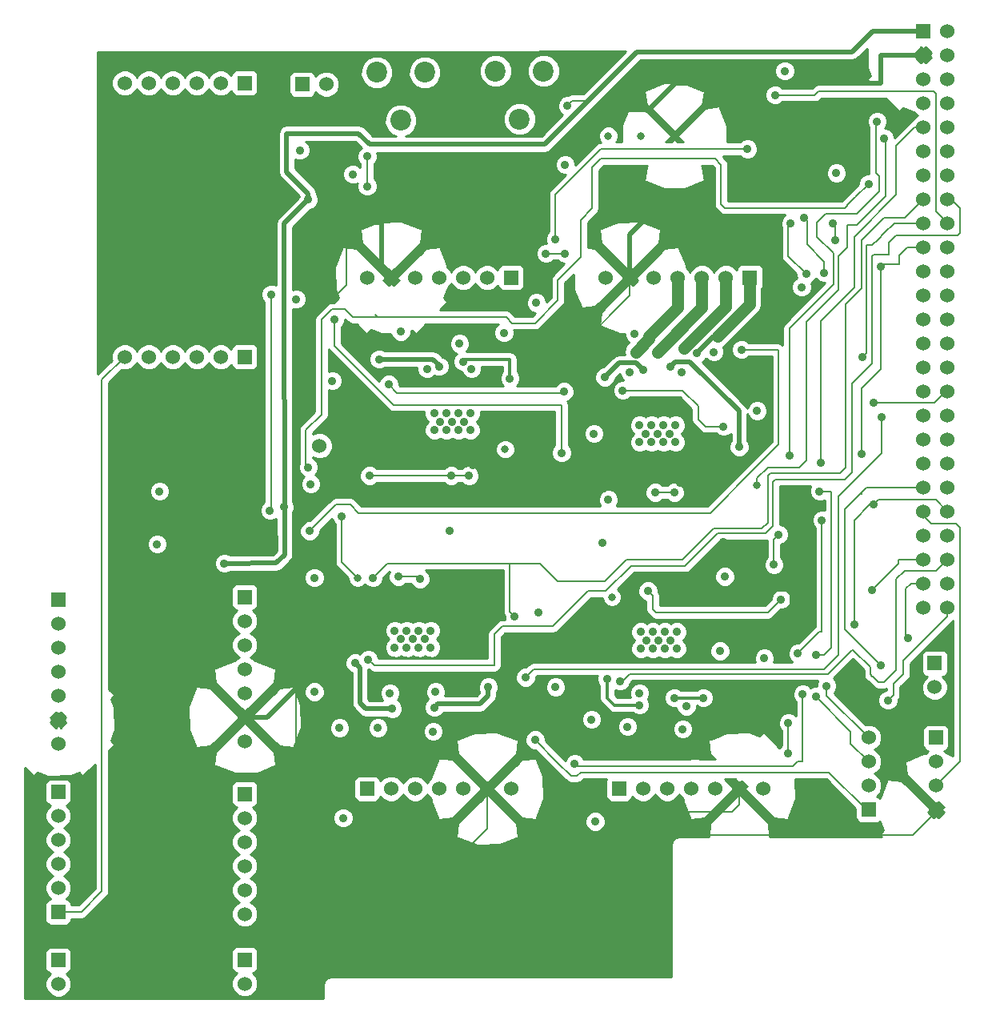
<source format=gbr>
G04 (created by PCBNEW (2013-05-18 BZR 4017)-stable) date Wed 22 Jul 2015 11:58:16 BST*
%MOIN*%
G04 Gerber Fmt 3.4, Leading zero omitted, Abs format*
%FSLAX34Y34*%
G01*
G70*
G90*
G04 APERTURE LIST*
%ADD10C,0.00590551*%
%ADD11C,0.0315*%
%ADD12C,0.06*%
%ADD13R,0.06X0.06*%
%ADD14C,0.0354*%
%ADD15C,0.0866*%
%ADD16C,0.035*%
%ADD17C,0.008*%
%ADD18C,0.0198*%
%ADD19C,0.0137795*%
%ADD20C,0.0488*%
%ADD21C,0.01*%
G04 APERTURE END LIST*
G54D10*
G54D11*
X51450Y-37050D03*
X45300Y-42400D03*
G54D12*
X43708Y-36904D03*
G54D13*
X40600Y-43200D03*
G54D12*
X40600Y-44200D03*
X40600Y-45200D03*
X40600Y-46200D03*
X40600Y-47200D03*
X40600Y-48200D03*
X40600Y-49200D03*
G54D13*
X32829Y-43313D03*
G54D12*
X32829Y-44313D03*
X32829Y-45313D03*
X32829Y-46313D03*
X32829Y-47313D03*
X32829Y-48313D03*
X32829Y-49313D03*
G54D13*
X45700Y-51181D03*
G54D12*
X46700Y-51181D03*
X47700Y-51181D03*
X48700Y-51181D03*
X49700Y-51181D03*
X50700Y-51181D03*
X51700Y-51181D03*
G54D13*
X51700Y-29900D03*
G54D12*
X50700Y-29900D03*
X49700Y-29900D03*
X48700Y-29900D03*
X47700Y-29900D03*
X46700Y-29900D03*
X45700Y-29900D03*
G54D13*
X40600Y-21800D03*
G54D12*
X39600Y-21800D03*
X38600Y-21800D03*
X37600Y-21800D03*
X36600Y-21800D03*
X35600Y-21800D03*
G54D13*
X66600Y-52050D03*
G54D12*
X66600Y-51050D03*
X66600Y-50050D03*
X66600Y-49050D03*
G54D13*
X69400Y-49050D03*
G54D12*
X69400Y-50050D03*
X69400Y-51050D03*
X69400Y-52050D03*
G54D13*
X32829Y-58313D03*
G54D12*
X32829Y-59313D03*
G54D13*
X69350Y-45950D03*
G54D12*
X69350Y-46950D03*
G54D13*
X68874Y-19639D03*
G54D12*
X69874Y-19639D03*
X68874Y-24639D03*
X69874Y-20639D03*
X68874Y-25639D03*
X69874Y-21639D03*
X68874Y-26639D03*
X69874Y-22639D03*
X68874Y-27639D03*
X69874Y-23639D03*
X68874Y-28639D03*
X69874Y-24639D03*
X68874Y-29639D03*
X69874Y-25639D03*
X68874Y-30639D03*
X69874Y-26639D03*
X68874Y-31639D03*
X69874Y-27639D03*
X68874Y-32639D03*
X69874Y-28639D03*
X68874Y-33639D03*
X69874Y-29639D03*
X68874Y-34639D03*
X69874Y-30639D03*
X69874Y-31639D03*
X68874Y-35639D03*
X69874Y-32639D03*
X69874Y-34639D03*
X69874Y-35639D03*
X69874Y-36639D03*
X69874Y-37639D03*
X68874Y-36639D03*
X68874Y-37639D03*
X68874Y-20639D03*
X68874Y-21639D03*
X68874Y-22639D03*
X68874Y-23639D03*
X68874Y-38639D03*
X69874Y-38639D03*
X69874Y-33639D03*
X68874Y-39639D03*
X69874Y-39639D03*
X68874Y-40639D03*
X69874Y-40639D03*
X68874Y-41639D03*
X69874Y-41639D03*
X68874Y-42639D03*
X69874Y-42639D03*
X68874Y-43639D03*
X69874Y-43639D03*
G54D13*
X32829Y-51313D03*
G54D12*
X32829Y-52313D03*
X32829Y-53313D03*
X32829Y-54313D03*
G54D13*
X32829Y-56313D03*
G54D12*
X32829Y-55313D03*
G54D13*
X40600Y-33200D03*
G54D12*
X39600Y-33200D03*
X38600Y-33200D03*
X37600Y-33200D03*
X36600Y-33200D03*
X35600Y-33200D03*
G54D13*
X40600Y-51400D03*
G54D12*
X40600Y-52400D03*
X40600Y-53400D03*
X40600Y-54400D03*
X40600Y-55400D03*
X40600Y-56400D03*
G54D13*
X40600Y-58300D03*
G54D12*
X40600Y-59300D03*
G54D14*
X48500Y-35550D03*
X49000Y-35550D03*
X49500Y-35550D03*
X50000Y-35550D03*
X48750Y-35900D03*
X49250Y-35900D03*
X49750Y-35900D03*
X48500Y-36250D03*
X49000Y-36250D03*
X49500Y-36250D03*
X50000Y-36250D03*
X48350Y-45300D03*
X47850Y-45300D03*
X47350Y-45300D03*
X46850Y-45300D03*
X48100Y-44950D03*
X47600Y-44950D03*
X47100Y-44950D03*
X48350Y-44600D03*
X47850Y-44600D03*
X47350Y-44600D03*
X46850Y-44600D03*
G54D11*
X55900Y-43200D03*
X61950Y-38550D03*
G54D14*
X58600Y-45350D03*
X58100Y-45350D03*
X57600Y-45350D03*
X57100Y-45350D03*
X58350Y-45000D03*
X57850Y-45000D03*
X57350Y-45000D03*
X58600Y-44650D03*
X58100Y-44650D03*
X57600Y-44650D03*
X57100Y-44650D03*
X57050Y-36050D03*
X57550Y-36050D03*
X58050Y-36050D03*
X58550Y-36050D03*
X57300Y-36400D03*
X57800Y-36400D03*
X58300Y-36400D03*
X57050Y-36750D03*
X57550Y-36750D03*
X58050Y-36750D03*
X58550Y-36750D03*
G54D13*
X61650Y-29900D03*
G54D12*
X60650Y-29900D03*
X59650Y-29900D03*
X58650Y-29900D03*
X57650Y-29900D03*
X56650Y-29900D03*
X55650Y-29900D03*
G54D13*
X56200Y-51181D03*
G54D12*
X57200Y-51181D03*
X58200Y-51181D03*
X59200Y-51181D03*
X60200Y-51181D03*
X61200Y-51181D03*
X62200Y-51181D03*
G54D13*
X43000Y-21850D03*
G54D12*
X44000Y-21850D03*
G54D11*
X58500Y-24000D03*
X57100Y-24000D03*
X55750Y-24000D03*
G54D15*
X47100Y-23350D03*
X48100Y-21350D03*
X46100Y-21350D03*
X52050Y-23300D03*
X53050Y-21300D03*
X51050Y-21300D03*
G54D16*
X63800Y-21200D03*
X61100Y-45400D03*
X60550Y-40900D03*
X62350Y-45150D03*
X58850Y-42350D03*
X56950Y-42400D03*
X58150Y-43150D03*
X65250Y-26500D03*
X60000Y-26450D03*
X60950Y-26400D03*
X58750Y-38450D03*
X57500Y-38300D03*
X54600Y-32700D03*
X50550Y-44750D03*
X46700Y-43000D03*
X47900Y-43000D03*
X53400Y-35600D03*
X50100Y-37700D03*
X48950Y-37700D03*
X44950Y-38300D03*
X44850Y-27600D03*
X42750Y-40700D03*
X62400Y-26500D03*
X54050Y-22750D03*
X43300Y-40450D03*
X61300Y-32900D03*
X42250Y-39450D03*
X39750Y-41800D03*
X43250Y-26650D03*
X63350Y-27650D03*
X64000Y-29750D03*
X67100Y-46050D03*
X63900Y-27400D03*
X64750Y-29700D03*
X54350Y-50150D03*
X64600Y-37600D03*
X64550Y-38800D03*
X63850Y-47250D03*
X64400Y-45600D03*
X45750Y-45800D03*
X66350Y-33200D03*
X52300Y-46550D03*
X67150Y-35700D03*
X45700Y-24850D03*
X45700Y-26100D03*
X62700Y-22300D03*
X66600Y-26000D03*
X43250Y-37800D03*
X44650Y-39850D03*
X52700Y-49150D03*
X51850Y-44000D03*
X45950Y-42400D03*
X65200Y-28350D03*
X65100Y-27650D03*
X53950Y-28900D03*
X53150Y-28900D03*
X53900Y-34650D03*
X46600Y-34350D03*
X41650Y-39600D03*
X41700Y-30600D03*
X61550Y-24550D03*
X53550Y-28300D03*
X66300Y-37250D03*
X64650Y-40000D03*
X63250Y-49700D03*
X63250Y-48450D03*
X63650Y-45550D03*
X67100Y-29450D03*
X44350Y-31650D03*
X53800Y-37200D03*
X56350Y-34600D03*
X60550Y-36100D03*
X58900Y-32850D03*
X59450Y-33050D03*
X57800Y-33000D03*
X56900Y-33000D03*
X67250Y-24100D03*
X64400Y-47350D03*
X66000Y-44350D03*
X66800Y-39350D03*
X56250Y-46700D03*
X68250Y-44900D03*
X63300Y-37300D03*
X62850Y-40600D03*
X62650Y-41850D03*
X66950Y-23400D03*
X64850Y-46900D03*
X66750Y-42900D03*
X67400Y-47500D03*
X65250Y-25550D03*
X62250Y-45750D03*
X60600Y-42350D03*
X52850Y-43850D03*
X55050Y-48300D03*
X58850Y-48700D03*
X56550Y-48600D03*
X55200Y-52550D03*
X63100Y-21300D03*
X61950Y-35450D03*
X55500Y-40950D03*
X55150Y-36400D03*
X63800Y-30300D03*
X56850Y-32250D03*
X44550Y-48650D03*
X43500Y-42400D03*
X48450Y-48800D03*
X44700Y-52400D03*
X46150Y-48650D03*
X52750Y-30950D03*
X51400Y-32200D03*
X49550Y-32650D03*
X47100Y-32150D03*
X42750Y-30800D03*
X53950Y-25200D03*
X36950Y-41000D03*
X43350Y-38500D03*
X42900Y-24600D03*
X45100Y-25600D03*
X57200Y-33750D03*
X55600Y-34050D03*
X57050Y-47700D03*
X55700Y-46600D03*
X58500Y-38850D03*
X57700Y-38850D03*
X62950Y-43300D03*
X57400Y-42950D03*
X58500Y-47400D03*
X59700Y-47400D03*
X46200Y-33300D03*
X48700Y-33600D03*
X51650Y-34100D03*
X49700Y-33400D03*
X61200Y-36950D03*
X58350Y-33600D03*
X45200Y-45950D03*
X46750Y-47850D03*
X50750Y-46950D03*
X48500Y-47800D03*
X47000Y-42350D03*
X47900Y-42450D03*
X45800Y-38150D03*
X49200Y-38150D03*
X49950Y-38150D03*
X66800Y-35100D03*
X60400Y-45450D03*
X53550Y-46950D03*
X59000Y-47750D03*
X57050Y-47200D03*
X55750Y-39150D03*
X60150Y-33000D03*
X58800Y-33850D03*
X56650Y-33850D03*
X49150Y-40450D03*
X48550Y-47150D03*
X46650Y-47200D03*
X43500Y-47150D03*
X50050Y-33700D03*
X44250Y-34200D03*
X48200Y-33700D03*
X37050Y-38800D03*
G54D17*
X63800Y-21800D02*
X63800Y-21200D01*
G54D18*
X67100Y-21800D02*
X63800Y-21800D01*
X63800Y-21800D02*
X63600Y-21800D01*
X67100Y-21800D02*
X67100Y-20950D01*
X58500Y-24000D02*
X58500Y-23900D01*
X58500Y-23900D02*
X57475Y-22875D01*
G54D17*
X63150Y-44800D02*
X63350Y-44600D01*
X63150Y-42950D02*
X63200Y-42950D01*
G54D19*
X62450Y-42950D02*
X61800Y-42950D01*
G54D17*
X63150Y-42950D02*
X62450Y-42950D01*
X63350Y-43100D02*
X63350Y-44600D01*
X63200Y-42950D02*
X63350Y-43100D01*
X69400Y-52050D02*
X69400Y-52150D01*
X68450Y-53100D02*
X57400Y-53100D01*
X69400Y-52150D02*
X68450Y-53100D01*
X49900Y-53650D02*
X56850Y-53650D01*
X61200Y-51850D02*
X61200Y-51181D01*
X60900Y-52150D02*
X61200Y-51850D01*
X58350Y-52150D02*
X60900Y-52150D01*
X56850Y-53650D02*
X57400Y-53100D01*
X57400Y-53100D02*
X58350Y-52150D01*
X61350Y-45150D02*
X62350Y-45150D01*
X61100Y-45400D02*
X61350Y-45150D01*
X50700Y-51181D02*
X50700Y-52850D01*
X42750Y-52400D02*
X42750Y-47000D01*
X44000Y-53650D02*
X42750Y-52400D01*
X49900Y-53650D02*
X44000Y-53650D01*
X50700Y-52850D02*
X49900Y-53650D01*
G54D18*
X61800Y-42250D02*
X61800Y-42950D01*
X60600Y-41050D02*
X61800Y-42250D01*
X60600Y-40950D02*
X60600Y-41050D01*
X60550Y-40900D02*
X60600Y-40950D01*
G54D17*
X62350Y-45150D02*
X62700Y-44800D01*
X62700Y-44800D02*
X63150Y-44800D01*
G54D19*
X61800Y-42950D02*
X58550Y-42950D01*
X58800Y-42400D02*
X58300Y-42400D01*
X58850Y-42350D02*
X58800Y-42400D01*
X58550Y-42650D02*
X58550Y-42950D01*
X58300Y-42400D02*
X58550Y-42650D01*
X56950Y-42400D02*
X58250Y-42400D01*
X58250Y-42400D02*
X58300Y-42400D01*
X58350Y-42950D02*
X58550Y-42950D01*
X58150Y-43150D02*
X58350Y-42950D01*
G54D18*
X65250Y-26500D02*
X62400Y-26500D01*
X59950Y-26400D02*
X58350Y-26400D01*
X58350Y-26400D02*
X56650Y-28100D01*
X60000Y-26450D02*
X59950Y-26400D01*
X61050Y-26500D02*
X60950Y-26400D01*
X62400Y-26500D02*
X61050Y-26500D01*
G54D19*
X58600Y-38300D02*
X57500Y-38300D01*
X58750Y-38450D02*
X58600Y-38300D01*
X53400Y-38550D02*
X52550Y-37700D01*
X57250Y-38550D02*
X53400Y-38550D01*
X57500Y-38300D02*
X57250Y-38550D01*
G54D17*
X56650Y-29900D02*
X56650Y-30650D01*
X56650Y-30650D02*
X54600Y-32700D01*
G54D18*
X56650Y-28100D02*
X56650Y-29900D01*
G54D17*
X42700Y-32350D02*
X42700Y-40650D01*
X44850Y-30200D02*
X42700Y-32350D01*
X44850Y-27600D02*
X44850Y-30200D01*
X42700Y-40650D02*
X42750Y-40700D01*
X47900Y-43000D02*
X50500Y-43000D01*
X50550Y-43050D02*
X50550Y-44750D01*
X50500Y-43000D02*
X50550Y-43050D01*
G54D18*
X46700Y-43000D02*
X45600Y-43000D01*
X44550Y-44050D02*
X42750Y-44050D01*
X45600Y-43000D02*
X44550Y-44050D01*
X46700Y-43000D02*
X47900Y-43000D01*
X52700Y-37700D02*
X52550Y-37700D01*
X53400Y-35600D02*
X53250Y-35750D01*
X53250Y-35750D02*
X53250Y-37150D01*
X53250Y-37150D02*
X52700Y-37700D01*
X52550Y-37700D02*
X50100Y-37700D01*
G54D19*
X48950Y-37700D02*
X45550Y-37700D01*
X45550Y-37700D02*
X44950Y-38300D01*
X48950Y-37700D02*
X50100Y-37700D01*
G54D17*
X42750Y-40500D02*
X42750Y-40700D01*
X44950Y-38300D02*
X42750Y-40500D01*
G54D18*
X46300Y-27600D02*
X46300Y-29500D01*
X46300Y-29500D02*
X46700Y-29900D01*
X46300Y-27600D02*
X44850Y-27600D01*
X62400Y-26500D02*
X62400Y-26000D01*
X62100Y-25700D02*
X62100Y-21800D01*
X62400Y-26000D02*
X62100Y-25700D01*
X46300Y-24850D02*
X46300Y-26600D01*
X46300Y-26600D02*
X46300Y-26550D01*
X63600Y-21800D02*
X62100Y-21800D01*
X62100Y-21800D02*
X58550Y-21800D01*
X58550Y-21800D02*
X57475Y-22875D01*
X57475Y-22875D02*
X57450Y-22900D01*
X57450Y-22900D02*
X55200Y-22900D01*
X55200Y-22900D02*
X53250Y-24850D01*
X53250Y-24850D02*
X46300Y-24850D01*
G54D17*
X46300Y-26550D02*
X46300Y-26500D01*
X46300Y-26500D02*
X46300Y-26550D01*
G54D18*
X46300Y-26550D02*
X46300Y-26550D01*
X46300Y-26550D02*
X46300Y-26550D01*
X46300Y-26550D02*
X46300Y-27600D01*
X40600Y-48200D02*
X41450Y-48200D01*
X41450Y-48200D02*
X41550Y-48200D01*
X41550Y-48200D02*
X42750Y-47000D01*
X42750Y-47000D02*
X42750Y-44050D01*
X42750Y-44050D02*
X42750Y-40700D01*
X67100Y-20650D02*
X67100Y-20639D01*
X67100Y-20950D02*
X67100Y-20639D01*
X67100Y-20639D02*
X67189Y-20650D01*
X67189Y-20650D02*
X67100Y-20650D01*
X68874Y-20639D02*
X67100Y-20639D01*
G54D17*
X54250Y-22550D02*
X54900Y-22550D01*
X54050Y-22750D02*
X54250Y-22550D01*
X43300Y-40450D02*
X44400Y-39350D01*
X44400Y-39350D02*
X44600Y-39350D01*
X46150Y-39700D02*
X45350Y-39700D01*
X45350Y-39700D02*
X45000Y-39350D01*
X45000Y-39350D02*
X44600Y-39350D01*
X61850Y-37850D02*
X60000Y-39700D01*
X61300Y-32900D02*
X62800Y-32900D01*
X62800Y-32900D02*
X62850Y-32950D01*
X62850Y-32950D02*
X62850Y-36850D01*
X62850Y-36850D02*
X61850Y-37850D01*
X60000Y-39700D02*
X46150Y-39700D01*
X42262Y-39437D02*
X42262Y-39050D01*
X42250Y-39450D02*
X42262Y-39437D01*
G54D18*
X42266Y-41299D02*
X42266Y-41433D01*
X42266Y-41433D02*
X41908Y-41791D01*
X42350Y-23900D02*
X42350Y-25500D01*
X42350Y-25500D02*
X43250Y-26400D01*
X43250Y-26400D02*
X43250Y-26650D01*
X47250Y-24350D02*
X45800Y-24350D01*
X47250Y-24350D02*
X53100Y-24350D01*
X53100Y-24350D02*
X54900Y-22550D01*
X54900Y-22550D02*
X56950Y-20500D01*
X62150Y-20500D02*
X56950Y-20500D01*
X45350Y-23900D02*
X42350Y-23900D01*
X45800Y-24350D02*
X45350Y-23900D01*
X68874Y-19639D02*
X66761Y-19639D01*
X66761Y-19639D02*
X65900Y-20500D01*
X65900Y-20500D02*
X62150Y-20500D01*
X62150Y-20500D02*
X62050Y-20500D01*
G54D17*
X43250Y-26650D02*
X43250Y-26400D01*
X43250Y-26400D02*
X42350Y-25500D01*
G54D18*
X39750Y-41800D02*
X41908Y-41791D01*
X42250Y-30850D02*
X42250Y-27649D01*
X42250Y-27649D02*
X43250Y-26650D01*
X42266Y-41299D02*
X42262Y-39050D01*
X42262Y-39050D02*
X42250Y-30850D01*
X42250Y-30850D02*
X42250Y-30850D01*
G54D17*
X63250Y-27750D02*
X63250Y-28750D01*
X63350Y-27650D02*
X63250Y-27750D01*
X63250Y-29000D02*
X64000Y-29750D01*
X63250Y-28750D02*
X63250Y-29000D01*
X66300Y-38850D02*
X65600Y-39550D01*
X65600Y-44550D02*
X66400Y-45350D01*
X65600Y-39550D02*
X65600Y-44550D01*
X66300Y-38850D02*
X66300Y-38900D01*
X66300Y-38900D02*
X66300Y-38850D01*
X68874Y-38639D02*
X66511Y-38639D01*
X66511Y-38639D02*
X66300Y-38850D01*
X66400Y-45350D02*
X67100Y-46050D01*
X68874Y-39639D02*
X68874Y-39824D01*
X70400Y-50050D02*
X69400Y-51050D01*
X70400Y-40300D02*
X70400Y-50050D01*
X70250Y-40150D02*
X70400Y-40300D01*
X69200Y-40150D02*
X70250Y-40150D01*
X68874Y-39824D02*
X69200Y-40150D01*
X64025Y-27525D02*
X64025Y-28525D01*
X63900Y-27400D02*
X64025Y-27525D01*
X64750Y-29250D02*
X64750Y-29700D01*
X64025Y-28525D02*
X64750Y-29250D01*
X63850Y-50050D02*
X63650Y-50050D01*
X68874Y-23639D02*
X68511Y-23639D01*
X68511Y-23639D02*
X67750Y-24400D01*
X63850Y-50050D02*
X63850Y-47250D01*
X63650Y-50050D02*
X63450Y-50250D01*
X63450Y-50250D02*
X54450Y-50250D01*
X54450Y-50250D02*
X54350Y-50150D01*
X67750Y-24400D02*
X67750Y-26450D01*
X66000Y-30300D02*
X64600Y-31700D01*
X64600Y-31700D02*
X64600Y-37600D01*
X66000Y-28200D02*
X66000Y-30150D01*
X67750Y-26450D02*
X66000Y-28200D01*
X66000Y-30150D02*
X66000Y-30300D01*
X65050Y-38800D02*
X64550Y-38800D01*
X64750Y-45600D02*
X64950Y-45400D01*
X64400Y-45600D02*
X64750Y-45600D01*
X65050Y-45300D02*
X64950Y-45400D01*
X65050Y-38800D02*
X65050Y-45300D01*
X53425Y-44425D02*
X51325Y-44425D01*
X51000Y-44750D02*
X51000Y-46050D01*
X51325Y-44425D02*
X51000Y-44750D01*
X66725Y-32250D02*
X66725Y-33475D01*
X66725Y-33475D02*
X65900Y-34300D01*
X65550Y-38300D02*
X65600Y-38300D01*
X50000Y-46050D02*
X51000Y-46050D01*
X46000Y-46050D02*
X50000Y-46050D01*
X45750Y-45800D02*
X46000Y-46050D01*
X54900Y-42950D02*
X55250Y-42950D01*
X53425Y-44425D02*
X54900Y-42950D01*
X65900Y-38000D02*
X65900Y-34300D01*
X55250Y-42950D02*
X55650Y-42950D01*
X60300Y-40550D02*
X62300Y-40550D01*
X58950Y-41900D02*
X60300Y-40550D01*
X56700Y-41900D02*
X58950Y-41900D01*
X55650Y-42950D02*
X56700Y-41900D01*
X62600Y-38400D02*
X62700Y-38300D01*
X62700Y-38300D02*
X65550Y-38300D01*
X62600Y-40250D02*
X62600Y-38400D01*
X62300Y-40550D02*
X62600Y-40250D01*
X65600Y-38300D02*
X65900Y-38000D01*
X66725Y-30800D02*
X66725Y-32250D01*
X66725Y-30800D02*
X66725Y-30075D01*
X66725Y-29025D02*
X66725Y-30075D01*
X67450Y-28950D02*
X66800Y-28950D01*
X66800Y-28950D02*
X66725Y-29025D01*
X67750Y-28150D02*
X67450Y-28450D01*
X70039Y-26639D02*
X70400Y-27000D01*
X70400Y-27000D02*
X70400Y-28050D01*
X70400Y-28050D02*
X70300Y-28150D01*
X70300Y-28150D02*
X67750Y-28150D01*
X69874Y-26639D02*
X70039Y-26639D01*
X67450Y-28450D02*
X67450Y-28950D01*
X66000Y-38350D02*
X65350Y-39000D01*
X65350Y-45600D02*
X65300Y-45650D01*
X65350Y-39000D02*
X65350Y-45600D01*
X66000Y-38350D02*
X66300Y-38050D01*
X66500Y-33050D02*
X66500Y-31300D01*
X66350Y-33200D02*
X66500Y-33050D01*
X66300Y-38050D02*
X67150Y-37200D01*
X64750Y-46200D02*
X65300Y-45650D01*
X63100Y-46200D02*
X64750Y-46200D01*
X52300Y-46550D02*
X52650Y-46200D01*
X52650Y-46200D02*
X63100Y-46200D01*
X67150Y-37200D02*
X67150Y-36400D01*
X66500Y-30150D02*
X66500Y-31300D01*
X66500Y-28550D02*
X66500Y-30150D01*
X67000Y-28300D02*
X66750Y-28550D01*
X66750Y-28550D02*
X66500Y-28550D01*
X67000Y-28300D02*
X67250Y-28050D01*
X68874Y-27639D02*
X67811Y-27639D01*
X67811Y-27639D02*
X67661Y-27639D01*
X67661Y-27639D02*
X67250Y-28050D01*
X67150Y-35700D02*
X67150Y-36400D01*
X67150Y-36400D02*
X67150Y-36450D01*
X67150Y-36450D02*
X67150Y-35700D01*
X69400Y-27150D02*
X69400Y-22250D01*
X64500Y-22150D02*
X64350Y-22300D01*
X69300Y-22150D02*
X64500Y-22150D01*
X69400Y-22250D02*
X69300Y-22150D01*
X45700Y-24850D02*
X45700Y-26100D01*
X64350Y-22300D02*
X62700Y-22300D01*
X69874Y-27624D02*
X69874Y-27639D01*
X69874Y-27624D02*
X69400Y-27150D01*
X65250Y-27000D02*
X65600Y-27000D01*
X65600Y-27000D02*
X65750Y-26850D01*
X61300Y-27000D02*
X65250Y-27000D01*
X65700Y-26900D02*
X65600Y-27000D01*
X66050Y-26550D02*
X66600Y-26000D01*
X65700Y-26900D02*
X65600Y-27000D01*
X66050Y-26550D02*
X65750Y-26850D01*
X65750Y-26850D02*
X65700Y-26900D01*
X61300Y-27000D02*
X60600Y-27000D01*
X51750Y-31800D02*
X51500Y-31550D01*
X53650Y-30000D02*
X53650Y-30850D01*
X54600Y-29050D02*
X53650Y-30000D01*
X53650Y-30850D02*
X52700Y-31800D01*
X52700Y-31800D02*
X51750Y-31800D01*
X51500Y-31550D02*
X46150Y-31550D01*
X60450Y-25200D02*
X60200Y-24950D01*
X60450Y-26850D02*
X60450Y-25200D01*
X60600Y-27000D02*
X60450Y-26850D01*
X55075Y-27025D02*
X55075Y-25325D01*
X55075Y-27025D02*
X54600Y-27500D01*
X54600Y-27500D02*
X54600Y-29050D01*
X55075Y-25325D02*
X55450Y-24950D01*
X55450Y-24950D02*
X60200Y-24950D01*
X44225Y-31225D02*
X44775Y-31225D01*
X44650Y-41750D02*
X45300Y-42400D01*
X43150Y-36250D02*
X43150Y-37450D01*
X43800Y-35600D02*
X43150Y-36250D01*
X45100Y-31550D02*
X44800Y-31250D01*
X46150Y-31550D02*
X45100Y-31550D01*
X44225Y-31225D02*
X43800Y-31650D01*
X43800Y-31650D02*
X43800Y-35600D01*
X43150Y-37700D02*
X43250Y-37800D01*
X43150Y-37450D02*
X43150Y-37700D01*
X44650Y-39850D02*
X44650Y-41700D01*
X44650Y-41700D02*
X44650Y-41750D01*
X44775Y-31225D02*
X44800Y-31250D01*
X46150Y-31550D02*
X46050Y-31450D01*
X51650Y-41800D02*
X51650Y-43800D01*
X52700Y-49150D02*
X53650Y-50100D01*
X51650Y-43800D02*
X51850Y-44000D01*
X66600Y-52050D02*
X66500Y-52050D01*
X66500Y-52050D02*
X64950Y-50500D01*
X64950Y-50500D02*
X54600Y-50500D01*
X54600Y-50500D02*
X54450Y-50650D01*
X54450Y-50650D02*
X54200Y-50650D01*
X54200Y-50650D02*
X53650Y-50100D01*
X53650Y-50100D02*
X53550Y-50000D01*
X65400Y-38050D02*
X65650Y-37800D01*
X65650Y-37800D02*
X65650Y-37700D01*
X62150Y-40350D02*
X62400Y-40100D01*
X62400Y-40100D02*
X62400Y-38150D01*
X62500Y-38050D02*
X65400Y-38050D01*
X62400Y-38150D02*
X62500Y-38050D01*
X55400Y-42550D02*
X55600Y-42550D01*
X60150Y-40350D02*
X62150Y-40350D01*
X58850Y-41650D02*
X60150Y-40350D01*
X56500Y-41650D02*
X58850Y-41650D01*
X55600Y-42550D02*
X56500Y-41650D01*
X49900Y-41800D02*
X51650Y-41800D01*
X51650Y-41800D02*
X52900Y-41800D01*
X45950Y-42400D02*
X46550Y-41800D01*
X46550Y-41800D02*
X49900Y-41800D01*
X68861Y-26639D02*
X68874Y-26639D01*
X67250Y-27400D02*
X66500Y-28150D01*
X68100Y-27400D02*
X67250Y-27400D01*
X68861Y-26639D02*
X68100Y-27400D01*
X66300Y-28400D02*
X66300Y-30150D01*
X66300Y-28350D02*
X66300Y-28400D01*
X66500Y-28150D02*
X66300Y-28350D01*
X66300Y-30350D02*
X66300Y-30150D01*
X65650Y-31000D02*
X66300Y-30350D01*
X65650Y-37700D02*
X65650Y-31000D01*
X53650Y-42550D02*
X55400Y-42550D01*
X52900Y-41800D02*
X53650Y-42550D01*
X65200Y-27750D02*
X65200Y-28350D01*
X65100Y-27650D02*
X65200Y-27750D01*
X53150Y-28900D02*
X53950Y-28900D01*
X46950Y-34700D02*
X53900Y-34700D01*
X46600Y-34350D02*
X46950Y-34700D01*
X53900Y-34700D02*
X53900Y-34650D01*
X41650Y-39600D02*
X41700Y-39550D01*
X41700Y-39550D02*
X41700Y-30600D01*
X61550Y-24550D02*
X55450Y-24550D01*
X53550Y-26450D02*
X55450Y-24550D01*
X53550Y-28300D02*
X53550Y-26450D01*
X64650Y-44650D02*
X64550Y-44650D01*
X67100Y-33700D02*
X66300Y-34500D01*
X66300Y-34500D02*
X66300Y-37250D01*
X64650Y-40000D02*
X64650Y-44650D01*
X67100Y-29450D02*
X67100Y-33700D01*
X63250Y-48450D02*
X63250Y-49700D01*
X64550Y-44650D02*
X63650Y-45550D01*
X67200Y-29350D02*
X67875Y-29350D01*
X67100Y-29450D02*
X67200Y-29350D01*
X67875Y-28975D02*
X67875Y-29350D01*
X68211Y-28639D02*
X67875Y-28975D01*
X68874Y-28639D02*
X68211Y-28639D01*
X53800Y-35200D02*
X53800Y-37200D01*
X44350Y-32750D02*
X46800Y-35200D01*
X46800Y-35200D02*
X53800Y-35200D01*
X44350Y-31650D02*
X44350Y-32750D01*
X56350Y-34600D02*
X58850Y-34600D01*
X58850Y-34600D02*
X59500Y-35250D01*
X59500Y-35250D02*
X59500Y-35800D01*
X59500Y-35800D02*
X59800Y-36100D01*
X59800Y-36100D02*
X60550Y-36100D01*
G54D20*
X60650Y-31100D02*
X58900Y-32850D01*
X60650Y-31100D02*
X60650Y-29900D01*
G54D18*
X60300Y-32350D02*
X60150Y-32350D01*
X60150Y-32350D02*
X59450Y-33050D01*
G54D20*
X61650Y-31000D02*
X61650Y-29900D01*
X61650Y-31000D02*
X60300Y-32350D01*
X59650Y-31150D02*
X57800Y-33000D01*
X59650Y-31150D02*
X59650Y-29900D01*
X57450Y-32450D02*
X56900Y-33000D01*
X58650Y-31150D02*
X58650Y-29900D01*
X58650Y-31150D02*
X57450Y-32350D01*
X57450Y-32350D02*
X57450Y-32450D01*
G54D17*
X65350Y-30100D02*
X65350Y-30400D01*
X64000Y-37500D02*
X63700Y-37800D01*
X64000Y-31750D02*
X64000Y-37500D01*
X65350Y-30400D02*
X64000Y-31750D01*
X61950Y-38550D02*
X61950Y-38250D01*
X61950Y-38250D02*
X62400Y-37800D01*
X62400Y-37800D02*
X63700Y-37800D01*
X65700Y-28550D02*
X65700Y-28650D01*
X65350Y-29000D02*
X65350Y-30100D01*
X65700Y-28650D02*
X65350Y-29000D01*
X67300Y-26450D02*
X67300Y-26500D01*
X67300Y-26500D02*
X66100Y-27700D01*
X67300Y-25800D02*
X67300Y-26450D01*
X65700Y-27700D02*
X65700Y-28550D01*
X65700Y-28550D02*
X65700Y-28600D01*
X66100Y-27700D02*
X65700Y-27700D01*
X67300Y-24750D02*
X67300Y-25800D01*
X67250Y-24100D02*
X67300Y-24150D01*
X67300Y-24150D02*
X67300Y-24750D01*
X66800Y-39350D02*
X66650Y-39350D01*
X65850Y-49300D02*
X66600Y-50050D01*
X65850Y-48800D02*
X65850Y-49300D01*
X64400Y-47350D02*
X65850Y-48800D01*
X66000Y-40000D02*
X66000Y-44350D01*
X66650Y-39350D02*
X66000Y-40000D01*
X67400Y-39150D02*
X67000Y-39150D01*
X67000Y-39150D02*
X66800Y-39350D01*
X69385Y-39150D02*
X69874Y-39639D01*
X67400Y-39150D02*
X69385Y-39150D01*
X66675Y-46200D02*
X66675Y-46425D01*
X66800Y-46500D02*
X66800Y-46550D01*
X66750Y-46500D02*
X66800Y-46500D01*
X66675Y-46425D02*
X66750Y-46500D01*
X66675Y-46200D02*
X66675Y-46125D01*
X65900Y-45400D02*
X64900Y-46400D01*
X65950Y-45400D02*
X65900Y-45400D01*
X66675Y-46125D02*
X65950Y-45400D01*
X66800Y-46550D02*
X67000Y-46750D01*
X56350Y-46700D02*
X56650Y-46400D01*
X56250Y-46700D02*
X56350Y-46700D01*
X56650Y-46400D02*
X64900Y-46400D01*
X69874Y-41639D02*
X69861Y-41639D01*
X67250Y-46750D02*
X67000Y-46750D01*
X67750Y-46250D02*
X67250Y-46750D01*
X67750Y-42450D02*
X67750Y-46250D01*
X68100Y-42100D02*
X67750Y-42450D01*
X69400Y-42100D02*
X68100Y-42100D01*
X69861Y-41639D02*
X69400Y-42100D01*
X56250Y-46700D02*
X56300Y-46750D01*
X68250Y-44900D02*
X68150Y-44800D01*
X68150Y-44800D02*
X68150Y-42850D01*
X68150Y-42850D02*
X68361Y-42639D01*
X68361Y-42639D02*
X68874Y-42639D01*
X65125Y-29950D02*
X65125Y-30175D01*
X63300Y-32000D02*
X63300Y-37300D01*
X65125Y-30175D02*
X63300Y-32000D01*
X62850Y-40600D02*
X62650Y-40800D01*
X62650Y-40800D02*
X62650Y-41850D01*
X65125Y-28875D02*
X65125Y-29950D01*
X65125Y-29950D02*
X65125Y-30100D01*
X64450Y-27600D02*
X64450Y-28200D01*
X64800Y-27250D02*
X64450Y-27600D01*
X66100Y-27250D02*
X66800Y-26550D01*
X65350Y-27250D02*
X66100Y-27250D01*
X64450Y-28200D02*
X65125Y-28875D01*
X65350Y-27250D02*
X64800Y-27250D01*
X67025Y-26050D02*
X67025Y-26100D01*
X67025Y-26325D02*
X66800Y-26550D01*
X67025Y-26100D02*
X67025Y-26325D01*
X65125Y-30100D02*
X65125Y-30125D01*
X67025Y-26050D02*
X67025Y-25675D01*
X67025Y-25675D02*
X66900Y-25550D01*
X67025Y-25975D02*
X67025Y-26050D01*
X66900Y-24750D02*
X66900Y-25550D01*
X66900Y-23450D02*
X66900Y-24750D01*
X66950Y-23400D02*
X66900Y-23450D01*
X64850Y-46900D02*
X64850Y-47300D01*
X64850Y-47300D02*
X66600Y-49050D01*
X67850Y-41639D02*
X67850Y-41800D01*
X67850Y-41800D02*
X66750Y-42900D01*
X67850Y-41639D02*
X68874Y-41639D01*
X67625Y-47275D02*
X67625Y-46825D01*
X67400Y-47500D02*
X67625Y-47275D01*
X69874Y-43639D02*
X69874Y-44026D01*
X69874Y-44026D02*
X68050Y-45850D01*
X68050Y-45850D02*
X68050Y-46400D01*
X68050Y-46400D02*
X67625Y-46825D01*
G54D18*
X57200Y-33750D02*
X56900Y-33450D01*
X56900Y-33450D02*
X56200Y-33450D01*
X56200Y-33450D02*
X55600Y-34050D01*
G54D19*
X57050Y-47700D02*
X56000Y-47700D01*
X56000Y-47700D02*
X55700Y-47400D01*
X55700Y-47400D02*
X55700Y-46600D01*
G54D17*
X57700Y-38850D02*
X58500Y-38850D01*
X62400Y-43850D02*
X62100Y-43850D01*
X62950Y-43300D02*
X62400Y-43850D01*
X57750Y-43850D02*
X62100Y-43850D01*
X57600Y-43700D02*
X57750Y-43850D01*
X57600Y-43300D02*
X57600Y-43700D01*
X57600Y-43150D02*
X57600Y-43300D01*
X57400Y-42950D02*
X57600Y-43150D01*
G54D19*
X58500Y-47400D02*
X59700Y-47400D01*
G54D18*
X46200Y-33300D02*
X48450Y-33300D01*
X48700Y-33600D02*
X48700Y-33550D01*
X48700Y-33550D02*
X48450Y-33300D01*
G54D17*
X48450Y-33300D02*
X46850Y-33300D01*
G54D19*
X49700Y-33400D02*
X49800Y-33300D01*
X49800Y-33300D02*
X51650Y-33300D01*
X51650Y-33300D02*
X51650Y-34100D01*
G54D18*
X61200Y-35450D02*
X61200Y-36950D01*
X59150Y-33400D02*
X61200Y-35450D01*
X58550Y-33400D02*
X59150Y-33400D01*
X58350Y-33600D02*
X58550Y-33400D01*
X45400Y-46200D02*
X45400Y-46150D01*
X45650Y-47850D02*
X45400Y-47600D01*
X46750Y-47850D02*
X45650Y-47850D01*
X45400Y-47600D02*
X45400Y-46200D01*
X45400Y-46150D02*
X45200Y-45950D01*
G54D17*
X45400Y-46150D02*
X45200Y-45950D01*
G54D18*
X50000Y-47650D02*
X50400Y-47650D01*
X50400Y-47650D02*
X50750Y-47300D01*
X50750Y-47300D02*
X50750Y-46950D01*
X48500Y-47800D02*
X48650Y-47650D01*
X48650Y-47650D02*
X50000Y-47650D01*
G54D17*
X47800Y-42350D02*
X47000Y-42350D01*
X47900Y-42450D02*
X47800Y-42350D01*
X49200Y-38150D02*
X45800Y-38150D01*
X49200Y-38150D02*
X49950Y-38150D01*
X67350Y-35100D02*
X66800Y-35100D01*
X67500Y-35100D02*
X67350Y-35100D01*
X69874Y-34639D02*
X69811Y-34639D01*
X69350Y-35100D02*
X67500Y-35100D01*
X69811Y-34639D02*
X69350Y-35100D01*
X32829Y-56313D02*
X33787Y-56313D01*
X34650Y-34150D02*
X35600Y-33200D01*
X34650Y-55450D02*
X34650Y-34150D01*
X33787Y-56313D02*
X34650Y-55450D01*
G54D10*
G36*
X33147Y-48419D02*
X32935Y-48631D01*
X32829Y-48525D01*
X32722Y-48631D01*
X32510Y-48419D01*
X32616Y-48313D01*
X32510Y-48206D01*
X32722Y-47994D01*
X32829Y-48100D01*
X32935Y-47994D01*
X33147Y-48206D01*
X33041Y-48313D01*
X33147Y-48419D01*
X33147Y-48419D01*
G37*
G54D21*
X33147Y-48419D02*
X32935Y-48631D01*
X32829Y-48525D01*
X32722Y-48631D01*
X32510Y-48419D01*
X32616Y-48313D01*
X32510Y-48206D01*
X32722Y-47994D01*
X32829Y-48100D01*
X32935Y-47994D01*
X33147Y-48206D01*
X33041Y-48313D01*
X33147Y-48419D01*
G54D10*
G36*
X68643Y-23138D02*
X68562Y-23172D01*
X68408Y-23327D01*
X68385Y-23380D01*
X68305Y-23433D01*
X68305Y-23433D01*
X68305Y-23433D01*
X67675Y-24064D01*
X67675Y-24015D01*
X67610Y-23859D01*
X67491Y-23739D01*
X67334Y-23675D01*
X67276Y-23675D01*
X67310Y-23641D01*
X67374Y-23484D01*
X67375Y-23315D01*
X67310Y-23159D01*
X67191Y-23039D01*
X67034Y-22975D01*
X66865Y-22974D01*
X66709Y-23039D01*
X66589Y-23158D01*
X66525Y-23315D01*
X66524Y-23484D01*
X66589Y-23640D01*
X66610Y-23660D01*
X66610Y-24750D01*
X66610Y-25550D01*
X66614Y-25575D01*
X66515Y-25574D01*
X66359Y-25639D01*
X66239Y-25758D01*
X66175Y-25915D01*
X66174Y-26014D01*
X65844Y-26344D01*
X65844Y-26344D01*
X65675Y-26514D01*
X65675Y-25465D01*
X65610Y-25309D01*
X65491Y-25189D01*
X65334Y-25125D01*
X65165Y-25124D01*
X65009Y-25189D01*
X64889Y-25308D01*
X64825Y-25465D01*
X64824Y-25634D01*
X64889Y-25790D01*
X65008Y-25910D01*
X65165Y-25974D01*
X65334Y-25975D01*
X65490Y-25910D01*
X65610Y-25791D01*
X65674Y-25634D01*
X65675Y-25465D01*
X65675Y-26514D01*
X65544Y-26644D01*
X65494Y-26694D01*
X65479Y-26710D01*
X65250Y-26710D01*
X61300Y-26710D01*
X60740Y-26710D01*
X60740Y-25200D01*
X60717Y-25089D01*
X60655Y-24994D01*
X60655Y-24994D01*
X60529Y-24869D01*
X60541Y-24840D01*
X61238Y-24840D01*
X61308Y-24910D01*
X61465Y-24974D01*
X61634Y-24975D01*
X61790Y-24910D01*
X61910Y-24791D01*
X61974Y-24634D01*
X61975Y-24465D01*
X61910Y-24309D01*
X61791Y-24189D01*
X61634Y-24125D01*
X61465Y-24124D01*
X61309Y-24189D01*
X61238Y-24260D01*
X60706Y-24260D01*
X60709Y-23570D01*
X60376Y-22757D01*
X60366Y-22741D01*
X59783Y-22827D01*
X59758Y-22852D01*
X59758Y-22133D01*
X58948Y-21794D01*
X58070Y-21790D01*
X57257Y-22123D01*
X57241Y-22133D01*
X57327Y-22716D01*
X58500Y-23888D01*
X59672Y-22716D01*
X59758Y-22133D01*
X59758Y-22852D01*
X58611Y-24000D01*
X58871Y-24260D01*
X58648Y-24260D01*
X58500Y-24111D01*
X58351Y-24260D01*
X58128Y-24260D01*
X58388Y-24000D01*
X57216Y-22827D01*
X56633Y-22741D01*
X56294Y-23551D01*
X56291Y-24260D01*
X56066Y-24260D01*
X56095Y-24231D01*
X56157Y-24081D01*
X56157Y-23919D01*
X56095Y-23769D01*
X55981Y-23654D01*
X55831Y-23592D01*
X55669Y-23592D01*
X55519Y-23654D01*
X55404Y-23768D01*
X55342Y-23918D01*
X55342Y-24080D01*
X55404Y-24230D01*
X55436Y-24262D01*
X55339Y-24282D01*
X55244Y-24344D01*
X55244Y-24344D01*
X54374Y-25214D01*
X54375Y-25115D01*
X54310Y-24959D01*
X54191Y-24839D01*
X54034Y-24775D01*
X53865Y-24774D01*
X53709Y-24839D01*
X53589Y-24958D01*
X53525Y-25115D01*
X53524Y-25284D01*
X53589Y-25440D01*
X53708Y-25560D01*
X53865Y-25624D01*
X53964Y-25625D01*
X53344Y-26244D01*
X53282Y-26339D01*
X53260Y-26450D01*
X53260Y-27988D01*
X53189Y-28058D01*
X53125Y-28215D01*
X53124Y-28384D01*
X53162Y-28475D01*
X53065Y-28474D01*
X52909Y-28539D01*
X52789Y-28658D01*
X52725Y-28815D01*
X52724Y-28984D01*
X52789Y-29140D01*
X52908Y-29260D01*
X53065Y-29324D01*
X53234Y-29325D01*
X53390Y-29260D01*
X53461Y-29190D01*
X53638Y-29190D01*
X53708Y-29260D01*
X53865Y-29324D01*
X53914Y-29324D01*
X53444Y-29794D01*
X53382Y-29889D01*
X53360Y-30000D01*
X53360Y-30729D01*
X53175Y-30914D01*
X53175Y-30865D01*
X53110Y-30709D01*
X52991Y-30589D01*
X52834Y-30525D01*
X52665Y-30524D01*
X52509Y-30589D01*
X52389Y-30708D01*
X52325Y-30865D01*
X52324Y-31034D01*
X52389Y-31190D01*
X52508Y-31310D01*
X52665Y-31374D01*
X52714Y-31374D01*
X52579Y-31510D01*
X52250Y-31510D01*
X51870Y-31510D01*
X51705Y-31344D01*
X51610Y-31282D01*
X51500Y-31260D01*
X48727Y-31260D01*
X49065Y-30921D01*
X48891Y-30748D01*
X49057Y-30320D01*
X49165Y-30211D01*
X49199Y-30130D01*
X49233Y-30211D01*
X49388Y-30365D01*
X49590Y-30449D01*
X49808Y-30450D01*
X50011Y-30366D01*
X50165Y-30211D01*
X50199Y-30130D01*
X50233Y-30211D01*
X50388Y-30365D01*
X50590Y-30449D01*
X50808Y-30450D01*
X51011Y-30366D01*
X51149Y-30227D01*
X51149Y-30249D01*
X51187Y-30341D01*
X51258Y-30411D01*
X51350Y-30449D01*
X51449Y-30450D01*
X52049Y-30450D01*
X52141Y-30412D01*
X52211Y-30341D01*
X52249Y-30249D01*
X52250Y-30150D01*
X52250Y-29550D01*
X52212Y-29458D01*
X52141Y-29388D01*
X52049Y-29350D01*
X51950Y-29349D01*
X51350Y-29349D01*
X51258Y-29387D01*
X51188Y-29458D01*
X51150Y-29550D01*
X51150Y-29572D01*
X51011Y-29434D01*
X50809Y-29350D01*
X50591Y-29349D01*
X50388Y-29433D01*
X50234Y-29588D01*
X50200Y-29669D01*
X50166Y-29588D01*
X50011Y-29434D01*
X49809Y-29350D01*
X49591Y-29349D01*
X49388Y-29433D01*
X49234Y-29588D01*
X49200Y-29669D01*
X49166Y-29588D01*
X49040Y-29462D01*
X49038Y-29377D01*
X48722Y-28615D01*
X48133Y-28678D01*
X47984Y-28827D01*
X47984Y-27877D01*
X47112Y-27539D01*
X46177Y-27561D01*
X45415Y-27877D01*
X45478Y-28466D01*
X46700Y-29687D01*
X47921Y-28466D01*
X47984Y-27877D01*
X47984Y-28827D01*
X46912Y-29900D01*
X47018Y-30006D01*
X46806Y-30218D01*
X46700Y-30112D01*
X46593Y-30218D01*
X46381Y-30006D01*
X46487Y-29900D01*
X45266Y-28678D01*
X44677Y-28615D01*
X44339Y-29487D01*
X44361Y-30422D01*
X44500Y-30756D01*
X44334Y-30921D01*
X44347Y-30935D01*
X44225Y-30935D01*
X44114Y-30957D01*
X44019Y-31019D01*
X44019Y-31019D01*
X43594Y-31444D01*
X43532Y-31539D01*
X43510Y-31650D01*
X43510Y-35479D01*
X42944Y-36044D01*
X42882Y-36139D01*
X42860Y-36250D01*
X42860Y-37450D01*
X42860Y-37630D01*
X42825Y-37715D01*
X42824Y-37884D01*
X42889Y-38040D01*
X43008Y-38160D01*
X43065Y-38183D01*
X42989Y-38258D01*
X42925Y-38415D01*
X42924Y-38584D01*
X42989Y-38740D01*
X43108Y-38860D01*
X43265Y-38924D01*
X43434Y-38925D01*
X43590Y-38860D01*
X43710Y-38741D01*
X43774Y-38584D01*
X43775Y-38415D01*
X43710Y-38259D01*
X43591Y-38139D01*
X43534Y-38116D01*
X43610Y-38041D01*
X43674Y-37884D01*
X43675Y-37715D01*
X43610Y-37559D01*
X43491Y-37439D01*
X43440Y-37418D01*
X43440Y-37388D01*
X43598Y-37453D01*
X43816Y-37454D01*
X44019Y-37370D01*
X44173Y-37215D01*
X44257Y-37013D01*
X44258Y-36795D01*
X44174Y-36592D01*
X44019Y-36438D01*
X43817Y-36354D01*
X43599Y-36353D01*
X43440Y-36419D01*
X43440Y-36370D01*
X44005Y-35805D01*
X44005Y-35805D01*
X44005Y-35805D01*
X44067Y-35710D01*
X44090Y-35600D01*
X44090Y-34593D01*
X44165Y-34624D01*
X44334Y-34625D01*
X44490Y-34560D01*
X44610Y-34441D01*
X44674Y-34284D01*
X44675Y-34115D01*
X44610Y-33959D01*
X44491Y-33839D01*
X44334Y-33775D01*
X44165Y-33774D01*
X44090Y-33806D01*
X44090Y-32872D01*
X44144Y-32955D01*
X46594Y-35405D01*
X46594Y-35405D01*
X46689Y-35467D01*
X46799Y-35489D01*
X46800Y-35490D01*
X48073Y-35490D01*
X48072Y-35634D01*
X48137Y-35791D01*
X48246Y-35900D01*
X48138Y-36007D01*
X48073Y-36164D01*
X48072Y-36334D01*
X48137Y-36491D01*
X48257Y-36611D01*
X48414Y-36676D01*
X48584Y-36677D01*
X48741Y-36612D01*
X48749Y-36603D01*
X48757Y-36611D01*
X48914Y-36676D01*
X49084Y-36677D01*
X49241Y-36612D01*
X49249Y-36603D01*
X49257Y-36611D01*
X49414Y-36676D01*
X49584Y-36677D01*
X49741Y-36612D01*
X49749Y-36603D01*
X49757Y-36611D01*
X49914Y-36676D01*
X50084Y-36677D01*
X50241Y-36612D01*
X50361Y-36492D01*
X50426Y-36335D01*
X50427Y-36165D01*
X50362Y-36008D01*
X50253Y-35899D01*
X50361Y-35792D01*
X50426Y-35635D01*
X50427Y-35490D01*
X53510Y-35490D01*
X53510Y-36888D01*
X53439Y-36958D01*
X53375Y-37115D01*
X53374Y-37284D01*
X53439Y-37440D01*
X53558Y-37560D01*
X53715Y-37624D01*
X53884Y-37625D01*
X54040Y-37560D01*
X54160Y-37441D01*
X54224Y-37284D01*
X54225Y-37115D01*
X54160Y-36959D01*
X54090Y-36888D01*
X54090Y-35200D01*
X54067Y-35089D01*
X54042Y-35050D01*
X54140Y-35010D01*
X54260Y-34891D01*
X54324Y-34734D01*
X54325Y-34565D01*
X54260Y-34409D01*
X54141Y-34289D01*
X53984Y-34225D01*
X53815Y-34224D01*
X53659Y-34289D01*
X53539Y-34408D01*
X53539Y-34410D01*
X51941Y-34410D01*
X52010Y-34341D01*
X52074Y-34184D01*
X52075Y-34015D01*
X52010Y-33859D01*
X51968Y-33817D01*
X51968Y-33300D01*
X51944Y-33177D01*
X51875Y-33074D01*
X51772Y-33005D01*
X51650Y-32981D01*
X49819Y-32981D01*
X49910Y-32891D01*
X49974Y-32734D01*
X49975Y-32565D01*
X49910Y-32409D01*
X49791Y-32289D01*
X49634Y-32225D01*
X49465Y-32224D01*
X49309Y-32289D01*
X49189Y-32408D01*
X49125Y-32565D01*
X49124Y-32734D01*
X49189Y-32890D01*
X49308Y-33010D01*
X49436Y-33062D01*
X49339Y-33158D01*
X49275Y-33315D01*
X49274Y-33484D01*
X49339Y-33640D01*
X49458Y-33760D01*
X49615Y-33824D01*
X49641Y-33824D01*
X49689Y-33940D01*
X49808Y-34060D01*
X49965Y-34124D01*
X50134Y-34125D01*
X50290Y-34060D01*
X50410Y-33941D01*
X50474Y-33784D01*
X50475Y-33618D01*
X51331Y-33618D01*
X51331Y-33817D01*
X51289Y-33858D01*
X51225Y-34015D01*
X51224Y-34184D01*
X51289Y-34340D01*
X51358Y-34410D01*
X49125Y-34410D01*
X49125Y-33515D01*
X49060Y-33359D01*
X48941Y-33239D01*
X48842Y-33199D01*
X48696Y-33053D01*
X48583Y-32977D01*
X48450Y-32951D01*
X46452Y-32951D01*
X46441Y-32939D01*
X46284Y-32875D01*
X46115Y-32874D01*
X45959Y-32939D01*
X45839Y-33058D01*
X45775Y-33215D01*
X45774Y-33384D01*
X45839Y-33540D01*
X45958Y-33660D01*
X46115Y-33724D01*
X46284Y-33725D01*
X46440Y-33660D01*
X46451Y-33649D01*
X47775Y-33649D01*
X47774Y-33784D01*
X47839Y-33940D01*
X47958Y-34060D01*
X48115Y-34124D01*
X48284Y-34125D01*
X48440Y-34060D01*
X48516Y-33984D01*
X48615Y-34024D01*
X48784Y-34025D01*
X48940Y-33960D01*
X49060Y-33841D01*
X49124Y-33684D01*
X49125Y-33515D01*
X49125Y-34410D01*
X47070Y-34410D01*
X47024Y-34364D01*
X47025Y-34265D01*
X46960Y-34109D01*
X46841Y-33989D01*
X46684Y-33925D01*
X46515Y-33924D01*
X46359Y-33989D01*
X46239Y-34108D01*
X46204Y-34194D01*
X44640Y-32629D01*
X44640Y-31961D01*
X44710Y-31891D01*
X44774Y-31734D01*
X44775Y-31635D01*
X44894Y-31755D01*
X44894Y-31755D01*
X44989Y-31817D01*
X45099Y-31840D01*
X45099Y-31839D01*
X45100Y-31840D01*
X45252Y-31840D01*
X45678Y-32265D01*
X45851Y-32091D01*
X46287Y-32260D01*
X46681Y-32251D01*
X46739Y-32390D01*
X46858Y-32510D01*
X47015Y-32574D01*
X47184Y-32575D01*
X47340Y-32510D01*
X47460Y-32391D01*
X47524Y-32234D01*
X47525Y-32113D01*
X47556Y-32099D01*
X47721Y-32265D01*
X48147Y-31840D01*
X51159Y-31840D01*
X51039Y-31958D01*
X50975Y-32115D01*
X50974Y-32284D01*
X51039Y-32440D01*
X51158Y-32560D01*
X51315Y-32624D01*
X51484Y-32625D01*
X51640Y-32560D01*
X51760Y-32441D01*
X51824Y-32284D01*
X51825Y-32115D01*
X51814Y-32090D01*
X52700Y-32090D01*
X52810Y-32067D01*
X52905Y-32005D01*
X53855Y-31055D01*
X53917Y-30960D01*
X53940Y-30850D01*
X53940Y-30120D01*
X54296Y-29763D01*
X54311Y-30422D01*
X54627Y-31184D01*
X55216Y-31121D01*
X56437Y-29900D01*
X55216Y-28678D01*
X54890Y-28643D01*
X54890Y-27620D01*
X55280Y-27230D01*
X55280Y-27230D01*
X55280Y-27230D01*
X55342Y-27135D01*
X55365Y-27025D01*
X55365Y-25445D01*
X55570Y-25240D01*
X56622Y-25240D01*
X56623Y-25242D01*
X56633Y-25258D01*
X56758Y-25240D01*
X57371Y-25240D01*
X57327Y-25283D01*
X57241Y-25866D01*
X58051Y-26205D01*
X58929Y-26209D01*
X59742Y-25876D01*
X59758Y-25866D01*
X59672Y-25283D01*
X59628Y-25240D01*
X60079Y-25240D01*
X60160Y-25320D01*
X60160Y-26850D01*
X60182Y-26960D01*
X60244Y-27055D01*
X60394Y-27205D01*
X60489Y-27267D01*
X60600Y-27290D01*
X61300Y-27290D01*
X63109Y-27290D01*
X62989Y-27408D01*
X62925Y-27565D01*
X62924Y-27734D01*
X62960Y-27819D01*
X62960Y-28750D01*
X62960Y-29000D01*
X62982Y-29110D01*
X63044Y-29205D01*
X63575Y-29735D01*
X63574Y-29834D01*
X63609Y-29918D01*
X63559Y-29939D01*
X63439Y-30058D01*
X63375Y-30215D01*
X63374Y-30384D01*
X63439Y-30540D01*
X63558Y-30660D01*
X63715Y-30724D01*
X63884Y-30725D01*
X64040Y-30660D01*
X64160Y-30541D01*
X64224Y-30384D01*
X64225Y-30215D01*
X64190Y-30131D01*
X64240Y-30110D01*
X64360Y-29991D01*
X64385Y-29930D01*
X64389Y-29940D01*
X64508Y-30060D01*
X64665Y-30124D01*
X64764Y-30125D01*
X63094Y-31794D01*
X63032Y-31889D01*
X63010Y-32000D01*
X63010Y-32699D01*
X63005Y-32694D01*
X62910Y-32632D01*
X62800Y-32610D01*
X61611Y-32610D01*
X61541Y-32539D01*
X61384Y-32475D01*
X61215Y-32474D01*
X61059Y-32539D01*
X60939Y-32658D01*
X60875Y-32815D01*
X60874Y-32984D01*
X60939Y-33140D01*
X61058Y-33260D01*
X61215Y-33324D01*
X61384Y-33325D01*
X61540Y-33260D01*
X61611Y-33190D01*
X62560Y-33190D01*
X62560Y-36729D01*
X62375Y-36914D01*
X62375Y-35365D01*
X62310Y-35209D01*
X62191Y-35089D01*
X62034Y-35025D01*
X61865Y-35024D01*
X61709Y-35089D01*
X61589Y-35208D01*
X61529Y-35353D01*
X61522Y-35316D01*
X61522Y-35316D01*
X61446Y-35203D01*
X59664Y-33421D01*
X59690Y-33410D01*
X59810Y-33291D01*
X59818Y-33269D01*
X59908Y-33360D01*
X60065Y-33424D01*
X60234Y-33425D01*
X60390Y-33360D01*
X60510Y-33241D01*
X60574Y-33084D01*
X60575Y-32915D01*
X60521Y-32785D01*
X60649Y-32699D01*
X61999Y-31349D01*
X61999Y-31349D01*
X62106Y-31189D01*
X62143Y-31000D01*
X62144Y-31000D01*
X62144Y-30359D01*
X62161Y-30341D01*
X62199Y-30249D01*
X62200Y-30150D01*
X62200Y-29550D01*
X62162Y-29458D01*
X62091Y-29388D01*
X61999Y-29350D01*
X61900Y-29349D01*
X61300Y-29349D01*
X61208Y-29387D01*
X61138Y-29458D01*
X61100Y-29550D01*
X61100Y-29572D01*
X60961Y-29434D01*
X60759Y-29350D01*
X60541Y-29349D01*
X60338Y-29433D01*
X60184Y-29588D01*
X60150Y-29669D01*
X60116Y-29588D01*
X59961Y-29434D01*
X59759Y-29350D01*
X59541Y-29349D01*
X59338Y-29433D01*
X59184Y-29588D01*
X59150Y-29669D01*
X59116Y-29588D01*
X58990Y-29462D01*
X58988Y-29377D01*
X58672Y-28615D01*
X58083Y-28678D01*
X57934Y-28827D01*
X57934Y-27877D01*
X57062Y-27539D01*
X56127Y-27561D01*
X55365Y-27877D01*
X55428Y-28466D01*
X56650Y-29687D01*
X57871Y-28466D01*
X57934Y-27877D01*
X57934Y-28827D01*
X56862Y-29900D01*
X56968Y-30006D01*
X56756Y-30218D01*
X56650Y-30112D01*
X55428Y-31333D01*
X55365Y-31922D01*
X56237Y-32260D01*
X56424Y-32255D01*
X56424Y-32334D01*
X56489Y-32490D01*
X56600Y-32601D01*
X56550Y-32650D01*
X56443Y-32810D01*
X56406Y-33000D01*
X56426Y-33101D01*
X56200Y-33101D01*
X56066Y-33127D01*
X55953Y-33203D01*
X55531Y-33624D01*
X55515Y-33624D01*
X55359Y-33689D01*
X55239Y-33808D01*
X55175Y-33965D01*
X55174Y-34134D01*
X55239Y-34290D01*
X55358Y-34410D01*
X55515Y-34474D01*
X55684Y-34475D01*
X55840Y-34410D01*
X55960Y-34291D01*
X56024Y-34134D01*
X56024Y-34118D01*
X56224Y-33918D01*
X56224Y-33934D01*
X56289Y-34090D01*
X56373Y-34175D01*
X56265Y-34174D01*
X56109Y-34239D01*
X55989Y-34358D01*
X55925Y-34515D01*
X55924Y-34684D01*
X55989Y-34840D01*
X56108Y-34960D01*
X56265Y-35024D01*
X56434Y-35025D01*
X56590Y-34960D01*
X56661Y-34890D01*
X58729Y-34890D01*
X59210Y-35370D01*
X59210Y-35800D01*
X59232Y-35910D01*
X59294Y-36005D01*
X59594Y-36305D01*
X59594Y-36305D01*
X59689Y-36367D01*
X59799Y-36390D01*
X59799Y-36389D01*
X59800Y-36390D01*
X60238Y-36390D01*
X60308Y-36460D01*
X60465Y-36524D01*
X60634Y-36525D01*
X60790Y-36460D01*
X60851Y-36400D01*
X60851Y-36697D01*
X60839Y-36708D01*
X60775Y-36865D01*
X60774Y-37034D01*
X60839Y-37190D01*
X60958Y-37310D01*
X61115Y-37374D01*
X61284Y-37375D01*
X61440Y-37310D01*
X61560Y-37191D01*
X61624Y-37034D01*
X61625Y-36865D01*
X61560Y-36709D01*
X61549Y-36698D01*
X61549Y-35592D01*
X61589Y-35690D01*
X61708Y-35810D01*
X61865Y-35874D01*
X62034Y-35875D01*
X62190Y-35810D01*
X62310Y-35691D01*
X62374Y-35534D01*
X62375Y-35365D01*
X62375Y-36914D01*
X61644Y-37644D01*
X61644Y-37644D01*
X59879Y-39410D01*
X58977Y-39410D01*
X58977Y-36665D01*
X58912Y-36508D01*
X58803Y-36399D01*
X58911Y-36292D01*
X58976Y-36135D01*
X58977Y-35965D01*
X58912Y-35808D01*
X58792Y-35688D01*
X58635Y-35623D01*
X58465Y-35622D01*
X58308Y-35687D01*
X58300Y-35696D01*
X58292Y-35688D01*
X58135Y-35623D01*
X57965Y-35622D01*
X57808Y-35687D01*
X57800Y-35696D01*
X57792Y-35688D01*
X57635Y-35623D01*
X57465Y-35622D01*
X57308Y-35687D01*
X57300Y-35696D01*
X57292Y-35688D01*
X57135Y-35623D01*
X56965Y-35622D01*
X56808Y-35687D01*
X56688Y-35807D01*
X56623Y-35964D01*
X56622Y-36134D01*
X56687Y-36291D01*
X56796Y-36400D01*
X56688Y-36507D01*
X56623Y-36664D01*
X56622Y-36834D01*
X56687Y-36991D01*
X56807Y-37111D01*
X56964Y-37176D01*
X57134Y-37177D01*
X57291Y-37112D01*
X57299Y-37103D01*
X57307Y-37111D01*
X57464Y-37176D01*
X57634Y-37177D01*
X57791Y-37112D01*
X57799Y-37103D01*
X57807Y-37111D01*
X57964Y-37176D01*
X58134Y-37177D01*
X58291Y-37112D01*
X58299Y-37103D01*
X58307Y-37111D01*
X58464Y-37176D01*
X58634Y-37177D01*
X58791Y-37112D01*
X58911Y-36992D01*
X58976Y-36835D01*
X58977Y-36665D01*
X58977Y-39410D01*
X58925Y-39410D01*
X58925Y-38765D01*
X58860Y-38609D01*
X58741Y-38489D01*
X58584Y-38425D01*
X58415Y-38424D01*
X58259Y-38489D01*
X58188Y-38560D01*
X58011Y-38560D01*
X57941Y-38489D01*
X57784Y-38425D01*
X57615Y-38424D01*
X57459Y-38489D01*
X57339Y-38608D01*
X57275Y-38765D01*
X57274Y-38934D01*
X57339Y-39090D01*
X57458Y-39210D01*
X57615Y-39274D01*
X57784Y-39275D01*
X57940Y-39210D01*
X58011Y-39140D01*
X58188Y-39140D01*
X58258Y-39210D01*
X58415Y-39274D01*
X58584Y-39275D01*
X58740Y-39210D01*
X58860Y-39091D01*
X58924Y-38934D01*
X58925Y-38765D01*
X58925Y-39410D01*
X56091Y-39410D01*
X56110Y-39391D01*
X56174Y-39234D01*
X56175Y-39065D01*
X56110Y-38909D01*
X55991Y-38789D01*
X55834Y-38725D01*
X55665Y-38724D01*
X55575Y-38762D01*
X55575Y-36315D01*
X55510Y-36159D01*
X55391Y-36039D01*
X55234Y-35975D01*
X55065Y-35974D01*
X54909Y-36039D01*
X54789Y-36158D01*
X54725Y-36315D01*
X54724Y-36484D01*
X54789Y-36640D01*
X54908Y-36760D01*
X55065Y-36824D01*
X55234Y-36825D01*
X55390Y-36760D01*
X55510Y-36641D01*
X55574Y-36484D01*
X55575Y-36315D01*
X55575Y-38762D01*
X55509Y-38789D01*
X55389Y-38908D01*
X55325Y-39065D01*
X55324Y-39234D01*
X55389Y-39390D01*
X55409Y-39410D01*
X51857Y-39410D01*
X51857Y-36969D01*
X51795Y-36819D01*
X51681Y-36704D01*
X51531Y-36642D01*
X51369Y-36642D01*
X51219Y-36704D01*
X51104Y-36818D01*
X51042Y-36968D01*
X51042Y-37130D01*
X51104Y-37280D01*
X51218Y-37395D01*
X51368Y-37457D01*
X51530Y-37457D01*
X51680Y-37395D01*
X51795Y-37281D01*
X51857Y-37131D01*
X51857Y-36969D01*
X51857Y-39410D01*
X50375Y-39410D01*
X50375Y-38065D01*
X50310Y-37909D01*
X50191Y-37789D01*
X50034Y-37725D01*
X49865Y-37724D01*
X49709Y-37789D01*
X49638Y-37860D01*
X49511Y-37860D01*
X49441Y-37789D01*
X49284Y-37725D01*
X49115Y-37724D01*
X48959Y-37789D01*
X48888Y-37860D01*
X46111Y-37860D01*
X46041Y-37789D01*
X45884Y-37725D01*
X45715Y-37724D01*
X45559Y-37789D01*
X45439Y-37908D01*
X45375Y-38065D01*
X45374Y-38234D01*
X45439Y-38390D01*
X45558Y-38510D01*
X45715Y-38574D01*
X45884Y-38575D01*
X46040Y-38510D01*
X46111Y-38440D01*
X48888Y-38440D01*
X48958Y-38510D01*
X49115Y-38574D01*
X49284Y-38575D01*
X49440Y-38510D01*
X49511Y-38440D01*
X49638Y-38440D01*
X49708Y-38510D01*
X49865Y-38574D01*
X50034Y-38575D01*
X50190Y-38510D01*
X50310Y-38391D01*
X50374Y-38234D01*
X50375Y-38065D01*
X50375Y-39410D01*
X46150Y-39410D01*
X45470Y-39410D01*
X45205Y-39144D01*
X45110Y-39082D01*
X45000Y-39060D01*
X44600Y-39060D01*
X44400Y-39060D01*
X44289Y-39082D01*
X44194Y-39144D01*
X44194Y-39144D01*
X43314Y-40025D01*
X43215Y-40024D01*
X43059Y-40089D01*
X42939Y-40208D01*
X42875Y-40365D01*
X42874Y-40534D01*
X42939Y-40690D01*
X43058Y-40810D01*
X43215Y-40874D01*
X43384Y-40875D01*
X43540Y-40810D01*
X43660Y-40691D01*
X43724Y-40534D01*
X43725Y-40435D01*
X44225Y-39934D01*
X44289Y-40090D01*
X44360Y-40161D01*
X44360Y-41700D01*
X44360Y-41750D01*
X44382Y-41860D01*
X44444Y-41955D01*
X44892Y-42402D01*
X44892Y-42480D01*
X44954Y-42630D01*
X45068Y-42745D01*
X45218Y-42807D01*
X45380Y-42807D01*
X45530Y-42745D01*
X45612Y-42663D01*
X45708Y-42760D01*
X45865Y-42824D01*
X46034Y-42825D01*
X46190Y-42760D01*
X46310Y-42641D01*
X46374Y-42484D01*
X46375Y-42385D01*
X46631Y-42128D01*
X46575Y-42265D01*
X46574Y-42434D01*
X46639Y-42590D01*
X46758Y-42710D01*
X46915Y-42774D01*
X47084Y-42775D01*
X47240Y-42710D01*
X47311Y-42640D01*
X47518Y-42640D01*
X47539Y-42690D01*
X47658Y-42810D01*
X47815Y-42874D01*
X47984Y-42875D01*
X48140Y-42810D01*
X48260Y-42691D01*
X48324Y-42534D01*
X48325Y-42365D01*
X48260Y-42209D01*
X48141Y-42090D01*
X49900Y-42090D01*
X51360Y-42090D01*
X51360Y-43800D01*
X51382Y-43910D01*
X51425Y-43975D01*
X51424Y-44084D01*
X51445Y-44135D01*
X51325Y-44135D01*
X51214Y-44157D01*
X51119Y-44219D01*
X50794Y-44544D01*
X50732Y-44639D01*
X50710Y-44750D01*
X50710Y-45760D01*
X50000Y-45760D01*
X48777Y-45760D01*
X48777Y-45215D01*
X48712Y-45058D01*
X48603Y-44949D01*
X48711Y-44842D01*
X48776Y-44685D01*
X48777Y-44515D01*
X48712Y-44358D01*
X48592Y-44238D01*
X48435Y-44173D01*
X48265Y-44172D01*
X48108Y-44237D01*
X48100Y-44246D01*
X48092Y-44238D01*
X47935Y-44173D01*
X47765Y-44172D01*
X47608Y-44237D01*
X47600Y-44246D01*
X47592Y-44238D01*
X47435Y-44173D01*
X47265Y-44172D01*
X47108Y-44237D01*
X47100Y-44246D01*
X47092Y-44238D01*
X46935Y-44173D01*
X46765Y-44172D01*
X46608Y-44237D01*
X46488Y-44357D01*
X46423Y-44514D01*
X46422Y-44684D01*
X46487Y-44841D01*
X46596Y-44950D01*
X46488Y-45057D01*
X46423Y-45214D01*
X46422Y-45384D01*
X46487Y-45541D01*
X46607Y-45661D01*
X46764Y-45726D01*
X46934Y-45727D01*
X47091Y-45662D01*
X47099Y-45653D01*
X47107Y-45661D01*
X47264Y-45726D01*
X47434Y-45727D01*
X47591Y-45662D01*
X47599Y-45653D01*
X47607Y-45661D01*
X47764Y-45726D01*
X47934Y-45727D01*
X48091Y-45662D01*
X48099Y-45653D01*
X48107Y-45661D01*
X48264Y-45726D01*
X48434Y-45727D01*
X48591Y-45662D01*
X48711Y-45542D01*
X48776Y-45385D01*
X48777Y-45215D01*
X48777Y-45760D01*
X46175Y-45760D01*
X46175Y-45715D01*
X46110Y-45559D01*
X45991Y-45439D01*
X45834Y-45375D01*
X45665Y-45374D01*
X45509Y-45439D01*
X45389Y-45558D01*
X45386Y-45567D01*
X45284Y-45525D01*
X45115Y-45524D01*
X44959Y-45589D01*
X44839Y-45708D01*
X44775Y-45865D01*
X44774Y-46034D01*
X44839Y-46190D01*
X44958Y-46310D01*
X45051Y-46348D01*
X45051Y-47600D01*
X45077Y-47733D01*
X45153Y-47846D01*
X45403Y-48096D01*
X45403Y-48096D01*
X45516Y-48172D01*
X45516Y-48172D01*
X45650Y-48199D01*
X46497Y-48199D01*
X46508Y-48210D01*
X46665Y-48274D01*
X46834Y-48275D01*
X46990Y-48210D01*
X47110Y-48091D01*
X47174Y-47934D01*
X47175Y-47765D01*
X47110Y-47609D01*
X46991Y-47489D01*
X46969Y-47481D01*
X47010Y-47441D01*
X47074Y-47284D01*
X47075Y-47115D01*
X47010Y-46959D01*
X46891Y-46839D01*
X46734Y-46775D01*
X46565Y-46774D01*
X46409Y-46839D01*
X46289Y-46958D01*
X46225Y-47115D01*
X46224Y-47284D01*
X46289Y-47440D01*
X46349Y-47501D01*
X45794Y-47501D01*
X45749Y-47455D01*
X45749Y-46224D01*
X45764Y-46225D01*
X45794Y-46255D01*
X45794Y-46255D01*
X45889Y-46317D01*
X46000Y-46340D01*
X50000Y-46340D01*
X51000Y-46340D01*
X51110Y-46317D01*
X51205Y-46255D01*
X51267Y-46160D01*
X51290Y-46050D01*
X51290Y-44870D01*
X51445Y-44715D01*
X53425Y-44715D01*
X53535Y-44692D01*
X53630Y-44630D01*
X55020Y-43240D01*
X55250Y-43240D01*
X55492Y-43240D01*
X55492Y-43280D01*
X55554Y-43430D01*
X55668Y-43545D01*
X55818Y-43607D01*
X55980Y-43607D01*
X56130Y-43545D01*
X56245Y-43431D01*
X56307Y-43281D01*
X56307Y-43119D01*
X56245Y-42969D01*
X56143Y-42866D01*
X56820Y-42190D01*
X58950Y-42190D01*
X59060Y-42167D01*
X59155Y-42105D01*
X60420Y-40840D01*
X62300Y-40840D01*
X62360Y-40828D01*
X62360Y-41538D01*
X62289Y-41608D01*
X62225Y-41765D01*
X62224Y-41934D01*
X62289Y-42090D01*
X62408Y-42210D01*
X62565Y-42274D01*
X62734Y-42275D01*
X62890Y-42210D01*
X63010Y-42091D01*
X63074Y-41934D01*
X63075Y-41765D01*
X63010Y-41609D01*
X62940Y-41538D01*
X62940Y-41022D01*
X63090Y-40960D01*
X63210Y-40841D01*
X63274Y-40684D01*
X63275Y-40515D01*
X63210Y-40359D01*
X63091Y-40239D01*
X62934Y-40175D01*
X62890Y-40175D01*
X62890Y-38590D01*
X64177Y-38590D01*
X64125Y-38715D01*
X64124Y-38884D01*
X64189Y-39040D01*
X64308Y-39160D01*
X64465Y-39224D01*
X64634Y-39225D01*
X64760Y-39173D01*
X64760Y-39585D01*
X64734Y-39575D01*
X64565Y-39574D01*
X64409Y-39639D01*
X64289Y-39758D01*
X64225Y-39915D01*
X64224Y-40084D01*
X64289Y-40240D01*
X64360Y-40311D01*
X64360Y-44434D01*
X64344Y-44444D01*
X63664Y-45125D01*
X63565Y-45124D01*
X63409Y-45189D01*
X63375Y-45223D01*
X63375Y-43215D01*
X63310Y-43059D01*
X63191Y-42939D01*
X63034Y-42875D01*
X62865Y-42874D01*
X62709Y-42939D01*
X62589Y-43058D01*
X62525Y-43215D01*
X62524Y-43314D01*
X62279Y-43560D01*
X62100Y-43560D01*
X61025Y-43560D01*
X61025Y-42265D01*
X60960Y-42109D01*
X60841Y-41989D01*
X60684Y-41925D01*
X60515Y-41924D01*
X60359Y-41989D01*
X60239Y-42108D01*
X60175Y-42265D01*
X60174Y-42434D01*
X60239Y-42590D01*
X60358Y-42710D01*
X60515Y-42774D01*
X60684Y-42775D01*
X60840Y-42710D01*
X60960Y-42591D01*
X61024Y-42434D01*
X61025Y-42265D01*
X61025Y-43560D01*
X57890Y-43560D01*
X57890Y-43300D01*
X57890Y-43150D01*
X57867Y-43039D01*
X57824Y-42974D01*
X57825Y-42865D01*
X57760Y-42709D01*
X57641Y-42589D01*
X57484Y-42525D01*
X57315Y-42524D01*
X57159Y-42589D01*
X57039Y-42708D01*
X56975Y-42865D01*
X56974Y-43034D01*
X57039Y-43190D01*
X57158Y-43310D01*
X57310Y-43372D01*
X57310Y-43700D01*
X57332Y-43810D01*
X57394Y-43905D01*
X57544Y-44055D01*
X57639Y-44117D01*
X57750Y-44140D01*
X62100Y-44140D01*
X62400Y-44140D01*
X62510Y-44117D01*
X62605Y-44055D01*
X62935Y-43724D01*
X63034Y-43725D01*
X63190Y-43660D01*
X63310Y-43541D01*
X63374Y-43384D01*
X63375Y-43215D01*
X63375Y-45223D01*
X63289Y-45308D01*
X63225Y-45465D01*
X63224Y-45634D01*
X63289Y-45790D01*
X63408Y-45910D01*
X63100Y-45910D01*
X62643Y-45910D01*
X62674Y-45834D01*
X62675Y-45665D01*
X62610Y-45509D01*
X62491Y-45389D01*
X62334Y-45325D01*
X62165Y-45324D01*
X62009Y-45389D01*
X61889Y-45508D01*
X61825Y-45665D01*
X61824Y-45834D01*
X61856Y-45910D01*
X60825Y-45910D01*
X60825Y-45365D01*
X60760Y-45209D01*
X60641Y-45089D01*
X60484Y-45025D01*
X60315Y-45024D01*
X60159Y-45089D01*
X60039Y-45208D01*
X59975Y-45365D01*
X59974Y-45534D01*
X60039Y-45690D01*
X60158Y-45810D01*
X60315Y-45874D01*
X60484Y-45875D01*
X60640Y-45810D01*
X60760Y-45691D01*
X60824Y-45534D01*
X60825Y-45365D01*
X60825Y-45910D01*
X59027Y-45910D01*
X59027Y-45265D01*
X58962Y-45108D01*
X58853Y-44999D01*
X58961Y-44892D01*
X59026Y-44735D01*
X59027Y-44565D01*
X58962Y-44408D01*
X58842Y-44288D01*
X58685Y-44223D01*
X58515Y-44222D01*
X58358Y-44287D01*
X58350Y-44296D01*
X58342Y-44288D01*
X58185Y-44223D01*
X58015Y-44222D01*
X57858Y-44287D01*
X57850Y-44296D01*
X57842Y-44288D01*
X57685Y-44223D01*
X57515Y-44222D01*
X57358Y-44287D01*
X57350Y-44296D01*
X57342Y-44288D01*
X57185Y-44223D01*
X57015Y-44222D01*
X56858Y-44287D01*
X56738Y-44407D01*
X56673Y-44564D01*
X56672Y-44734D01*
X56737Y-44891D01*
X56846Y-45000D01*
X56738Y-45107D01*
X56673Y-45264D01*
X56672Y-45434D01*
X56737Y-45591D01*
X56857Y-45711D01*
X57014Y-45776D01*
X57184Y-45777D01*
X57341Y-45712D01*
X57349Y-45703D01*
X57357Y-45711D01*
X57514Y-45776D01*
X57684Y-45777D01*
X57841Y-45712D01*
X57849Y-45703D01*
X57857Y-45711D01*
X58014Y-45776D01*
X58184Y-45777D01*
X58341Y-45712D01*
X58349Y-45703D01*
X58357Y-45711D01*
X58514Y-45776D01*
X58684Y-45777D01*
X58841Y-45712D01*
X58961Y-45592D01*
X59026Y-45435D01*
X59027Y-45265D01*
X59027Y-45910D01*
X52650Y-45910D01*
X52649Y-45910D01*
X52539Y-45932D01*
X52444Y-45994D01*
X52444Y-45994D01*
X52314Y-46125D01*
X52215Y-46124D01*
X52059Y-46189D01*
X51939Y-46308D01*
X51875Y-46465D01*
X51874Y-46634D01*
X51939Y-46790D01*
X52058Y-46910D01*
X52215Y-46974D01*
X52384Y-46975D01*
X52540Y-46910D01*
X52660Y-46791D01*
X52724Y-46634D01*
X52725Y-46535D01*
X52770Y-46490D01*
X55285Y-46490D01*
X55275Y-46515D01*
X55274Y-46684D01*
X55339Y-46840D01*
X55381Y-46882D01*
X55381Y-47400D01*
X55405Y-47522D01*
X55474Y-47625D01*
X55774Y-47925D01*
X55774Y-47925D01*
X55877Y-47994D01*
X55999Y-48018D01*
X56000Y-48018D01*
X56767Y-48018D01*
X56808Y-48060D01*
X56965Y-48124D01*
X57134Y-48125D01*
X57290Y-48060D01*
X57410Y-47941D01*
X57474Y-47784D01*
X57475Y-47615D01*
X57410Y-47459D01*
X57401Y-47450D01*
X57410Y-47441D01*
X57474Y-47284D01*
X57475Y-47115D01*
X57410Y-46959D01*
X57291Y-46839D01*
X57134Y-46775D01*
X56965Y-46774D01*
X56809Y-46839D01*
X56689Y-46958D01*
X56625Y-47115D01*
X56624Y-47284D01*
X56664Y-47381D01*
X56132Y-47381D01*
X56018Y-47267D01*
X56018Y-47064D01*
X56165Y-47124D01*
X56334Y-47125D01*
X56490Y-47060D01*
X56610Y-46941D01*
X56674Y-46785D01*
X56770Y-46690D01*
X64477Y-46690D01*
X64425Y-46815D01*
X64424Y-46925D01*
X64315Y-46924D01*
X64181Y-46980D01*
X64091Y-46889D01*
X63934Y-46825D01*
X63765Y-46824D01*
X63609Y-46889D01*
X63489Y-47008D01*
X63425Y-47165D01*
X63424Y-47334D01*
X63489Y-47490D01*
X63560Y-47561D01*
X63560Y-48158D01*
X63491Y-48089D01*
X63334Y-48025D01*
X63165Y-48024D01*
X63009Y-48089D01*
X62889Y-48208D01*
X62825Y-48365D01*
X62824Y-48534D01*
X62889Y-48690D01*
X62960Y-48761D01*
X62960Y-49388D01*
X62889Y-49458D01*
X62882Y-49476D01*
X62221Y-48815D01*
X62048Y-48989D01*
X61612Y-48820D01*
X60677Y-48842D01*
X60125Y-49071D01*
X60125Y-47315D01*
X60060Y-47159D01*
X59941Y-47039D01*
X59784Y-46975D01*
X59615Y-46974D01*
X59459Y-47039D01*
X59417Y-47081D01*
X58782Y-47081D01*
X58741Y-47039D01*
X58584Y-46975D01*
X58415Y-46974D01*
X58259Y-47039D01*
X58139Y-47158D01*
X58075Y-47315D01*
X58074Y-47484D01*
X58139Y-47640D01*
X58258Y-47760D01*
X58415Y-47824D01*
X58574Y-47825D01*
X58574Y-47834D01*
X58639Y-47990D01*
X58758Y-48110D01*
X58915Y-48174D01*
X59084Y-48175D01*
X59240Y-48110D01*
X59360Y-47991D01*
X59424Y-47834D01*
X59425Y-47726D01*
X59458Y-47760D01*
X59615Y-47824D01*
X59784Y-47825D01*
X59940Y-47760D01*
X60060Y-47641D01*
X60124Y-47484D01*
X60125Y-47315D01*
X60125Y-49071D01*
X59915Y-49158D01*
X59978Y-49747D01*
X60191Y-49960D01*
X59766Y-49960D01*
X59766Y-49959D01*
X59275Y-49907D01*
X59275Y-48615D01*
X59210Y-48459D01*
X59091Y-48339D01*
X58934Y-48275D01*
X58765Y-48274D01*
X58609Y-48339D01*
X58489Y-48458D01*
X58425Y-48615D01*
X58424Y-48784D01*
X58489Y-48940D01*
X58608Y-49060D01*
X58765Y-49124D01*
X58934Y-49125D01*
X59090Y-49060D01*
X59210Y-48941D01*
X59274Y-48784D01*
X59275Y-48615D01*
X59275Y-49907D01*
X59177Y-49896D01*
X59152Y-49960D01*
X56975Y-49960D01*
X56975Y-48515D01*
X56910Y-48359D01*
X56791Y-48239D01*
X56634Y-48175D01*
X56465Y-48174D01*
X56309Y-48239D01*
X56189Y-48358D01*
X56125Y-48515D01*
X56124Y-48684D01*
X56189Y-48840D01*
X56308Y-48960D01*
X56465Y-49024D01*
X56634Y-49025D01*
X56790Y-48960D01*
X56910Y-48841D01*
X56974Y-48684D01*
X56975Y-48515D01*
X56975Y-49960D01*
X55475Y-49960D01*
X55475Y-48215D01*
X55410Y-48059D01*
X55291Y-47939D01*
X55134Y-47875D01*
X54965Y-47874D01*
X54809Y-47939D01*
X54689Y-48058D01*
X54625Y-48215D01*
X54624Y-48384D01*
X54689Y-48540D01*
X54808Y-48660D01*
X54965Y-48724D01*
X55134Y-48725D01*
X55290Y-48660D01*
X55410Y-48541D01*
X55474Y-48384D01*
X55475Y-48215D01*
X55475Y-49960D01*
X54731Y-49960D01*
X54710Y-49909D01*
X54591Y-49789D01*
X54434Y-49725D01*
X54265Y-49724D01*
X54109Y-49789D01*
X53989Y-49908D01*
X53975Y-49944D01*
X53975Y-46865D01*
X53910Y-46709D01*
X53791Y-46589D01*
X53634Y-46525D01*
X53465Y-46524D01*
X53309Y-46589D01*
X53189Y-46708D01*
X53125Y-46865D01*
X53124Y-47034D01*
X53189Y-47190D01*
X53308Y-47310D01*
X53465Y-47374D01*
X53634Y-47375D01*
X53790Y-47310D01*
X53910Y-47191D01*
X53974Y-47034D01*
X53975Y-46865D01*
X53975Y-49944D01*
X53954Y-49994D01*
X53855Y-49894D01*
X53755Y-49794D01*
X53124Y-49164D01*
X53125Y-49065D01*
X53060Y-48909D01*
X52941Y-48789D01*
X52784Y-48725D01*
X52615Y-48724D01*
X52459Y-48789D01*
X52339Y-48908D01*
X52275Y-49065D01*
X52274Y-49234D01*
X52339Y-49390D01*
X52458Y-49510D01*
X52615Y-49574D01*
X52714Y-49575D01*
X53344Y-50205D01*
X53444Y-50305D01*
X53994Y-50855D01*
X54089Y-50917D01*
X54200Y-50940D01*
X54450Y-50940D01*
X54560Y-50917D01*
X54655Y-50855D01*
X54720Y-50790D01*
X55667Y-50790D01*
X55650Y-50831D01*
X55649Y-50930D01*
X55649Y-51530D01*
X55687Y-51622D01*
X55758Y-51692D01*
X55850Y-51731D01*
X55949Y-51731D01*
X56549Y-51731D01*
X56641Y-51693D01*
X56711Y-51622D01*
X56749Y-51531D01*
X56749Y-51508D01*
X56888Y-51647D01*
X57090Y-51731D01*
X57308Y-51731D01*
X57511Y-51647D01*
X57665Y-51493D01*
X57699Y-51411D01*
X57733Y-51492D01*
X57888Y-51647D01*
X58090Y-51731D01*
X58308Y-51731D01*
X58511Y-51647D01*
X58665Y-51493D01*
X58699Y-51411D01*
X58733Y-51492D01*
X58859Y-51618D01*
X58861Y-51703D01*
X59177Y-52465D01*
X59766Y-52402D01*
X60987Y-51181D01*
X60596Y-50790D01*
X61021Y-50790D01*
X61200Y-50968D01*
X61306Y-50862D01*
X61518Y-51075D01*
X61412Y-51181D01*
X62633Y-52402D01*
X63222Y-52465D01*
X63560Y-51593D01*
X63541Y-50790D01*
X64829Y-50790D01*
X66049Y-52010D01*
X66049Y-52399D01*
X66087Y-52491D01*
X66158Y-52561D01*
X66250Y-52599D01*
X66349Y-52600D01*
X66949Y-52600D01*
X67041Y-52562D01*
X67060Y-52542D01*
X67061Y-52572D01*
X67200Y-52906D01*
X67034Y-53071D01*
X67126Y-53164D01*
X62479Y-53164D01*
X62421Y-52614D01*
X61200Y-51393D01*
X59978Y-52614D01*
X59920Y-53164D01*
X58760Y-53164D01*
X58702Y-53175D01*
X58700Y-53175D01*
X58575Y-53199D01*
X58470Y-53270D01*
X58399Y-53375D01*
X58375Y-53500D01*
X58375Y-59025D01*
X55625Y-59025D01*
X55625Y-52465D01*
X55560Y-52309D01*
X55441Y-52189D01*
X55284Y-52125D01*
X55115Y-52124D01*
X54959Y-52189D01*
X54839Y-52308D01*
X54775Y-52465D01*
X54774Y-52634D01*
X54839Y-52790D01*
X54958Y-52910D01*
X55115Y-52974D01*
X55284Y-52975D01*
X55440Y-52910D01*
X55560Y-52791D01*
X55624Y-52634D01*
X55625Y-52465D01*
X55625Y-59025D01*
X53060Y-59025D01*
X53060Y-51593D01*
X53038Y-50658D01*
X52722Y-49896D01*
X52133Y-49959D01*
X51984Y-50108D01*
X51984Y-49158D01*
X51175Y-48845D01*
X51175Y-46865D01*
X51110Y-46709D01*
X50991Y-46589D01*
X50834Y-46525D01*
X50665Y-46524D01*
X50509Y-46589D01*
X50389Y-46708D01*
X50325Y-46865D01*
X50324Y-47034D01*
X50382Y-47173D01*
X50255Y-47301D01*
X50000Y-47301D01*
X48947Y-47301D01*
X48974Y-47234D01*
X48975Y-47065D01*
X48910Y-46909D01*
X48791Y-46789D01*
X48634Y-46725D01*
X48465Y-46724D01*
X48309Y-46789D01*
X48189Y-46908D01*
X48125Y-47065D01*
X48124Y-47234D01*
X48189Y-47390D01*
X48249Y-47450D01*
X48139Y-47558D01*
X48075Y-47715D01*
X48074Y-47884D01*
X48139Y-48040D01*
X48258Y-48160D01*
X48415Y-48224D01*
X48584Y-48225D01*
X48740Y-48160D01*
X48860Y-48041D01*
X48877Y-47999D01*
X50000Y-47999D01*
X50400Y-47999D01*
X50533Y-47972D01*
X50533Y-47972D01*
X50646Y-47896D01*
X50996Y-47546D01*
X50996Y-47546D01*
X50996Y-47546D01*
X51072Y-47433D01*
X51099Y-47300D01*
X51098Y-47300D01*
X51099Y-47300D01*
X51099Y-47202D01*
X51110Y-47191D01*
X51174Y-47034D01*
X51175Y-46865D01*
X51175Y-48845D01*
X51112Y-48820D01*
X50177Y-48842D01*
X49415Y-49158D01*
X49478Y-49747D01*
X50700Y-50968D01*
X51921Y-49747D01*
X51984Y-49158D01*
X51984Y-50108D01*
X50912Y-51181D01*
X52133Y-52402D01*
X52722Y-52465D01*
X53060Y-51593D01*
X53060Y-59025D01*
X51984Y-59025D01*
X51984Y-53203D01*
X51921Y-52614D01*
X50700Y-51393D01*
X50487Y-51605D01*
X50487Y-51181D01*
X49266Y-49959D01*
X48875Y-49917D01*
X48875Y-48715D01*
X48810Y-48559D01*
X48691Y-48439D01*
X48534Y-48375D01*
X48365Y-48374D01*
X48209Y-48439D01*
X48089Y-48558D01*
X48025Y-48715D01*
X48024Y-48884D01*
X48089Y-49040D01*
X48208Y-49160D01*
X48365Y-49224D01*
X48534Y-49225D01*
X48690Y-49160D01*
X48810Y-49041D01*
X48874Y-48884D01*
X48875Y-48715D01*
X48875Y-49917D01*
X48677Y-49896D01*
X48342Y-50760D01*
X48234Y-50869D01*
X48200Y-50950D01*
X48166Y-50869D01*
X48011Y-50715D01*
X47809Y-50631D01*
X47591Y-50631D01*
X47388Y-50714D01*
X47234Y-50869D01*
X47200Y-50950D01*
X47166Y-50869D01*
X47011Y-50715D01*
X46809Y-50631D01*
X46591Y-50631D01*
X46575Y-50637D01*
X46575Y-48565D01*
X46510Y-48409D01*
X46391Y-48289D01*
X46234Y-48225D01*
X46065Y-48224D01*
X45909Y-48289D01*
X45789Y-48408D01*
X45725Y-48565D01*
X45724Y-48734D01*
X45789Y-48890D01*
X45908Y-49010D01*
X46065Y-49074D01*
X46234Y-49075D01*
X46390Y-49010D01*
X46510Y-48891D01*
X46574Y-48734D01*
X46575Y-48565D01*
X46575Y-50637D01*
X46388Y-50714D01*
X46250Y-50853D01*
X46250Y-50831D01*
X46212Y-50739D01*
X46141Y-50669D01*
X46049Y-50631D01*
X45950Y-50631D01*
X45350Y-50631D01*
X45258Y-50669D01*
X45188Y-50739D01*
X45150Y-50831D01*
X45149Y-50930D01*
X45149Y-51530D01*
X45187Y-51622D01*
X45258Y-51692D01*
X45350Y-51731D01*
X45449Y-51731D01*
X46049Y-51731D01*
X46141Y-51693D01*
X46211Y-51622D01*
X46249Y-51531D01*
X46249Y-51508D01*
X46388Y-51647D01*
X46590Y-51731D01*
X46808Y-51731D01*
X47011Y-51647D01*
X47165Y-51493D01*
X47199Y-51411D01*
X47233Y-51492D01*
X47388Y-51647D01*
X47590Y-51731D01*
X47808Y-51731D01*
X48011Y-51647D01*
X48165Y-51493D01*
X48199Y-51411D01*
X48233Y-51492D01*
X48359Y-51618D01*
X48361Y-51703D01*
X48677Y-52465D01*
X49266Y-52402D01*
X50487Y-51181D01*
X50487Y-51605D01*
X49478Y-52614D01*
X49415Y-53203D01*
X50287Y-53541D01*
X51222Y-53519D01*
X51984Y-53203D01*
X51984Y-59025D01*
X45125Y-59025D01*
X45125Y-52315D01*
X45060Y-52159D01*
X44975Y-52073D01*
X44975Y-48565D01*
X44910Y-48409D01*
X44791Y-48289D01*
X44634Y-48225D01*
X44465Y-48224D01*
X44309Y-48289D01*
X44189Y-48408D01*
X44125Y-48565D01*
X44124Y-48734D01*
X44189Y-48890D01*
X44308Y-49010D01*
X44465Y-49074D01*
X44634Y-49075D01*
X44790Y-49010D01*
X44910Y-48891D01*
X44974Y-48734D01*
X44975Y-48565D01*
X44975Y-52073D01*
X44941Y-52039D01*
X44784Y-51975D01*
X44615Y-51974D01*
X44459Y-52039D01*
X44339Y-52158D01*
X44275Y-52315D01*
X44274Y-52484D01*
X44339Y-52640D01*
X44458Y-52760D01*
X44615Y-52824D01*
X44784Y-52825D01*
X44940Y-52760D01*
X45060Y-52641D01*
X45124Y-52484D01*
X45125Y-52315D01*
X45125Y-59025D01*
X44193Y-59025D01*
X44068Y-59049D01*
X43963Y-59120D01*
X43925Y-59177D01*
X43925Y-47065D01*
X43925Y-42315D01*
X43860Y-42159D01*
X43741Y-42039D01*
X43584Y-41975D01*
X43415Y-41974D01*
X43259Y-42039D01*
X43139Y-42158D01*
X43075Y-42315D01*
X43074Y-42484D01*
X43139Y-42640D01*
X43258Y-42760D01*
X43415Y-42824D01*
X43584Y-42825D01*
X43740Y-42760D01*
X43860Y-42641D01*
X43924Y-42484D01*
X43925Y-42315D01*
X43925Y-47065D01*
X43860Y-46909D01*
X43741Y-46789D01*
X43584Y-46725D01*
X43415Y-46724D01*
X43259Y-46789D01*
X43139Y-46908D01*
X43075Y-47065D01*
X43074Y-47234D01*
X43139Y-47390D01*
X43258Y-47510D01*
X43415Y-47574D01*
X43584Y-47575D01*
X43740Y-47510D01*
X43860Y-47391D01*
X43924Y-47234D01*
X43925Y-47065D01*
X43925Y-59177D01*
X43892Y-59225D01*
X43868Y-59350D01*
X43868Y-59911D01*
X42960Y-59911D01*
X42960Y-48612D01*
X42938Y-47677D01*
X42622Y-46915D01*
X42033Y-46978D01*
X41884Y-47127D01*
X41884Y-46177D01*
X41020Y-45842D01*
X40911Y-45734D01*
X40830Y-45700D01*
X40911Y-45666D01*
X41065Y-45511D01*
X41149Y-45309D01*
X41150Y-45091D01*
X41066Y-44888D01*
X40911Y-44734D01*
X40830Y-44700D01*
X40911Y-44666D01*
X41065Y-44511D01*
X41149Y-44309D01*
X41150Y-44091D01*
X41066Y-43888D01*
X40927Y-43750D01*
X40949Y-43750D01*
X41041Y-43712D01*
X41111Y-43641D01*
X41149Y-43549D01*
X41150Y-43450D01*
X41150Y-42850D01*
X41112Y-42758D01*
X41041Y-42688D01*
X40949Y-42650D01*
X40850Y-42649D01*
X40250Y-42649D01*
X40158Y-42687D01*
X40088Y-42758D01*
X40050Y-42850D01*
X40049Y-42949D01*
X40049Y-43549D01*
X40087Y-43641D01*
X40158Y-43711D01*
X40250Y-43749D01*
X40272Y-43749D01*
X40134Y-43888D01*
X40050Y-44090D01*
X40049Y-44308D01*
X40133Y-44511D01*
X40288Y-44665D01*
X40369Y-44699D01*
X40288Y-44733D01*
X40134Y-44888D01*
X40050Y-45090D01*
X40049Y-45308D01*
X40133Y-45511D01*
X40288Y-45665D01*
X40369Y-45699D01*
X40288Y-45733D01*
X40162Y-45859D01*
X40077Y-45861D01*
X39315Y-46177D01*
X39378Y-46766D01*
X40600Y-47987D01*
X41821Y-46766D01*
X41884Y-46177D01*
X41884Y-47127D01*
X40812Y-48200D01*
X42033Y-49421D01*
X42622Y-49484D01*
X42960Y-48612D01*
X42960Y-59911D01*
X41884Y-59911D01*
X41884Y-50222D01*
X41821Y-49633D01*
X40600Y-48412D01*
X40387Y-48624D01*
X40387Y-48200D01*
X39166Y-46978D01*
X38577Y-46915D01*
X38239Y-47787D01*
X38261Y-48722D01*
X38577Y-49484D01*
X39166Y-49421D01*
X40387Y-48200D01*
X40387Y-48624D01*
X39378Y-49633D01*
X39315Y-50222D01*
X40187Y-50560D01*
X41122Y-50538D01*
X41884Y-50222D01*
X41884Y-59911D01*
X41150Y-59911D01*
X41150Y-59191D01*
X41150Y-56291D01*
X41066Y-56088D01*
X40911Y-55934D01*
X40830Y-55900D01*
X40911Y-55866D01*
X41065Y-55711D01*
X41149Y-55509D01*
X41150Y-55291D01*
X41066Y-55088D01*
X40911Y-54934D01*
X40830Y-54900D01*
X40911Y-54866D01*
X41065Y-54711D01*
X41149Y-54509D01*
X41150Y-54291D01*
X41066Y-54088D01*
X40911Y-53934D01*
X40830Y-53900D01*
X40911Y-53866D01*
X41065Y-53711D01*
X41149Y-53509D01*
X41150Y-53291D01*
X41066Y-53088D01*
X40911Y-52934D01*
X40830Y-52900D01*
X40911Y-52866D01*
X41065Y-52711D01*
X41149Y-52509D01*
X41150Y-52291D01*
X41066Y-52088D01*
X40927Y-51950D01*
X40949Y-51950D01*
X41041Y-51912D01*
X41111Y-51841D01*
X41149Y-51749D01*
X41150Y-51650D01*
X41150Y-51050D01*
X41112Y-50958D01*
X41041Y-50888D01*
X40949Y-50850D01*
X40850Y-50849D01*
X40250Y-50849D01*
X40158Y-50887D01*
X40088Y-50958D01*
X40050Y-51050D01*
X40049Y-51149D01*
X40049Y-51749D01*
X40087Y-51841D01*
X40158Y-51911D01*
X40250Y-51949D01*
X40272Y-51949D01*
X40134Y-52088D01*
X40050Y-52290D01*
X40049Y-52508D01*
X40133Y-52711D01*
X40288Y-52865D01*
X40369Y-52899D01*
X40288Y-52933D01*
X40134Y-53088D01*
X40050Y-53290D01*
X40049Y-53508D01*
X40133Y-53711D01*
X40288Y-53865D01*
X40369Y-53899D01*
X40288Y-53933D01*
X40134Y-54088D01*
X40050Y-54290D01*
X40049Y-54508D01*
X40133Y-54711D01*
X40288Y-54865D01*
X40369Y-54899D01*
X40288Y-54933D01*
X40134Y-55088D01*
X40050Y-55290D01*
X40049Y-55508D01*
X40133Y-55711D01*
X40288Y-55865D01*
X40369Y-55899D01*
X40288Y-55933D01*
X40134Y-56088D01*
X40050Y-56290D01*
X40049Y-56508D01*
X40133Y-56711D01*
X40288Y-56865D01*
X40490Y-56949D01*
X40708Y-56950D01*
X40911Y-56866D01*
X41065Y-56711D01*
X41149Y-56509D01*
X41150Y-56291D01*
X41150Y-59191D01*
X41066Y-58988D01*
X40927Y-58850D01*
X40949Y-58850D01*
X41041Y-58812D01*
X41111Y-58741D01*
X41149Y-58649D01*
X41150Y-58550D01*
X41150Y-57950D01*
X41112Y-57858D01*
X41041Y-57788D01*
X40949Y-57750D01*
X40850Y-57749D01*
X40250Y-57749D01*
X40158Y-57787D01*
X40088Y-57858D01*
X40050Y-57950D01*
X40049Y-58049D01*
X40049Y-58649D01*
X40087Y-58741D01*
X40158Y-58811D01*
X40250Y-58849D01*
X40272Y-58849D01*
X40134Y-58988D01*
X40050Y-59190D01*
X40049Y-59408D01*
X40133Y-59611D01*
X40288Y-59765D01*
X40490Y-59849D01*
X40708Y-59850D01*
X40911Y-59766D01*
X41065Y-59611D01*
X41149Y-59409D01*
X41150Y-59191D01*
X41150Y-59911D01*
X37475Y-59911D01*
X37475Y-38715D01*
X37410Y-38559D01*
X37291Y-38439D01*
X37134Y-38375D01*
X36965Y-38374D01*
X36809Y-38439D01*
X36689Y-38558D01*
X36625Y-38715D01*
X36624Y-38884D01*
X36689Y-39040D01*
X36808Y-39160D01*
X36965Y-39224D01*
X37134Y-39225D01*
X37290Y-39160D01*
X37410Y-39041D01*
X37474Y-38884D01*
X37475Y-38715D01*
X37475Y-59911D01*
X37375Y-59911D01*
X37375Y-40915D01*
X37310Y-40759D01*
X37191Y-40639D01*
X37034Y-40575D01*
X36865Y-40574D01*
X36709Y-40639D01*
X36589Y-40758D01*
X36525Y-40915D01*
X36524Y-41084D01*
X36589Y-41240D01*
X36708Y-41360D01*
X36865Y-41424D01*
X37034Y-41425D01*
X37190Y-41360D01*
X37310Y-41241D01*
X37374Y-41084D01*
X37375Y-40915D01*
X37375Y-59911D01*
X33379Y-59911D01*
X33379Y-59204D01*
X33295Y-59001D01*
X33156Y-58863D01*
X33178Y-58863D01*
X33270Y-58825D01*
X33340Y-58754D01*
X33378Y-58662D01*
X33379Y-58563D01*
X33379Y-57963D01*
X33341Y-57871D01*
X33270Y-57801D01*
X33178Y-57763D01*
X33079Y-57762D01*
X32479Y-57762D01*
X32387Y-57800D01*
X32317Y-57871D01*
X32279Y-57963D01*
X32278Y-58062D01*
X32278Y-58662D01*
X32316Y-58754D01*
X32387Y-58824D01*
X32479Y-58862D01*
X32501Y-58862D01*
X32363Y-59001D01*
X32279Y-59203D01*
X32278Y-59421D01*
X32362Y-59624D01*
X32517Y-59778D01*
X32719Y-59862D01*
X32937Y-59863D01*
X33140Y-59779D01*
X33294Y-59624D01*
X33378Y-59422D01*
X33379Y-59204D01*
X33379Y-59911D01*
X31427Y-59911D01*
X31427Y-50298D01*
X31807Y-50678D01*
X31980Y-50504D01*
X32416Y-50673D01*
X33351Y-50651D01*
X33685Y-50512D01*
X33850Y-50678D01*
X34113Y-50415D01*
X34360Y-50169D01*
X34360Y-55329D01*
X34113Y-55576D01*
X33666Y-56023D01*
X33379Y-56023D01*
X33379Y-55963D01*
X33341Y-55871D01*
X33270Y-55801D01*
X33178Y-55763D01*
X33156Y-55763D01*
X33294Y-55624D01*
X33378Y-55422D01*
X33379Y-55204D01*
X33295Y-55001D01*
X33140Y-54847D01*
X33059Y-54813D01*
X33140Y-54779D01*
X33294Y-54624D01*
X33378Y-54422D01*
X33379Y-54204D01*
X33295Y-54001D01*
X33140Y-53847D01*
X33059Y-53813D01*
X33140Y-53779D01*
X33294Y-53624D01*
X33378Y-53422D01*
X33379Y-53204D01*
X33295Y-53001D01*
X33140Y-52847D01*
X33059Y-52813D01*
X33140Y-52779D01*
X33294Y-52624D01*
X33378Y-52422D01*
X33379Y-52204D01*
X33295Y-52001D01*
X33156Y-51863D01*
X33178Y-51863D01*
X33270Y-51825D01*
X33340Y-51754D01*
X33378Y-51662D01*
X33379Y-51563D01*
X33379Y-50963D01*
X33341Y-50871D01*
X33270Y-50801D01*
X33178Y-50763D01*
X33079Y-50762D01*
X32479Y-50762D01*
X32387Y-50800D01*
X32317Y-50871D01*
X32279Y-50963D01*
X32278Y-51062D01*
X32278Y-51662D01*
X32316Y-51754D01*
X32387Y-51824D01*
X32479Y-51862D01*
X32501Y-51862D01*
X32363Y-52001D01*
X32279Y-52203D01*
X32278Y-52421D01*
X32362Y-52624D01*
X32517Y-52778D01*
X32598Y-52812D01*
X32517Y-52846D01*
X32363Y-53001D01*
X32279Y-53203D01*
X32278Y-53421D01*
X32362Y-53624D01*
X32517Y-53778D01*
X32598Y-53812D01*
X32517Y-53846D01*
X32363Y-54001D01*
X32279Y-54203D01*
X32278Y-54421D01*
X32362Y-54624D01*
X32517Y-54778D01*
X32598Y-54812D01*
X32517Y-54846D01*
X32363Y-55001D01*
X32279Y-55203D01*
X32278Y-55421D01*
X32362Y-55624D01*
X32501Y-55762D01*
X32479Y-55762D01*
X32387Y-55800D01*
X32317Y-55871D01*
X32279Y-55963D01*
X32278Y-56062D01*
X32278Y-56662D01*
X32316Y-56754D01*
X32387Y-56824D01*
X32479Y-56862D01*
X32578Y-56863D01*
X33178Y-56863D01*
X33270Y-56825D01*
X33340Y-56754D01*
X33378Y-56662D01*
X33379Y-56603D01*
X33787Y-56603D01*
X33897Y-56580D01*
X33992Y-56518D01*
X34855Y-55655D01*
X34917Y-55560D01*
X34940Y-55450D01*
X34940Y-49589D01*
X35194Y-49334D01*
X35020Y-49161D01*
X35189Y-48725D01*
X35167Y-47790D01*
X35028Y-47456D01*
X35194Y-47291D01*
X34940Y-47036D01*
X34940Y-34270D01*
X35468Y-33741D01*
X35490Y-33749D01*
X35708Y-33750D01*
X35911Y-33666D01*
X36065Y-33511D01*
X36099Y-33430D01*
X36133Y-33511D01*
X36288Y-33665D01*
X36490Y-33749D01*
X36708Y-33750D01*
X36911Y-33666D01*
X37065Y-33511D01*
X37099Y-33430D01*
X37133Y-33511D01*
X37288Y-33665D01*
X37490Y-33749D01*
X37708Y-33750D01*
X37911Y-33666D01*
X38065Y-33511D01*
X38099Y-33430D01*
X38133Y-33511D01*
X38288Y-33665D01*
X38490Y-33749D01*
X38708Y-33750D01*
X38911Y-33666D01*
X39065Y-33511D01*
X39099Y-33430D01*
X39133Y-33511D01*
X39288Y-33665D01*
X39490Y-33749D01*
X39708Y-33750D01*
X39911Y-33666D01*
X40049Y-33527D01*
X40049Y-33549D01*
X40087Y-33641D01*
X40158Y-33711D01*
X40250Y-33749D01*
X40349Y-33750D01*
X40949Y-33750D01*
X41041Y-33712D01*
X41111Y-33641D01*
X41149Y-33549D01*
X41150Y-33450D01*
X41150Y-32850D01*
X41150Y-22050D01*
X41150Y-21450D01*
X41112Y-21358D01*
X41041Y-21288D01*
X40949Y-21250D01*
X40850Y-21249D01*
X40250Y-21249D01*
X40158Y-21287D01*
X40088Y-21358D01*
X40050Y-21450D01*
X40050Y-21472D01*
X39911Y-21334D01*
X39709Y-21250D01*
X39491Y-21249D01*
X39288Y-21333D01*
X39134Y-21488D01*
X39100Y-21569D01*
X39066Y-21488D01*
X38911Y-21334D01*
X38709Y-21250D01*
X38491Y-21249D01*
X38288Y-21333D01*
X38134Y-21488D01*
X38100Y-21569D01*
X38066Y-21488D01*
X37911Y-21334D01*
X37709Y-21250D01*
X37491Y-21249D01*
X37288Y-21333D01*
X37134Y-21488D01*
X37100Y-21569D01*
X37066Y-21488D01*
X36911Y-21334D01*
X36709Y-21250D01*
X36491Y-21249D01*
X36288Y-21333D01*
X36134Y-21488D01*
X36100Y-21569D01*
X36066Y-21488D01*
X35911Y-21334D01*
X35709Y-21250D01*
X35491Y-21249D01*
X35288Y-21333D01*
X35134Y-21488D01*
X35050Y-21690D01*
X35049Y-21908D01*
X35133Y-22111D01*
X35288Y-22265D01*
X35490Y-22349D01*
X35708Y-22350D01*
X35911Y-22266D01*
X36065Y-22111D01*
X36099Y-22030D01*
X36133Y-22111D01*
X36288Y-22265D01*
X36490Y-22349D01*
X36708Y-22350D01*
X36911Y-22266D01*
X37065Y-22111D01*
X37099Y-22030D01*
X37133Y-22111D01*
X37288Y-22265D01*
X37490Y-22349D01*
X37708Y-22350D01*
X37911Y-22266D01*
X38065Y-22111D01*
X38099Y-22030D01*
X38133Y-22111D01*
X38288Y-22265D01*
X38490Y-22349D01*
X38708Y-22350D01*
X38911Y-22266D01*
X39065Y-22111D01*
X39099Y-22030D01*
X39133Y-22111D01*
X39288Y-22265D01*
X39490Y-22349D01*
X39708Y-22350D01*
X39911Y-22266D01*
X40049Y-22127D01*
X40049Y-22149D01*
X40087Y-22241D01*
X40158Y-22311D01*
X40250Y-22349D01*
X40349Y-22350D01*
X40949Y-22350D01*
X41041Y-22312D01*
X41111Y-22241D01*
X41149Y-22149D01*
X41150Y-22050D01*
X41150Y-32850D01*
X41112Y-32758D01*
X41041Y-32688D01*
X40949Y-32650D01*
X40850Y-32649D01*
X40250Y-32649D01*
X40158Y-32687D01*
X40088Y-32758D01*
X40050Y-32850D01*
X40050Y-32872D01*
X39911Y-32734D01*
X39709Y-32650D01*
X39491Y-32649D01*
X39288Y-32733D01*
X39134Y-32888D01*
X39100Y-32969D01*
X39066Y-32888D01*
X38911Y-32734D01*
X38709Y-32650D01*
X38491Y-32649D01*
X38288Y-32733D01*
X38134Y-32888D01*
X38100Y-32969D01*
X38066Y-32888D01*
X37911Y-32734D01*
X37709Y-32650D01*
X37491Y-32649D01*
X37288Y-32733D01*
X37134Y-32888D01*
X37100Y-32969D01*
X37066Y-32888D01*
X36911Y-32734D01*
X36709Y-32650D01*
X36491Y-32649D01*
X36288Y-32733D01*
X36134Y-32888D01*
X36100Y-32969D01*
X36066Y-32888D01*
X35911Y-32734D01*
X35709Y-32650D01*
X35491Y-32649D01*
X35288Y-32733D01*
X35134Y-32888D01*
X35050Y-33090D01*
X35049Y-33308D01*
X35058Y-33330D01*
X34479Y-33910D01*
X34479Y-20502D01*
X52806Y-20502D01*
X52930Y-20477D01*
X52933Y-20475D01*
X56481Y-20475D01*
X54696Y-22260D01*
X54250Y-22260D01*
X54139Y-22282D01*
X54074Y-22325D01*
X53965Y-22324D01*
X53809Y-22389D01*
X53733Y-22465D01*
X53733Y-21164D01*
X53629Y-20913D01*
X53437Y-20721D01*
X53186Y-20617D01*
X52914Y-20616D01*
X52663Y-20720D01*
X52471Y-20912D01*
X52367Y-21163D01*
X52366Y-21435D01*
X52470Y-21686D01*
X52662Y-21878D01*
X52913Y-21982D01*
X53185Y-21983D01*
X53436Y-21879D01*
X53628Y-21687D01*
X53732Y-21436D01*
X53733Y-21164D01*
X53733Y-22465D01*
X53689Y-22508D01*
X53625Y-22665D01*
X53624Y-22834D01*
X53689Y-22990D01*
X53808Y-23110D01*
X53835Y-23121D01*
X52955Y-24001D01*
X52733Y-24001D01*
X52733Y-23164D01*
X52629Y-22913D01*
X52437Y-22721D01*
X52186Y-22617D01*
X51914Y-22616D01*
X51733Y-22691D01*
X51733Y-21164D01*
X51629Y-20913D01*
X51437Y-20721D01*
X51186Y-20617D01*
X50914Y-20616D01*
X50663Y-20720D01*
X50471Y-20912D01*
X50367Y-21163D01*
X50366Y-21435D01*
X50470Y-21686D01*
X50662Y-21878D01*
X50913Y-21982D01*
X51185Y-21983D01*
X51436Y-21879D01*
X51628Y-21687D01*
X51732Y-21436D01*
X51733Y-21164D01*
X51733Y-22691D01*
X51663Y-22720D01*
X51471Y-22912D01*
X51367Y-23163D01*
X51366Y-23435D01*
X51470Y-23686D01*
X51662Y-23878D01*
X51913Y-23982D01*
X52185Y-23983D01*
X52436Y-23879D01*
X52628Y-23687D01*
X52732Y-23436D01*
X52733Y-23164D01*
X52733Y-24001D01*
X48783Y-24001D01*
X48783Y-21214D01*
X48679Y-20963D01*
X48487Y-20771D01*
X48236Y-20667D01*
X47964Y-20666D01*
X47713Y-20770D01*
X47521Y-20962D01*
X47417Y-21213D01*
X47416Y-21485D01*
X47520Y-21736D01*
X47712Y-21928D01*
X47963Y-22032D01*
X48235Y-22033D01*
X48486Y-21929D01*
X48678Y-21737D01*
X48782Y-21486D01*
X48783Y-21214D01*
X48783Y-24001D01*
X47312Y-24001D01*
X47486Y-23929D01*
X47678Y-23737D01*
X47782Y-23486D01*
X47783Y-23214D01*
X47679Y-22963D01*
X47487Y-22771D01*
X47236Y-22667D01*
X46964Y-22666D01*
X46783Y-22741D01*
X46783Y-21214D01*
X46679Y-20963D01*
X46487Y-20771D01*
X46236Y-20667D01*
X45964Y-20666D01*
X45713Y-20770D01*
X45521Y-20962D01*
X45417Y-21213D01*
X45416Y-21485D01*
X45520Y-21736D01*
X45712Y-21928D01*
X45963Y-22032D01*
X46235Y-22033D01*
X46486Y-21929D01*
X46678Y-21737D01*
X46782Y-21486D01*
X46783Y-21214D01*
X46783Y-22741D01*
X46713Y-22770D01*
X46521Y-22962D01*
X46417Y-23213D01*
X46416Y-23485D01*
X46520Y-23736D01*
X46712Y-23928D01*
X46886Y-24001D01*
X45944Y-24001D01*
X45596Y-23653D01*
X45483Y-23577D01*
X45350Y-23551D01*
X44550Y-23551D01*
X44550Y-21741D01*
X44466Y-21538D01*
X44311Y-21384D01*
X44109Y-21300D01*
X43891Y-21299D01*
X43688Y-21383D01*
X43550Y-21522D01*
X43550Y-21500D01*
X43512Y-21408D01*
X43441Y-21338D01*
X43349Y-21300D01*
X43250Y-21299D01*
X42650Y-21299D01*
X42558Y-21337D01*
X42488Y-21408D01*
X42450Y-21500D01*
X42449Y-21599D01*
X42449Y-22199D01*
X42487Y-22291D01*
X42558Y-22361D01*
X42650Y-22399D01*
X42749Y-22400D01*
X43349Y-22400D01*
X43441Y-22362D01*
X43511Y-22291D01*
X43549Y-22199D01*
X43549Y-22177D01*
X43688Y-22315D01*
X43890Y-22399D01*
X44108Y-22400D01*
X44311Y-22316D01*
X44465Y-22161D01*
X44549Y-21959D01*
X44550Y-21741D01*
X44550Y-23551D01*
X42350Y-23551D01*
X42216Y-23577D01*
X42103Y-23653D01*
X42027Y-23766D01*
X42001Y-23900D01*
X42001Y-25500D01*
X42027Y-25633D01*
X42103Y-25746D01*
X42853Y-26496D01*
X42825Y-26565D01*
X42825Y-26581D01*
X42003Y-27403D01*
X41927Y-27516D01*
X41901Y-27649D01*
X41901Y-30223D01*
X41784Y-30175D01*
X41615Y-30174D01*
X41459Y-30239D01*
X41339Y-30358D01*
X41275Y-30515D01*
X41274Y-30684D01*
X41339Y-30840D01*
X41410Y-30911D01*
X41410Y-39239D01*
X41409Y-39239D01*
X41289Y-39358D01*
X41225Y-39515D01*
X41224Y-39684D01*
X41289Y-39840D01*
X41408Y-39960D01*
X41565Y-40024D01*
X41734Y-40025D01*
X41890Y-39960D01*
X41915Y-39935D01*
X41917Y-41288D01*
X41762Y-41443D01*
X40001Y-41450D01*
X39991Y-41439D01*
X39834Y-41375D01*
X39665Y-41374D01*
X39509Y-41439D01*
X39389Y-41558D01*
X39325Y-41715D01*
X39324Y-41884D01*
X39389Y-42040D01*
X39508Y-42160D01*
X39665Y-42224D01*
X39834Y-42225D01*
X39990Y-42160D01*
X40002Y-42148D01*
X41909Y-42141D01*
X42043Y-42114D01*
X42156Y-42038D01*
X42157Y-42035D01*
X42513Y-41680D01*
X42588Y-41567D01*
X42588Y-41567D01*
X42615Y-41433D01*
X42615Y-41301D01*
X42615Y-41299D01*
X42613Y-39683D01*
X42674Y-39534D01*
X42675Y-39365D01*
X42612Y-39213D01*
X42611Y-39056D01*
X42613Y-39049D01*
X42599Y-31197D01*
X42665Y-31224D01*
X42834Y-31225D01*
X42990Y-31160D01*
X43110Y-31041D01*
X43174Y-30884D01*
X43175Y-30715D01*
X43110Y-30559D01*
X42991Y-30439D01*
X42834Y-30375D01*
X42665Y-30374D01*
X42599Y-30402D01*
X42599Y-27794D01*
X43318Y-27075D01*
X43334Y-27075D01*
X43490Y-27010D01*
X43610Y-26891D01*
X43674Y-26734D01*
X43675Y-26565D01*
X43610Y-26409D01*
X43598Y-26397D01*
X43572Y-26266D01*
X43572Y-26266D01*
X43496Y-26153D01*
X42699Y-25355D01*
X42699Y-24976D01*
X42815Y-25024D01*
X42984Y-25025D01*
X43140Y-24960D01*
X43260Y-24841D01*
X43324Y-24684D01*
X43325Y-24515D01*
X43260Y-24359D01*
X43150Y-24249D01*
X45205Y-24249D01*
X45452Y-24496D01*
X45339Y-24608D01*
X45275Y-24765D01*
X45274Y-24934D01*
X45339Y-25090D01*
X45410Y-25161D01*
X45410Y-25308D01*
X45341Y-25239D01*
X45184Y-25175D01*
X45015Y-25174D01*
X44859Y-25239D01*
X44739Y-25358D01*
X44675Y-25515D01*
X44674Y-25684D01*
X44739Y-25840D01*
X44858Y-25960D01*
X45015Y-26024D01*
X45184Y-26025D01*
X45288Y-25981D01*
X45275Y-26015D01*
X45274Y-26184D01*
X45339Y-26340D01*
X45458Y-26460D01*
X45615Y-26524D01*
X45784Y-26525D01*
X45940Y-26460D01*
X46060Y-26341D01*
X46124Y-26184D01*
X46125Y-26015D01*
X46060Y-25859D01*
X45990Y-25788D01*
X45990Y-25161D01*
X46060Y-25091D01*
X46124Y-24934D01*
X46125Y-24765D01*
X46097Y-24699D01*
X47250Y-24699D01*
X53100Y-24699D01*
X53233Y-24672D01*
X53233Y-24672D01*
X53346Y-24596D01*
X55146Y-22796D01*
X57094Y-20849D01*
X62050Y-20849D01*
X62150Y-20849D01*
X65900Y-20849D01*
X66033Y-20822D01*
X66033Y-20822D01*
X66146Y-20746D01*
X66517Y-20376D01*
X66535Y-21161D01*
X66674Y-21495D01*
X66508Y-21660D01*
X66707Y-21860D01*
X64500Y-21860D01*
X64389Y-21882D01*
X64294Y-21944D01*
X64229Y-22010D01*
X63525Y-22010D01*
X63525Y-21215D01*
X63460Y-21059D01*
X63341Y-20939D01*
X63184Y-20875D01*
X63015Y-20874D01*
X62859Y-20939D01*
X62739Y-21058D01*
X62675Y-21215D01*
X62674Y-21384D01*
X62739Y-21540D01*
X62858Y-21660D01*
X63015Y-21724D01*
X63184Y-21725D01*
X63340Y-21660D01*
X63460Y-21541D01*
X63524Y-21384D01*
X63525Y-21215D01*
X63525Y-22010D01*
X63011Y-22010D01*
X62941Y-21939D01*
X62784Y-21875D01*
X62615Y-21874D01*
X62459Y-21939D01*
X62339Y-22058D01*
X62275Y-22215D01*
X62274Y-22384D01*
X62339Y-22540D01*
X62458Y-22660D01*
X62615Y-22724D01*
X62784Y-22725D01*
X62940Y-22660D01*
X63011Y-22590D01*
X64350Y-22590D01*
X64460Y-22567D01*
X64555Y-22505D01*
X64620Y-22440D01*
X67287Y-22440D01*
X67852Y-23004D01*
X68025Y-22830D01*
X68453Y-22996D01*
X68562Y-23104D01*
X68643Y-23138D01*
X68643Y-23138D01*
G37*
G54D21*
X68643Y-23138D02*
X68562Y-23172D01*
X68408Y-23327D01*
X68385Y-23380D01*
X68305Y-23433D01*
X68305Y-23433D01*
X68305Y-23433D01*
X67675Y-24064D01*
X67675Y-24015D01*
X67610Y-23859D01*
X67491Y-23739D01*
X67334Y-23675D01*
X67276Y-23675D01*
X67310Y-23641D01*
X67374Y-23484D01*
X67375Y-23315D01*
X67310Y-23159D01*
X67191Y-23039D01*
X67034Y-22975D01*
X66865Y-22974D01*
X66709Y-23039D01*
X66589Y-23158D01*
X66525Y-23315D01*
X66524Y-23484D01*
X66589Y-23640D01*
X66610Y-23660D01*
X66610Y-24750D01*
X66610Y-25550D01*
X66614Y-25575D01*
X66515Y-25574D01*
X66359Y-25639D01*
X66239Y-25758D01*
X66175Y-25915D01*
X66174Y-26014D01*
X65844Y-26344D01*
X65844Y-26344D01*
X65675Y-26514D01*
X65675Y-25465D01*
X65610Y-25309D01*
X65491Y-25189D01*
X65334Y-25125D01*
X65165Y-25124D01*
X65009Y-25189D01*
X64889Y-25308D01*
X64825Y-25465D01*
X64824Y-25634D01*
X64889Y-25790D01*
X65008Y-25910D01*
X65165Y-25974D01*
X65334Y-25975D01*
X65490Y-25910D01*
X65610Y-25791D01*
X65674Y-25634D01*
X65675Y-25465D01*
X65675Y-26514D01*
X65544Y-26644D01*
X65494Y-26694D01*
X65479Y-26710D01*
X65250Y-26710D01*
X61300Y-26710D01*
X60740Y-26710D01*
X60740Y-25200D01*
X60717Y-25089D01*
X60655Y-24994D01*
X60655Y-24994D01*
X60529Y-24869D01*
X60541Y-24840D01*
X61238Y-24840D01*
X61308Y-24910D01*
X61465Y-24974D01*
X61634Y-24975D01*
X61790Y-24910D01*
X61910Y-24791D01*
X61974Y-24634D01*
X61975Y-24465D01*
X61910Y-24309D01*
X61791Y-24189D01*
X61634Y-24125D01*
X61465Y-24124D01*
X61309Y-24189D01*
X61238Y-24260D01*
X60706Y-24260D01*
X60709Y-23570D01*
X60376Y-22757D01*
X60366Y-22741D01*
X59783Y-22827D01*
X59758Y-22852D01*
X59758Y-22133D01*
X58948Y-21794D01*
X58070Y-21790D01*
X57257Y-22123D01*
X57241Y-22133D01*
X57327Y-22716D01*
X58500Y-23888D01*
X59672Y-22716D01*
X59758Y-22133D01*
X59758Y-22852D01*
X58611Y-24000D01*
X58871Y-24260D01*
X58648Y-24260D01*
X58500Y-24111D01*
X58351Y-24260D01*
X58128Y-24260D01*
X58388Y-24000D01*
X57216Y-22827D01*
X56633Y-22741D01*
X56294Y-23551D01*
X56291Y-24260D01*
X56066Y-24260D01*
X56095Y-24231D01*
X56157Y-24081D01*
X56157Y-23919D01*
X56095Y-23769D01*
X55981Y-23654D01*
X55831Y-23592D01*
X55669Y-23592D01*
X55519Y-23654D01*
X55404Y-23768D01*
X55342Y-23918D01*
X55342Y-24080D01*
X55404Y-24230D01*
X55436Y-24262D01*
X55339Y-24282D01*
X55244Y-24344D01*
X55244Y-24344D01*
X54374Y-25214D01*
X54375Y-25115D01*
X54310Y-24959D01*
X54191Y-24839D01*
X54034Y-24775D01*
X53865Y-24774D01*
X53709Y-24839D01*
X53589Y-24958D01*
X53525Y-25115D01*
X53524Y-25284D01*
X53589Y-25440D01*
X53708Y-25560D01*
X53865Y-25624D01*
X53964Y-25625D01*
X53344Y-26244D01*
X53282Y-26339D01*
X53260Y-26450D01*
X53260Y-27988D01*
X53189Y-28058D01*
X53125Y-28215D01*
X53124Y-28384D01*
X53162Y-28475D01*
X53065Y-28474D01*
X52909Y-28539D01*
X52789Y-28658D01*
X52725Y-28815D01*
X52724Y-28984D01*
X52789Y-29140D01*
X52908Y-29260D01*
X53065Y-29324D01*
X53234Y-29325D01*
X53390Y-29260D01*
X53461Y-29190D01*
X53638Y-29190D01*
X53708Y-29260D01*
X53865Y-29324D01*
X53914Y-29324D01*
X53444Y-29794D01*
X53382Y-29889D01*
X53360Y-30000D01*
X53360Y-30729D01*
X53175Y-30914D01*
X53175Y-30865D01*
X53110Y-30709D01*
X52991Y-30589D01*
X52834Y-30525D01*
X52665Y-30524D01*
X52509Y-30589D01*
X52389Y-30708D01*
X52325Y-30865D01*
X52324Y-31034D01*
X52389Y-31190D01*
X52508Y-31310D01*
X52665Y-31374D01*
X52714Y-31374D01*
X52579Y-31510D01*
X52250Y-31510D01*
X51870Y-31510D01*
X51705Y-31344D01*
X51610Y-31282D01*
X51500Y-31260D01*
X48727Y-31260D01*
X49065Y-30921D01*
X48891Y-30748D01*
X49057Y-30320D01*
X49165Y-30211D01*
X49199Y-30130D01*
X49233Y-30211D01*
X49388Y-30365D01*
X49590Y-30449D01*
X49808Y-30450D01*
X50011Y-30366D01*
X50165Y-30211D01*
X50199Y-30130D01*
X50233Y-30211D01*
X50388Y-30365D01*
X50590Y-30449D01*
X50808Y-30450D01*
X51011Y-30366D01*
X51149Y-30227D01*
X51149Y-30249D01*
X51187Y-30341D01*
X51258Y-30411D01*
X51350Y-30449D01*
X51449Y-30450D01*
X52049Y-30450D01*
X52141Y-30412D01*
X52211Y-30341D01*
X52249Y-30249D01*
X52250Y-30150D01*
X52250Y-29550D01*
X52212Y-29458D01*
X52141Y-29388D01*
X52049Y-29350D01*
X51950Y-29349D01*
X51350Y-29349D01*
X51258Y-29387D01*
X51188Y-29458D01*
X51150Y-29550D01*
X51150Y-29572D01*
X51011Y-29434D01*
X50809Y-29350D01*
X50591Y-29349D01*
X50388Y-29433D01*
X50234Y-29588D01*
X50200Y-29669D01*
X50166Y-29588D01*
X50011Y-29434D01*
X49809Y-29350D01*
X49591Y-29349D01*
X49388Y-29433D01*
X49234Y-29588D01*
X49200Y-29669D01*
X49166Y-29588D01*
X49040Y-29462D01*
X49038Y-29377D01*
X48722Y-28615D01*
X48133Y-28678D01*
X47984Y-28827D01*
X47984Y-27877D01*
X47112Y-27539D01*
X46177Y-27561D01*
X45415Y-27877D01*
X45478Y-28466D01*
X46700Y-29687D01*
X47921Y-28466D01*
X47984Y-27877D01*
X47984Y-28827D01*
X46912Y-29900D01*
X47018Y-30006D01*
X46806Y-30218D01*
X46700Y-30112D01*
X46593Y-30218D01*
X46381Y-30006D01*
X46487Y-29900D01*
X45266Y-28678D01*
X44677Y-28615D01*
X44339Y-29487D01*
X44361Y-30422D01*
X44500Y-30756D01*
X44334Y-30921D01*
X44347Y-30935D01*
X44225Y-30935D01*
X44114Y-30957D01*
X44019Y-31019D01*
X44019Y-31019D01*
X43594Y-31444D01*
X43532Y-31539D01*
X43510Y-31650D01*
X43510Y-35479D01*
X42944Y-36044D01*
X42882Y-36139D01*
X42860Y-36250D01*
X42860Y-37450D01*
X42860Y-37630D01*
X42825Y-37715D01*
X42824Y-37884D01*
X42889Y-38040D01*
X43008Y-38160D01*
X43065Y-38183D01*
X42989Y-38258D01*
X42925Y-38415D01*
X42924Y-38584D01*
X42989Y-38740D01*
X43108Y-38860D01*
X43265Y-38924D01*
X43434Y-38925D01*
X43590Y-38860D01*
X43710Y-38741D01*
X43774Y-38584D01*
X43775Y-38415D01*
X43710Y-38259D01*
X43591Y-38139D01*
X43534Y-38116D01*
X43610Y-38041D01*
X43674Y-37884D01*
X43675Y-37715D01*
X43610Y-37559D01*
X43491Y-37439D01*
X43440Y-37418D01*
X43440Y-37388D01*
X43598Y-37453D01*
X43816Y-37454D01*
X44019Y-37370D01*
X44173Y-37215D01*
X44257Y-37013D01*
X44258Y-36795D01*
X44174Y-36592D01*
X44019Y-36438D01*
X43817Y-36354D01*
X43599Y-36353D01*
X43440Y-36419D01*
X43440Y-36370D01*
X44005Y-35805D01*
X44005Y-35805D01*
X44005Y-35805D01*
X44067Y-35710D01*
X44090Y-35600D01*
X44090Y-34593D01*
X44165Y-34624D01*
X44334Y-34625D01*
X44490Y-34560D01*
X44610Y-34441D01*
X44674Y-34284D01*
X44675Y-34115D01*
X44610Y-33959D01*
X44491Y-33839D01*
X44334Y-33775D01*
X44165Y-33774D01*
X44090Y-33806D01*
X44090Y-32872D01*
X44144Y-32955D01*
X46594Y-35405D01*
X46594Y-35405D01*
X46689Y-35467D01*
X46799Y-35489D01*
X46800Y-35490D01*
X48073Y-35490D01*
X48072Y-35634D01*
X48137Y-35791D01*
X48246Y-35900D01*
X48138Y-36007D01*
X48073Y-36164D01*
X48072Y-36334D01*
X48137Y-36491D01*
X48257Y-36611D01*
X48414Y-36676D01*
X48584Y-36677D01*
X48741Y-36612D01*
X48749Y-36603D01*
X48757Y-36611D01*
X48914Y-36676D01*
X49084Y-36677D01*
X49241Y-36612D01*
X49249Y-36603D01*
X49257Y-36611D01*
X49414Y-36676D01*
X49584Y-36677D01*
X49741Y-36612D01*
X49749Y-36603D01*
X49757Y-36611D01*
X49914Y-36676D01*
X50084Y-36677D01*
X50241Y-36612D01*
X50361Y-36492D01*
X50426Y-36335D01*
X50427Y-36165D01*
X50362Y-36008D01*
X50253Y-35899D01*
X50361Y-35792D01*
X50426Y-35635D01*
X50427Y-35490D01*
X53510Y-35490D01*
X53510Y-36888D01*
X53439Y-36958D01*
X53375Y-37115D01*
X53374Y-37284D01*
X53439Y-37440D01*
X53558Y-37560D01*
X53715Y-37624D01*
X53884Y-37625D01*
X54040Y-37560D01*
X54160Y-37441D01*
X54224Y-37284D01*
X54225Y-37115D01*
X54160Y-36959D01*
X54090Y-36888D01*
X54090Y-35200D01*
X54067Y-35089D01*
X54042Y-35050D01*
X54140Y-35010D01*
X54260Y-34891D01*
X54324Y-34734D01*
X54325Y-34565D01*
X54260Y-34409D01*
X54141Y-34289D01*
X53984Y-34225D01*
X53815Y-34224D01*
X53659Y-34289D01*
X53539Y-34408D01*
X53539Y-34410D01*
X51941Y-34410D01*
X52010Y-34341D01*
X52074Y-34184D01*
X52075Y-34015D01*
X52010Y-33859D01*
X51968Y-33817D01*
X51968Y-33300D01*
X51944Y-33177D01*
X51875Y-33074D01*
X51772Y-33005D01*
X51650Y-32981D01*
X49819Y-32981D01*
X49910Y-32891D01*
X49974Y-32734D01*
X49975Y-32565D01*
X49910Y-32409D01*
X49791Y-32289D01*
X49634Y-32225D01*
X49465Y-32224D01*
X49309Y-32289D01*
X49189Y-32408D01*
X49125Y-32565D01*
X49124Y-32734D01*
X49189Y-32890D01*
X49308Y-33010D01*
X49436Y-33062D01*
X49339Y-33158D01*
X49275Y-33315D01*
X49274Y-33484D01*
X49339Y-33640D01*
X49458Y-33760D01*
X49615Y-33824D01*
X49641Y-33824D01*
X49689Y-33940D01*
X49808Y-34060D01*
X49965Y-34124D01*
X50134Y-34125D01*
X50290Y-34060D01*
X50410Y-33941D01*
X50474Y-33784D01*
X50475Y-33618D01*
X51331Y-33618D01*
X51331Y-33817D01*
X51289Y-33858D01*
X51225Y-34015D01*
X51224Y-34184D01*
X51289Y-34340D01*
X51358Y-34410D01*
X49125Y-34410D01*
X49125Y-33515D01*
X49060Y-33359D01*
X48941Y-33239D01*
X48842Y-33199D01*
X48696Y-33053D01*
X48583Y-32977D01*
X48450Y-32951D01*
X46452Y-32951D01*
X46441Y-32939D01*
X46284Y-32875D01*
X46115Y-32874D01*
X45959Y-32939D01*
X45839Y-33058D01*
X45775Y-33215D01*
X45774Y-33384D01*
X45839Y-33540D01*
X45958Y-33660D01*
X46115Y-33724D01*
X46284Y-33725D01*
X46440Y-33660D01*
X46451Y-33649D01*
X47775Y-33649D01*
X47774Y-33784D01*
X47839Y-33940D01*
X47958Y-34060D01*
X48115Y-34124D01*
X48284Y-34125D01*
X48440Y-34060D01*
X48516Y-33984D01*
X48615Y-34024D01*
X48784Y-34025D01*
X48940Y-33960D01*
X49060Y-33841D01*
X49124Y-33684D01*
X49125Y-33515D01*
X49125Y-34410D01*
X47070Y-34410D01*
X47024Y-34364D01*
X47025Y-34265D01*
X46960Y-34109D01*
X46841Y-33989D01*
X46684Y-33925D01*
X46515Y-33924D01*
X46359Y-33989D01*
X46239Y-34108D01*
X46204Y-34194D01*
X44640Y-32629D01*
X44640Y-31961D01*
X44710Y-31891D01*
X44774Y-31734D01*
X44775Y-31635D01*
X44894Y-31755D01*
X44894Y-31755D01*
X44989Y-31817D01*
X45099Y-31840D01*
X45099Y-31839D01*
X45100Y-31840D01*
X45252Y-31840D01*
X45678Y-32265D01*
X45851Y-32091D01*
X46287Y-32260D01*
X46681Y-32251D01*
X46739Y-32390D01*
X46858Y-32510D01*
X47015Y-32574D01*
X47184Y-32575D01*
X47340Y-32510D01*
X47460Y-32391D01*
X47524Y-32234D01*
X47525Y-32113D01*
X47556Y-32099D01*
X47721Y-32265D01*
X48147Y-31840D01*
X51159Y-31840D01*
X51039Y-31958D01*
X50975Y-32115D01*
X50974Y-32284D01*
X51039Y-32440D01*
X51158Y-32560D01*
X51315Y-32624D01*
X51484Y-32625D01*
X51640Y-32560D01*
X51760Y-32441D01*
X51824Y-32284D01*
X51825Y-32115D01*
X51814Y-32090D01*
X52700Y-32090D01*
X52810Y-32067D01*
X52905Y-32005D01*
X53855Y-31055D01*
X53917Y-30960D01*
X53940Y-30850D01*
X53940Y-30120D01*
X54296Y-29763D01*
X54311Y-30422D01*
X54627Y-31184D01*
X55216Y-31121D01*
X56437Y-29900D01*
X55216Y-28678D01*
X54890Y-28643D01*
X54890Y-27620D01*
X55280Y-27230D01*
X55280Y-27230D01*
X55280Y-27230D01*
X55342Y-27135D01*
X55365Y-27025D01*
X55365Y-25445D01*
X55570Y-25240D01*
X56622Y-25240D01*
X56623Y-25242D01*
X56633Y-25258D01*
X56758Y-25240D01*
X57371Y-25240D01*
X57327Y-25283D01*
X57241Y-25866D01*
X58051Y-26205D01*
X58929Y-26209D01*
X59742Y-25876D01*
X59758Y-25866D01*
X59672Y-25283D01*
X59628Y-25240D01*
X60079Y-25240D01*
X60160Y-25320D01*
X60160Y-26850D01*
X60182Y-26960D01*
X60244Y-27055D01*
X60394Y-27205D01*
X60489Y-27267D01*
X60600Y-27290D01*
X61300Y-27290D01*
X63109Y-27290D01*
X62989Y-27408D01*
X62925Y-27565D01*
X62924Y-27734D01*
X62960Y-27819D01*
X62960Y-28750D01*
X62960Y-29000D01*
X62982Y-29110D01*
X63044Y-29205D01*
X63575Y-29735D01*
X63574Y-29834D01*
X63609Y-29918D01*
X63559Y-29939D01*
X63439Y-30058D01*
X63375Y-30215D01*
X63374Y-30384D01*
X63439Y-30540D01*
X63558Y-30660D01*
X63715Y-30724D01*
X63884Y-30725D01*
X64040Y-30660D01*
X64160Y-30541D01*
X64224Y-30384D01*
X64225Y-30215D01*
X64190Y-30131D01*
X64240Y-30110D01*
X64360Y-29991D01*
X64385Y-29930D01*
X64389Y-29940D01*
X64508Y-30060D01*
X64665Y-30124D01*
X64764Y-30125D01*
X63094Y-31794D01*
X63032Y-31889D01*
X63010Y-32000D01*
X63010Y-32699D01*
X63005Y-32694D01*
X62910Y-32632D01*
X62800Y-32610D01*
X61611Y-32610D01*
X61541Y-32539D01*
X61384Y-32475D01*
X61215Y-32474D01*
X61059Y-32539D01*
X60939Y-32658D01*
X60875Y-32815D01*
X60874Y-32984D01*
X60939Y-33140D01*
X61058Y-33260D01*
X61215Y-33324D01*
X61384Y-33325D01*
X61540Y-33260D01*
X61611Y-33190D01*
X62560Y-33190D01*
X62560Y-36729D01*
X62375Y-36914D01*
X62375Y-35365D01*
X62310Y-35209D01*
X62191Y-35089D01*
X62034Y-35025D01*
X61865Y-35024D01*
X61709Y-35089D01*
X61589Y-35208D01*
X61529Y-35353D01*
X61522Y-35316D01*
X61522Y-35316D01*
X61446Y-35203D01*
X59664Y-33421D01*
X59690Y-33410D01*
X59810Y-33291D01*
X59818Y-33269D01*
X59908Y-33360D01*
X60065Y-33424D01*
X60234Y-33425D01*
X60390Y-33360D01*
X60510Y-33241D01*
X60574Y-33084D01*
X60575Y-32915D01*
X60521Y-32785D01*
X60649Y-32699D01*
X61999Y-31349D01*
X61999Y-31349D01*
X62106Y-31189D01*
X62143Y-31000D01*
X62144Y-31000D01*
X62144Y-30359D01*
X62161Y-30341D01*
X62199Y-30249D01*
X62200Y-30150D01*
X62200Y-29550D01*
X62162Y-29458D01*
X62091Y-29388D01*
X61999Y-29350D01*
X61900Y-29349D01*
X61300Y-29349D01*
X61208Y-29387D01*
X61138Y-29458D01*
X61100Y-29550D01*
X61100Y-29572D01*
X60961Y-29434D01*
X60759Y-29350D01*
X60541Y-29349D01*
X60338Y-29433D01*
X60184Y-29588D01*
X60150Y-29669D01*
X60116Y-29588D01*
X59961Y-29434D01*
X59759Y-29350D01*
X59541Y-29349D01*
X59338Y-29433D01*
X59184Y-29588D01*
X59150Y-29669D01*
X59116Y-29588D01*
X58990Y-29462D01*
X58988Y-29377D01*
X58672Y-28615D01*
X58083Y-28678D01*
X57934Y-28827D01*
X57934Y-27877D01*
X57062Y-27539D01*
X56127Y-27561D01*
X55365Y-27877D01*
X55428Y-28466D01*
X56650Y-29687D01*
X57871Y-28466D01*
X57934Y-27877D01*
X57934Y-28827D01*
X56862Y-29900D01*
X56968Y-30006D01*
X56756Y-30218D01*
X56650Y-30112D01*
X55428Y-31333D01*
X55365Y-31922D01*
X56237Y-32260D01*
X56424Y-32255D01*
X56424Y-32334D01*
X56489Y-32490D01*
X56600Y-32601D01*
X56550Y-32650D01*
X56443Y-32810D01*
X56406Y-33000D01*
X56426Y-33101D01*
X56200Y-33101D01*
X56066Y-33127D01*
X55953Y-33203D01*
X55531Y-33624D01*
X55515Y-33624D01*
X55359Y-33689D01*
X55239Y-33808D01*
X55175Y-33965D01*
X55174Y-34134D01*
X55239Y-34290D01*
X55358Y-34410D01*
X55515Y-34474D01*
X55684Y-34475D01*
X55840Y-34410D01*
X55960Y-34291D01*
X56024Y-34134D01*
X56024Y-34118D01*
X56224Y-33918D01*
X56224Y-33934D01*
X56289Y-34090D01*
X56373Y-34175D01*
X56265Y-34174D01*
X56109Y-34239D01*
X55989Y-34358D01*
X55925Y-34515D01*
X55924Y-34684D01*
X55989Y-34840D01*
X56108Y-34960D01*
X56265Y-35024D01*
X56434Y-35025D01*
X56590Y-34960D01*
X56661Y-34890D01*
X58729Y-34890D01*
X59210Y-35370D01*
X59210Y-35800D01*
X59232Y-35910D01*
X59294Y-36005D01*
X59594Y-36305D01*
X59594Y-36305D01*
X59689Y-36367D01*
X59799Y-36390D01*
X59799Y-36389D01*
X59800Y-36390D01*
X60238Y-36390D01*
X60308Y-36460D01*
X60465Y-36524D01*
X60634Y-36525D01*
X60790Y-36460D01*
X60851Y-36400D01*
X60851Y-36697D01*
X60839Y-36708D01*
X60775Y-36865D01*
X60774Y-37034D01*
X60839Y-37190D01*
X60958Y-37310D01*
X61115Y-37374D01*
X61284Y-37375D01*
X61440Y-37310D01*
X61560Y-37191D01*
X61624Y-37034D01*
X61625Y-36865D01*
X61560Y-36709D01*
X61549Y-36698D01*
X61549Y-35592D01*
X61589Y-35690D01*
X61708Y-35810D01*
X61865Y-35874D01*
X62034Y-35875D01*
X62190Y-35810D01*
X62310Y-35691D01*
X62374Y-35534D01*
X62375Y-35365D01*
X62375Y-36914D01*
X61644Y-37644D01*
X61644Y-37644D01*
X59879Y-39410D01*
X58977Y-39410D01*
X58977Y-36665D01*
X58912Y-36508D01*
X58803Y-36399D01*
X58911Y-36292D01*
X58976Y-36135D01*
X58977Y-35965D01*
X58912Y-35808D01*
X58792Y-35688D01*
X58635Y-35623D01*
X58465Y-35622D01*
X58308Y-35687D01*
X58300Y-35696D01*
X58292Y-35688D01*
X58135Y-35623D01*
X57965Y-35622D01*
X57808Y-35687D01*
X57800Y-35696D01*
X57792Y-35688D01*
X57635Y-35623D01*
X57465Y-35622D01*
X57308Y-35687D01*
X57300Y-35696D01*
X57292Y-35688D01*
X57135Y-35623D01*
X56965Y-35622D01*
X56808Y-35687D01*
X56688Y-35807D01*
X56623Y-35964D01*
X56622Y-36134D01*
X56687Y-36291D01*
X56796Y-36400D01*
X56688Y-36507D01*
X56623Y-36664D01*
X56622Y-36834D01*
X56687Y-36991D01*
X56807Y-37111D01*
X56964Y-37176D01*
X57134Y-37177D01*
X57291Y-37112D01*
X57299Y-37103D01*
X57307Y-37111D01*
X57464Y-37176D01*
X57634Y-37177D01*
X57791Y-37112D01*
X57799Y-37103D01*
X57807Y-37111D01*
X57964Y-37176D01*
X58134Y-37177D01*
X58291Y-37112D01*
X58299Y-37103D01*
X58307Y-37111D01*
X58464Y-37176D01*
X58634Y-37177D01*
X58791Y-37112D01*
X58911Y-36992D01*
X58976Y-36835D01*
X58977Y-36665D01*
X58977Y-39410D01*
X58925Y-39410D01*
X58925Y-38765D01*
X58860Y-38609D01*
X58741Y-38489D01*
X58584Y-38425D01*
X58415Y-38424D01*
X58259Y-38489D01*
X58188Y-38560D01*
X58011Y-38560D01*
X57941Y-38489D01*
X57784Y-38425D01*
X57615Y-38424D01*
X57459Y-38489D01*
X57339Y-38608D01*
X57275Y-38765D01*
X57274Y-38934D01*
X57339Y-39090D01*
X57458Y-39210D01*
X57615Y-39274D01*
X57784Y-39275D01*
X57940Y-39210D01*
X58011Y-39140D01*
X58188Y-39140D01*
X58258Y-39210D01*
X58415Y-39274D01*
X58584Y-39275D01*
X58740Y-39210D01*
X58860Y-39091D01*
X58924Y-38934D01*
X58925Y-38765D01*
X58925Y-39410D01*
X56091Y-39410D01*
X56110Y-39391D01*
X56174Y-39234D01*
X56175Y-39065D01*
X56110Y-38909D01*
X55991Y-38789D01*
X55834Y-38725D01*
X55665Y-38724D01*
X55575Y-38762D01*
X55575Y-36315D01*
X55510Y-36159D01*
X55391Y-36039D01*
X55234Y-35975D01*
X55065Y-35974D01*
X54909Y-36039D01*
X54789Y-36158D01*
X54725Y-36315D01*
X54724Y-36484D01*
X54789Y-36640D01*
X54908Y-36760D01*
X55065Y-36824D01*
X55234Y-36825D01*
X55390Y-36760D01*
X55510Y-36641D01*
X55574Y-36484D01*
X55575Y-36315D01*
X55575Y-38762D01*
X55509Y-38789D01*
X55389Y-38908D01*
X55325Y-39065D01*
X55324Y-39234D01*
X55389Y-39390D01*
X55409Y-39410D01*
X51857Y-39410D01*
X51857Y-36969D01*
X51795Y-36819D01*
X51681Y-36704D01*
X51531Y-36642D01*
X51369Y-36642D01*
X51219Y-36704D01*
X51104Y-36818D01*
X51042Y-36968D01*
X51042Y-37130D01*
X51104Y-37280D01*
X51218Y-37395D01*
X51368Y-37457D01*
X51530Y-37457D01*
X51680Y-37395D01*
X51795Y-37281D01*
X51857Y-37131D01*
X51857Y-36969D01*
X51857Y-39410D01*
X50375Y-39410D01*
X50375Y-38065D01*
X50310Y-37909D01*
X50191Y-37789D01*
X50034Y-37725D01*
X49865Y-37724D01*
X49709Y-37789D01*
X49638Y-37860D01*
X49511Y-37860D01*
X49441Y-37789D01*
X49284Y-37725D01*
X49115Y-37724D01*
X48959Y-37789D01*
X48888Y-37860D01*
X46111Y-37860D01*
X46041Y-37789D01*
X45884Y-37725D01*
X45715Y-37724D01*
X45559Y-37789D01*
X45439Y-37908D01*
X45375Y-38065D01*
X45374Y-38234D01*
X45439Y-38390D01*
X45558Y-38510D01*
X45715Y-38574D01*
X45884Y-38575D01*
X46040Y-38510D01*
X46111Y-38440D01*
X48888Y-38440D01*
X48958Y-38510D01*
X49115Y-38574D01*
X49284Y-38575D01*
X49440Y-38510D01*
X49511Y-38440D01*
X49638Y-38440D01*
X49708Y-38510D01*
X49865Y-38574D01*
X50034Y-38575D01*
X50190Y-38510D01*
X50310Y-38391D01*
X50374Y-38234D01*
X50375Y-38065D01*
X50375Y-39410D01*
X46150Y-39410D01*
X45470Y-39410D01*
X45205Y-39144D01*
X45110Y-39082D01*
X45000Y-39060D01*
X44600Y-39060D01*
X44400Y-39060D01*
X44289Y-39082D01*
X44194Y-39144D01*
X44194Y-39144D01*
X43314Y-40025D01*
X43215Y-40024D01*
X43059Y-40089D01*
X42939Y-40208D01*
X42875Y-40365D01*
X42874Y-40534D01*
X42939Y-40690D01*
X43058Y-40810D01*
X43215Y-40874D01*
X43384Y-40875D01*
X43540Y-40810D01*
X43660Y-40691D01*
X43724Y-40534D01*
X43725Y-40435D01*
X44225Y-39934D01*
X44289Y-40090D01*
X44360Y-40161D01*
X44360Y-41700D01*
X44360Y-41750D01*
X44382Y-41860D01*
X44444Y-41955D01*
X44892Y-42402D01*
X44892Y-42480D01*
X44954Y-42630D01*
X45068Y-42745D01*
X45218Y-42807D01*
X45380Y-42807D01*
X45530Y-42745D01*
X45612Y-42663D01*
X45708Y-42760D01*
X45865Y-42824D01*
X46034Y-42825D01*
X46190Y-42760D01*
X46310Y-42641D01*
X46374Y-42484D01*
X46375Y-42385D01*
X46631Y-42128D01*
X46575Y-42265D01*
X46574Y-42434D01*
X46639Y-42590D01*
X46758Y-42710D01*
X46915Y-42774D01*
X47084Y-42775D01*
X47240Y-42710D01*
X47311Y-42640D01*
X47518Y-42640D01*
X47539Y-42690D01*
X47658Y-42810D01*
X47815Y-42874D01*
X47984Y-42875D01*
X48140Y-42810D01*
X48260Y-42691D01*
X48324Y-42534D01*
X48325Y-42365D01*
X48260Y-42209D01*
X48141Y-42090D01*
X49900Y-42090D01*
X51360Y-42090D01*
X51360Y-43800D01*
X51382Y-43910D01*
X51425Y-43975D01*
X51424Y-44084D01*
X51445Y-44135D01*
X51325Y-44135D01*
X51214Y-44157D01*
X51119Y-44219D01*
X50794Y-44544D01*
X50732Y-44639D01*
X50710Y-44750D01*
X50710Y-45760D01*
X50000Y-45760D01*
X48777Y-45760D01*
X48777Y-45215D01*
X48712Y-45058D01*
X48603Y-44949D01*
X48711Y-44842D01*
X48776Y-44685D01*
X48777Y-44515D01*
X48712Y-44358D01*
X48592Y-44238D01*
X48435Y-44173D01*
X48265Y-44172D01*
X48108Y-44237D01*
X48100Y-44246D01*
X48092Y-44238D01*
X47935Y-44173D01*
X47765Y-44172D01*
X47608Y-44237D01*
X47600Y-44246D01*
X47592Y-44238D01*
X47435Y-44173D01*
X47265Y-44172D01*
X47108Y-44237D01*
X47100Y-44246D01*
X47092Y-44238D01*
X46935Y-44173D01*
X46765Y-44172D01*
X46608Y-44237D01*
X46488Y-44357D01*
X46423Y-44514D01*
X46422Y-44684D01*
X46487Y-44841D01*
X46596Y-44950D01*
X46488Y-45057D01*
X46423Y-45214D01*
X46422Y-45384D01*
X46487Y-45541D01*
X46607Y-45661D01*
X46764Y-45726D01*
X46934Y-45727D01*
X47091Y-45662D01*
X47099Y-45653D01*
X47107Y-45661D01*
X47264Y-45726D01*
X47434Y-45727D01*
X47591Y-45662D01*
X47599Y-45653D01*
X47607Y-45661D01*
X47764Y-45726D01*
X47934Y-45727D01*
X48091Y-45662D01*
X48099Y-45653D01*
X48107Y-45661D01*
X48264Y-45726D01*
X48434Y-45727D01*
X48591Y-45662D01*
X48711Y-45542D01*
X48776Y-45385D01*
X48777Y-45215D01*
X48777Y-45760D01*
X46175Y-45760D01*
X46175Y-45715D01*
X46110Y-45559D01*
X45991Y-45439D01*
X45834Y-45375D01*
X45665Y-45374D01*
X45509Y-45439D01*
X45389Y-45558D01*
X45386Y-45567D01*
X45284Y-45525D01*
X45115Y-45524D01*
X44959Y-45589D01*
X44839Y-45708D01*
X44775Y-45865D01*
X44774Y-46034D01*
X44839Y-46190D01*
X44958Y-46310D01*
X45051Y-46348D01*
X45051Y-47600D01*
X45077Y-47733D01*
X45153Y-47846D01*
X45403Y-48096D01*
X45403Y-48096D01*
X45516Y-48172D01*
X45516Y-48172D01*
X45650Y-48199D01*
X46497Y-48199D01*
X46508Y-48210D01*
X46665Y-48274D01*
X46834Y-48275D01*
X46990Y-48210D01*
X47110Y-48091D01*
X47174Y-47934D01*
X47175Y-47765D01*
X47110Y-47609D01*
X46991Y-47489D01*
X46969Y-47481D01*
X47010Y-47441D01*
X47074Y-47284D01*
X47075Y-47115D01*
X47010Y-46959D01*
X46891Y-46839D01*
X46734Y-46775D01*
X46565Y-46774D01*
X46409Y-46839D01*
X46289Y-46958D01*
X46225Y-47115D01*
X46224Y-47284D01*
X46289Y-47440D01*
X46349Y-47501D01*
X45794Y-47501D01*
X45749Y-47455D01*
X45749Y-46224D01*
X45764Y-46225D01*
X45794Y-46255D01*
X45794Y-46255D01*
X45889Y-46317D01*
X46000Y-46340D01*
X50000Y-46340D01*
X51000Y-46340D01*
X51110Y-46317D01*
X51205Y-46255D01*
X51267Y-46160D01*
X51290Y-46050D01*
X51290Y-44870D01*
X51445Y-44715D01*
X53425Y-44715D01*
X53535Y-44692D01*
X53630Y-44630D01*
X55020Y-43240D01*
X55250Y-43240D01*
X55492Y-43240D01*
X55492Y-43280D01*
X55554Y-43430D01*
X55668Y-43545D01*
X55818Y-43607D01*
X55980Y-43607D01*
X56130Y-43545D01*
X56245Y-43431D01*
X56307Y-43281D01*
X56307Y-43119D01*
X56245Y-42969D01*
X56143Y-42866D01*
X56820Y-42190D01*
X58950Y-42190D01*
X59060Y-42167D01*
X59155Y-42105D01*
X60420Y-40840D01*
X62300Y-40840D01*
X62360Y-40828D01*
X62360Y-41538D01*
X62289Y-41608D01*
X62225Y-41765D01*
X62224Y-41934D01*
X62289Y-42090D01*
X62408Y-42210D01*
X62565Y-42274D01*
X62734Y-42275D01*
X62890Y-42210D01*
X63010Y-42091D01*
X63074Y-41934D01*
X63075Y-41765D01*
X63010Y-41609D01*
X62940Y-41538D01*
X62940Y-41022D01*
X63090Y-40960D01*
X63210Y-40841D01*
X63274Y-40684D01*
X63275Y-40515D01*
X63210Y-40359D01*
X63091Y-40239D01*
X62934Y-40175D01*
X62890Y-40175D01*
X62890Y-38590D01*
X64177Y-38590D01*
X64125Y-38715D01*
X64124Y-38884D01*
X64189Y-39040D01*
X64308Y-39160D01*
X64465Y-39224D01*
X64634Y-39225D01*
X64760Y-39173D01*
X64760Y-39585D01*
X64734Y-39575D01*
X64565Y-39574D01*
X64409Y-39639D01*
X64289Y-39758D01*
X64225Y-39915D01*
X64224Y-40084D01*
X64289Y-40240D01*
X64360Y-40311D01*
X64360Y-44434D01*
X64344Y-44444D01*
X63664Y-45125D01*
X63565Y-45124D01*
X63409Y-45189D01*
X63375Y-45223D01*
X63375Y-43215D01*
X63310Y-43059D01*
X63191Y-42939D01*
X63034Y-42875D01*
X62865Y-42874D01*
X62709Y-42939D01*
X62589Y-43058D01*
X62525Y-43215D01*
X62524Y-43314D01*
X62279Y-43560D01*
X62100Y-43560D01*
X61025Y-43560D01*
X61025Y-42265D01*
X60960Y-42109D01*
X60841Y-41989D01*
X60684Y-41925D01*
X60515Y-41924D01*
X60359Y-41989D01*
X60239Y-42108D01*
X60175Y-42265D01*
X60174Y-42434D01*
X60239Y-42590D01*
X60358Y-42710D01*
X60515Y-42774D01*
X60684Y-42775D01*
X60840Y-42710D01*
X60960Y-42591D01*
X61024Y-42434D01*
X61025Y-42265D01*
X61025Y-43560D01*
X57890Y-43560D01*
X57890Y-43300D01*
X57890Y-43150D01*
X57867Y-43039D01*
X57824Y-42974D01*
X57825Y-42865D01*
X57760Y-42709D01*
X57641Y-42589D01*
X57484Y-42525D01*
X57315Y-42524D01*
X57159Y-42589D01*
X57039Y-42708D01*
X56975Y-42865D01*
X56974Y-43034D01*
X57039Y-43190D01*
X57158Y-43310D01*
X57310Y-43372D01*
X57310Y-43700D01*
X57332Y-43810D01*
X57394Y-43905D01*
X57544Y-44055D01*
X57639Y-44117D01*
X57750Y-44140D01*
X62100Y-44140D01*
X62400Y-44140D01*
X62510Y-44117D01*
X62605Y-44055D01*
X62935Y-43724D01*
X63034Y-43725D01*
X63190Y-43660D01*
X63310Y-43541D01*
X63374Y-43384D01*
X63375Y-43215D01*
X63375Y-45223D01*
X63289Y-45308D01*
X63225Y-45465D01*
X63224Y-45634D01*
X63289Y-45790D01*
X63408Y-45910D01*
X63100Y-45910D01*
X62643Y-45910D01*
X62674Y-45834D01*
X62675Y-45665D01*
X62610Y-45509D01*
X62491Y-45389D01*
X62334Y-45325D01*
X62165Y-45324D01*
X62009Y-45389D01*
X61889Y-45508D01*
X61825Y-45665D01*
X61824Y-45834D01*
X61856Y-45910D01*
X60825Y-45910D01*
X60825Y-45365D01*
X60760Y-45209D01*
X60641Y-45089D01*
X60484Y-45025D01*
X60315Y-45024D01*
X60159Y-45089D01*
X60039Y-45208D01*
X59975Y-45365D01*
X59974Y-45534D01*
X60039Y-45690D01*
X60158Y-45810D01*
X60315Y-45874D01*
X60484Y-45875D01*
X60640Y-45810D01*
X60760Y-45691D01*
X60824Y-45534D01*
X60825Y-45365D01*
X60825Y-45910D01*
X59027Y-45910D01*
X59027Y-45265D01*
X58962Y-45108D01*
X58853Y-44999D01*
X58961Y-44892D01*
X59026Y-44735D01*
X59027Y-44565D01*
X58962Y-44408D01*
X58842Y-44288D01*
X58685Y-44223D01*
X58515Y-44222D01*
X58358Y-44287D01*
X58350Y-44296D01*
X58342Y-44288D01*
X58185Y-44223D01*
X58015Y-44222D01*
X57858Y-44287D01*
X57850Y-44296D01*
X57842Y-44288D01*
X57685Y-44223D01*
X57515Y-44222D01*
X57358Y-44287D01*
X57350Y-44296D01*
X57342Y-44288D01*
X57185Y-44223D01*
X57015Y-44222D01*
X56858Y-44287D01*
X56738Y-44407D01*
X56673Y-44564D01*
X56672Y-44734D01*
X56737Y-44891D01*
X56846Y-45000D01*
X56738Y-45107D01*
X56673Y-45264D01*
X56672Y-45434D01*
X56737Y-45591D01*
X56857Y-45711D01*
X57014Y-45776D01*
X57184Y-45777D01*
X57341Y-45712D01*
X57349Y-45703D01*
X57357Y-45711D01*
X57514Y-45776D01*
X57684Y-45777D01*
X57841Y-45712D01*
X57849Y-45703D01*
X57857Y-45711D01*
X58014Y-45776D01*
X58184Y-45777D01*
X58341Y-45712D01*
X58349Y-45703D01*
X58357Y-45711D01*
X58514Y-45776D01*
X58684Y-45777D01*
X58841Y-45712D01*
X58961Y-45592D01*
X59026Y-45435D01*
X59027Y-45265D01*
X59027Y-45910D01*
X52650Y-45910D01*
X52649Y-45910D01*
X52539Y-45932D01*
X52444Y-45994D01*
X52444Y-45994D01*
X52314Y-46125D01*
X52215Y-46124D01*
X52059Y-46189D01*
X51939Y-46308D01*
X51875Y-46465D01*
X51874Y-46634D01*
X51939Y-46790D01*
X52058Y-46910D01*
X52215Y-46974D01*
X52384Y-46975D01*
X52540Y-46910D01*
X52660Y-46791D01*
X52724Y-46634D01*
X52725Y-46535D01*
X52770Y-46490D01*
X55285Y-46490D01*
X55275Y-46515D01*
X55274Y-46684D01*
X55339Y-46840D01*
X55381Y-46882D01*
X55381Y-47400D01*
X55405Y-47522D01*
X55474Y-47625D01*
X55774Y-47925D01*
X55774Y-47925D01*
X55877Y-47994D01*
X55999Y-48018D01*
X56000Y-48018D01*
X56767Y-48018D01*
X56808Y-48060D01*
X56965Y-48124D01*
X57134Y-48125D01*
X57290Y-48060D01*
X57410Y-47941D01*
X57474Y-47784D01*
X57475Y-47615D01*
X57410Y-47459D01*
X57401Y-47450D01*
X57410Y-47441D01*
X57474Y-47284D01*
X57475Y-47115D01*
X57410Y-46959D01*
X57291Y-46839D01*
X57134Y-46775D01*
X56965Y-46774D01*
X56809Y-46839D01*
X56689Y-46958D01*
X56625Y-47115D01*
X56624Y-47284D01*
X56664Y-47381D01*
X56132Y-47381D01*
X56018Y-47267D01*
X56018Y-47064D01*
X56165Y-47124D01*
X56334Y-47125D01*
X56490Y-47060D01*
X56610Y-46941D01*
X56674Y-46785D01*
X56770Y-46690D01*
X64477Y-46690D01*
X64425Y-46815D01*
X64424Y-46925D01*
X64315Y-46924D01*
X64181Y-46980D01*
X64091Y-46889D01*
X63934Y-46825D01*
X63765Y-46824D01*
X63609Y-46889D01*
X63489Y-47008D01*
X63425Y-47165D01*
X63424Y-47334D01*
X63489Y-47490D01*
X63560Y-47561D01*
X63560Y-48158D01*
X63491Y-48089D01*
X63334Y-48025D01*
X63165Y-48024D01*
X63009Y-48089D01*
X62889Y-48208D01*
X62825Y-48365D01*
X62824Y-48534D01*
X62889Y-48690D01*
X62960Y-48761D01*
X62960Y-49388D01*
X62889Y-49458D01*
X62882Y-49476D01*
X62221Y-48815D01*
X62048Y-48989D01*
X61612Y-48820D01*
X60677Y-48842D01*
X60125Y-49071D01*
X60125Y-47315D01*
X60060Y-47159D01*
X59941Y-47039D01*
X59784Y-46975D01*
X59615Y-46974D01*
X59459Y-47039D01*
X59417Y-47081D01*
X58782Y-47081D01*
X58741Y-47039D01*
X58584Y-46975D01*
X58415Y-46974D01*
X58259Y-47039D01*
X58139Y-47158D01*
X58075Y-47315D01*
X58074Y-47484D01*
X58139Y-47640D01*
X58258Y-47760D01*
X58415Y-47824D01*
X58574Y-47825D01*
X58574Y-47834D01*
X58639Y-47990D01*
X58758Y-48110D01*
X58915Y-48174D01*
X59084Y-48175D01*
X59240Y-48110D01*
X59360Y-47991D01*
X59424Y-47834D01*
X59425Y-47726D01*
X59458Y-47760D01*
X59615Y-47824D01*
X59784Y-47825D01*
X59940Y-47760D01*
X60060Y-47641D01*
X60124Y-47484D01*
X60125Y-47315D01*
X60125Y-49071D01*
X59915Y-49158D01*
X59978Y-49747D01*
X60191Y-49960D01*
X59766Y-49960D01*
X59766Y-49959D01*
X59275Y-49907D01*
X59275Y-48615D01*
X59210Y-48459D01*
X59091Y-48339D01*
X58934Y-48275D01*
X58765Y-48274D01*
X58609Y-48339D01*
X58489Y-48458D01*
X58425Y-48615D01*
X58424Y-48784D01*
X58489Y-48940D01*
X58608Y-49060D01*
X58765Y-49124D01*
X58934Y-49125D01*
X59090Y-49060D01*
X59210Y-48941D01*
X59274Y-48784D01*
X59275Y-48615D01*
X59275Y-49907D01*
X59177Y-49896D01*
X59152Y-49960D01*
X56975Y-49960D01*
X56975Y-48515D01*
X56910Y-48359D01*
X56791Y-48239D01*
X56634Y-48175D01*
X56465Y-48174D01*
X56309Y-48239D01*
X56189Y-48358D01*
X56125Y-48515D01*
X56124Y-48684D01*
X56189Y-48840D01*
X56308Y-48960D01*
X56465Y-49024D01*
X56634Y-49025D01*
X56790Y-48960D01*
X56910Y-48841D01*
X56974Y-48684D01*
X56975Y-48515D01*
X56975Y-49960D01*
X55475Y-49960D01*
X55475Y-48215D01*
X55410Y-48059D01*
X55291Y-47939D01*
X55134Y-47875D01*
X54965Y-47874D01*
X54809Y-47939D01*
X54689Y-48058D01*
X54625Y-48215D01*
X54624Y-48384D01*
X54689Y-48540D01*
X54808Y-48660D01*
X54965Y-48724D01*
X55134Y-48725D01*
X55290Y-48660D01*
X55410Y-48541D01*
X55474Y-48384D01*
X55475Y-48215D01*
X55475Y-49960D01*
X54731Y-49960D01*
X54710Y-49909D01*
X54591Y-49789D01*
X54434Y-49725D01*
X54265Y-49724D01*
X54109Y-49789D01*
X53989Y-49908D01*
X53975Y-49944D01*
X53975Y-46865D01*
X53910Y-46709D01*
X53791Y-46589D01*
X53634Y-46525D01*
X53465Y-46524D01*
X53309Y-46589D01*
X53189Y-46708D01*
X53125Y-46865D01*
X53124Y-47034D01*
X53189Y-47190D01*
X53308Y-47310D01*
X53465Y-47374D01*
X53634Y-47375D01*
X53790Y-47310D01*
X53910Y-47191D01*
X53974Y-47034D01*
X53975Y-46865D01*
X53975Y-49944D01*
X53954Y-49994D01*
X53855Y-49894D01*
X53755Y-49794D01*
X53124Y-49164D01*
X53125Y-49065D01*
X53060Y-48909D01*
X52941Y-48789D01*
X52784Y-48725D01*
X52615Y-48724D01*
X52459Y-48789D01*
X52339Y-48908D01*
X52275Y-49065D01*
X52274Y-49234D01*
X52339Y-49390D01*
X52458Y-49510D01*
X52615Y-49574D01*
X52714Y-49575D01*
X53344Y-50205D01*
X53444Y-50305D01*
X53994Y-50855D01*
X54089Y-50917D01*
X54200Y-50940D01*
X54450Y-50940D01*
X54560Y-50917D01*
X54655Y-50855D01*
X54720Y-50790D01*
X55667Y-50790D01*
X55650Y-50831D01*
X55649Y-50930D01*
X55649Y-51530D01*
X55687Y-51622D01*
X55758Y-51692D01*
X55850Y-51731D01*
X55949Y-51731D01*
X56549Y-51731D01*
X56641Y-51693D01*
X56711Y-51622D01*
X56749Y-51531D01*
X56749Y-51508D01*
X56888Y-51647D01*
X57090Y-51731D01*
X57308Y-51731D01*
X57511Y-51647D01*
X57665Y-51493D01*
X57699Y-51411D01*
X57733Y-51492D01*
X57888Y-51647D01*
X58090Y-51731D01*
X58308Y-51731D01*
X58511Y-51647D01*
X58665Y-51493D01*
X58699Y-51411D01*
X58733Y-51492D01*
X58859Y-51618D01*
X58861Y-51703D01*
X59177Y-52465D01*
X59766Y-52402D01*
X60987Y-51181D01*
X60596Y-50790D01*
X61021Y-50790D01*
X61200Y-50968D01*
X61306Y-50862D01*
X61518Y-51075D01*
X61412Y-51181D01*
X62633Y-52402D01*
X63222Y-52465D01*
X63560Y-51593D01*
X63541Y-50790D01*
X64829Y-50790D01*
X66049Y-52010D01*
X66049Y-52399D01*
X66087Y-52491D01*
X66158Y-52561D01*
X66250Y-52599D01*
X66349Y-52600D01*
X66949Y-52600D01*
X67041Y-52562D01*
X67060Y-52542D01*
X67061Y-52572D01*
X67200Y-52906D01*
X67034Y-53071D01*
X67126Y-53164D01*
X62479Y-53164D01*
X62421Y-52614D01*
X61200Y-51393D01*
X59978Y-52614D01*
X59920Y-53164D01*
X58760Y-53164D01*
X58702Y-53175D01*
X58700Y-53175D01*
X58575Y-53199D01*
X58470Y-53270D01*
X58399Y-53375D01*
X58375Y-53500D01*
X58375Y-59025D01*
X55625Y-59025D01*
X55625Y-52465D01*
X55560Y-52309D01*
X55441Y-52189D01*
X55284Y-52125D01*
X55115Y-52124D01*
X54959Y-52189D01*
X54839Y-52308D01*
X54775Y-52465D01*
X54774Y-52634D01*
X54839Y-52790D01*
X54958Y-52910D01*
X55115Y-52974D01*
X55284Y-52975D01*
X55440Y-52910D01*
X55560Y-52791D01*
X55624Y-52634D01*
X55625Y-52465D01*
X55625Y-59025D01*
X53060Y-59025D01*
X53060Y-51593D01*
X53038Y-50658D01*
X52722Y-49896D01*
X52133Y-49959D01*
X51984Y-50108D01*
X51984Y-49158D01*
X51175Y-48845D01*
X51175Y-46865D01*
X51110Y-46709D01*
X50991Y-46589D01*
X50834Y-46525D01*
X50665Y-46524D01*
X50509Y-46589D01*
X50389Y-46708D01*
X50325Y-46865D01*
X50324Y-47034D01*
X50382Y-47173D01*
X50255Y-47301D01*
X50000Y-47301D01*
X48947Y-47301D01*
X48974Y-47234D01*
X48975Y-47065D01*
X48910Y-46909D01*
X48791Y-46789D01*
X48634Y-46725D01*
X48465Y-46724D01*
X48309Y-46789D01*
X48189Y-46908D01*
X48125Y-47065D01*
X48124Y-47234D01*
X48189Y-47390D01*
X48249Y-47450D01*
X48139Y-47558D01*
X48075Y-47715D01*
X48074Y-47884D01*
X48139Y-48040D01*
X48258Y-48160D01*
X48415Y-48224D01*
X48584Y-48225D01*
X48740Y-48160D01*
X48860Y-48041D01*
X48877Y-47999D01*
X50000Y-47999D01*
X50400Y-47999D01*
X50533Y-47972D01*
X50533Y-47972D01*
X50646Y-47896D01*
X50996Y-47546D01*
X50996Y-47546D01*
X50996Y-47546D01*
X51072Y-47433D01*
X51099Y-47300D01*
X51098Y-47300D01*
X51099Y-47300D01*
X51099Y-47202D01*
X51110Y-47191D01*
X51174Y-47034D01*
X51175Y-46865D01*
X51175Y-48845D01*
X51112Y-48820D01*
X50177Y-48842D01*
X49415Y-49158D01*
X49478Y-49747D01*
X50700Y-50968D01*
X51921Y-49747D01*
X51984Y-49158D01*
X51984Y-50108D01*
X50912Y-51181D01*
X52133Y-52402D01*
X52722Y-52465D01*
X53060Y-51593D01*
X53060Y-59025D01*
X51984Y-59025D01*
X51984Y-53203D01*
X51921Y-52614D01*
X50700Y-51393D01*
X50487Y-51605D01*
X50487Y-51181D01*
X49266Y-49959D01*
X48875Y-49917D01*
X48875Y-48715D01*
X48810Y-48559D01*
X48691Y-48439D01*
X48534Y-48375D01*
X48365Y-48374D01*
X48209Y-48439D01*
X48089Y-48558D01*
X48025Y-48715D01*
X48024Y-48884D01*
X48089Y-49040D01*
X48208Y-49160D01*
X48365Y-49224D01*
X48534Y-49225D01*
X48690Y-49160D01*
X48810Y-49041D01*
X48874Y-48884D01*
X48875Y-48715D01*
X48875Y-49917D01*
X48677Y-49896D01*
X48342Y-50760D01*
X48234Y-50869D01*
X48200Y-50950D01*
X48166Y-50869D01*
X48011Y-50715D01*
X47809Y-50631D01*
X47591Y-50631D01*
X47388Y-50714D01*
X47234Y-50869D01*
X47200Y-50950D01*
X47166Y-50869D01*
X47011Y-50715D01*
X46809Y-50631D01*
X46591Y-50631D01*
X46575Y-50637D01*
X46575Y-48565D01*
X46510Y-48409D01*
X46391Y-48289D01*
X46234Y-48225D01*
X46065Y-48224D01*
X45909Y-48289D01*
X45789Y-48408D01*
X45725Y-48565D01*
X45724Y-48734D01*
X45789Y-48890D01*
X45908Y-49010D01*
X46065Y-49074D01*
X46234Y-49075D01*
X46390Y-49010D01*
X46510Y-48891D01*
X46574Y-48734D01*
X46575Y-48565D01*
X46575Y-50637D01*
X46388Y-50714D01*
X46250Y-50853D01*
X46250Y-50831D01*
X46212Y-50739D01*
X46141Y-50669D01*
X46049Y-50631D01*
X45950Y-50631D01*
X45350Y-50631D01*
X45258Y-50669D01*
X45188Y-50739D01*
X45150Y-50831D01*
X45149Y-50930D01*
X45149Y-51530D01*
X45187Y-51622D01*
X45258Y-51692D01*
X45350Y-51731D01*
X45449Y-51731D01*
X46049Y-51731D01*
X46141Y-51693D01*
X46211Y-51622D01*
X46249Y-51531D01*
X46249Y-51508D01*
X46388Y-51647D01*
X46590Y-51731D01*
X46808Y-51731D01*
X47011Y-51647D01*
X47165Y-51493D01*
X47199Y-51411D01*
X47233Y-51492D01*
X47388Y-51647D01*
X47590Y-51731D01*
X47808Y-51731D01*
X48011Y-51647D01*
X48165Y-51493D01*
X48199Y-51411D01*
X48233Y-51492D01*
X48359Y-51618D01*
X48361Y-51703D01*
X48677Y-52465D01*
X49266Y-52402D01*
X50487Y-51181D01*
X50487Y-51605D01*
X49478Y-52614D01*
X49415Y-53203D01*
X50287Y-53541D01*
X51222Y-53519D01*
X51984Y-53203D01*
X51984Y-59025D01*
X45125Y-59025D01*
X45125Y-52315D01*
X45060Y-52159D01*
X44975Y-52073D01*
X44975Y-48565D01*
X44910Y-48409D01*
X44791Y-48289D01*
X44634Y-48225D01*
X44465Y-48224D01*
X44309Y-48289D01*
X44189Y-48408D01*
X44125Y-48565D01*
X44124Y-48734D01*
X44189Y-48890D01*
X44308Y-49010D01*
X44465Y-49074D01*
X44634Y-49075D01*
X44790Y-49010D01*
X44910Y-48891D01*
X44974Y-48734D01*
X44975Y-48565D01*
X44975Y-52073D01*
X44941Y-52039D01*
X44784Y-51975D01*
X44615Y-51974D01*
X44459Y-52039D01*
X44339Y-52158D01*
X44275Y-52315D01*
X44274Y-52484D01*
X44339Y-52640D01*
X44458Y-52760D01*
X44615Y-52824D01*
X44784Y-52825D01*
X44940Y-52760D01*
X45060Y-52641D01*
X45124Y-52484D01*
X45125Y-52315D01*
X45125Y-59025D01*
X44193Y-59025D01*
X44068Y-59049D01*
X43963Y-59120D01*
X43925Y-59177D01*
X43925Y-47065D01*
X43925Y-42315D01*
X43860Y-42159D01*
X43741Y-42039D01*
X43584Y-41975D01*
X43415Y-41974D01*
X43259Y-42039D01*
X43139Y-42158D01*
X43075Y-42315D01*
X43074Y-42484D01*
X43139Y-42640D01*
X43258Y-42760D01*
X43415Y-42824D01*
X43584Y-42825D01*
X43740Y-42760D01*
X43860Y-42641D01*
X43924Y-42484D01*
X43925Y-42315D01*
X43925Y-47065D01*
X43860Y-46909D01*
X43741Y-46789D01*
X43584Y-46725D01*
X43415Y-46724D01*
X43259Y-46789D01*
X43139Y-46908D01*
X43075Y-47065D01*
X43074Y-47234D01*
X43139Y-47390D01*
X43258Y-47510D01*
X43415Y-47574D01*
X43584Y-47575D01*
X43740Y-47510D01*
X43860Y-47391D01*
X43924Y-47234D01*
X43925Y-47065D01*
X43925Y-59177D01*
X43892Y-59225D01*
X43868Y-59350D01*
X43868Y-59911D01*
X42960Y-59911D01*
X42960Y-48612D01*
X42938Y-47677D01*
X42622Y-46915D01*
X42033Y-46978D01*
X41884Y-47127D01*
X41884Y-46177D01*
X41020Y-45842D01*
X40911Y-45734D01*
X40830Y-45700D01*
X40911Y-45666D01*
X41065Y-45511D01*
X41149Y-45309D01*
X41150Y-45091D01*
X41066Y-44888D01*
X40911Y-44734D01*
X40830Y-44700D01*
X40911Y-44666D01*
X41065Y-44511D01*
X41149Y-44309D01*
X41150Y-44091D01*
X41066Y-43888D01*
X40927Y-43750D01*
X40949Y-43750D01*
X41041Y-43712D01*
X41111Y-43641D01*
X41149Y-43549D01*
X41150Y-43450D01*
X41150Y-42850D01*
X41112Y-42758D01*
X41041Y-42688D01*
X40949Y-42650D01*
X40850Y-42649D01*
X40250Y-42649D01*
X40158Y-42687D01*
X40088Y-42758D01*
X40050Y-42850D01*
X40049Y-42949D01*
X40049Y-43549D01*
X40087Y-43641D01*
X40158Y-43711D01*
X40250Y-43749D01*
X40272Y-43749D01*
X40134Y-43888D01*
X40050Y-44090D01*
X40049Y-44308D01*
X40133Y-44511D01*
X40288Y-44665D01*
X40369Y-44699D01*
X40288Y-44733D01*
X40134Y-44888D01*
X40050Y-45090D01*
X40049Y-45308D01*
X40133Y-45511D01*
X40288Y-45665D01*
X40369Y-45699D01*
X40288Y-45733D01*
X40162Y-45859D01*
X40077Y-45861D01*
X39315Y-46177D01*
X39378Y-46766D01*
X40600Y-47987D01*
X41821Y-46766D01*
X41884Y-46177D01*
X41884Y-47127D01*
X40812Y-48200D01*
X42033Y-49421D01*
X42622Y-49484D01*
X42960Y-48612D01*
X42960Y-59911D01*
X41884Y-59911D01*
X41884Y-50222D01*
X41821Y-49633D01*
X40600Y-48412D01*
X40387Y-48624D01*
X40387Y-48200D01*
X39166Y-46978D01*
X38577Y-46915D01*
X38239Y-47787D01*
X38261Y-48722D01*
X38577Y-49484D01*
X39166Y-49421D01*
X40387Y-48200D01*
X40387Y-48624D01*
X39378Y-49633D01*
X39315Y-50222D01*
X40187Y-50560D01*
X41122Y-50538D01*
X41884Y-50222D01*
X41884Y-59911D01*
X41150Y-59911D01*
X41150Y-59191D01*
X41150Y-56291D01*
X41066Y-56088D01*
X40911Y-55934D01*
X40830Y-55900D01*
X40911Y-55866D01*
X41065Y-55711D01*
X41149Y-55509D01*
X41150Y-55291D01*
X41066Y-55088D01*
X40911Y-54934D01*
X40830Y-54900D01*
X40911Y-54866D01*
X41065Y-54711D01*
X41149Y-54509D01*
X41150Y-54291D01*
X41066Y-54088D01*
X40911Y-53934D01*
X40830Y-53900D01*
X40911Y-53866D01*
X41065Y-53711D01*
X41149Y-53509D01*
X41150Y-53291D01*
X41066Y-53088D01*
X40911Y-52934D01*
X40830Y-52900D01*
X40911Y-52866D01*
X41065Y-52711D01*
X41149Y-52509D01*
X41150Y-52291D01*
X41066Y-52088D01*
X40927Y-51950D01*
X40949Y-51950D01*
X41041Y-51912D01*
X41111Y-51841D01*
X41149Y-51749D01*
X41150Y-51650D01*
X41150Y-51050D01*
X41112Y-50958D01*
X41041Y-50888D01*
X40949Y-50850D01*
X40850Y-50849D01*
X40250Y-50849D01*
X40158Y-50887D01*
X40088Y-50958D01*
X40050Y-51050D01*
X40049Y-51149D01*
X40049Y-51749D01*
X40087Y-51841D01*
X40158Y-51911D01*
X40250Y-51949D01*
X40272Y-51949D01*
X40134Y-52088D01*
X40050Y-52290D01*
X40049Y-52508D01*
X40133Y-52711D01*
X40288Y-52865D01*
X40369Y-52899D01*
X40288Y-52933D01*
X40134Y-53088D01*
X40050Y-53290D01*
X40049Y-53508D01*
X40133Y-53711D01*
X40288Y-53865D01*
X40369Y-53899D01*
X40288Y-53933D01*
X40134Y-54088D01*
X40050Y-54290D01*
X40049Y-54508D01*
X40133Y-54711D01*
X40288Y-54865D01*
X40369Y-54899D01*
X40288Y-54933D01*
X40134Y-55088D01*
X40050Y-55290D01*
X40049Y-55508D01*
X40133Y-55711D01*
X40288Y-55865D01*
X40369Y-55899D01*
X40288Y-55933D01*
X40134Y-56088D01*
X40050Y-56290D01*
X40049Y-56508D01*
X40133Y-56711D01*
X40288Y-56865D01*
X40490Y-56949D01*
X40708Y-56950D01*
X40911Y-56866D01*
X41065Y-56711D01*
X41149Y-56509D01*
X41150Y-56291D01*
X41150Y-59191D01*
X41066Y-58988D01*
X40927Y-58850D01*
X40949Y-58850D01*
X41041Y-58812D01*
X41111Y-58741D01*
X41149Y-58649D01*
X41150Y-58550D01*
X41150Y-57950D01*
X41112Y-57858D01*
X41041Y-57788D01*
X40949Y-57750D01*
X40850Y-57749D01*
X40250Y-57749D01*
X40158Y-57787D01*
X40088Y-57858D01*
X40050Y-57950D01*
X40049Y-58049D01*
X40049Y-58649D01*
X40087Y-58741D01*
X40158Y-58811D01*
X40250Y-58849D01*
X40272Y-58849D01*
X40134Y-58988D01*
X40050Y-59190D01*
X40049Y-59408D01*
X40133Y-59611D01*
X40288Y-59765D01*
X40490Y-59849D01*
X40708Y-59850D01*
X40911Y-59766D01*
X41065Y-59611D01*
X41149Y-59409D01*
X41150Y-59191D01*
X41150Y-59911D01*
X37475Y-59911D01*
X37475Y-38715D01*
X37410Y-38559D01*
X37291Y-38439D01*
X37134Y-38375D01*
X36965Y-38374D01*
X36809Y-38439D01*
X36689Y-38558D01*
X36625Y-38715D01*
X36624Y-38884D01*
X36689Y-39040D01*
X36808Y-39160D01*
X36965Y-39224D01*
X37134Y-39225D01*
X37290Y-39160D01*
X37410Y-39041D01*
X37474Y-38884D01*
X37475Y-38715D01*
X37475Y-59911D01*
X37375Y-59911D01*
X37375Y-40915D01*
X37310Y-40759D01*
X37191Y-40639D01*
X37034Y-40575D01*
X36865Y-40574D01*
X36709Y-40639D01*
X36589Y-40758D01*
X36525Y-40915D01*
X36524Y-41084D01*
X36589Y-41240D01*
X36708Y-41360D01*
X36865Y-41424D01*
X37034Y-41425D01*
X37190Y-41360D01*
X37310Y-41241D01*
X37374Y-41084D01*
X37375Y-40915D01*
X37375Y-59911D01*
X33379Y-59911D01*
X33379Y-59204D01*
X33295Y-59001D01*
X33156Y-58863D01*
X33178Y-58863D01*
X33270Y-58825D01*
X33340Y-58754D01*
X33378Y-58662D01*
X33379Y-58563D01*
X33379Y-57963D01*
X33341Y-57871D01*
X33270Y-57801D01*
X33178Y-57763D01*
X33079Y-57762D01*
X32479Y-57762D01*
X32387Y-57800D01*
X32317Y-57871D01*
X32279Y-57963D01*
X32278Y-58062D01*
X32278Y-58662D01*
X32316Y-58754D01*
X32387Y-58824D01*
X32479Y-58862D01*
X32501Y-58862D01*
X32363Y-59001D01*
X32279Y-59203D01*
X32278Y-59421D01*
X32362Y-59624D01*
X32517Y-59778D01*
X32719Y-59862D01*
X32937Y-59863D01*
X33140Y-59779D01*
X33294Y-59624D01*
X33378Y-59422D01*
X33379Y-59204D01*
X33379Y-59911D01*
X31427Y-59911D01*
X31427Y-50298D01*
X31807Y-50678D01*
X31980Y-50504D01*
X32416Y-50673D01*
X33351Y-50651D01*
X33685Y-50512D01*
X33850Y-50678D01*
X34113Y-50415D01*
X34360Y-50169D01*
X34360Y-55329D01*
X34113Y-55576D01*
X33666Y-56023D01*
X33379Y-56023D01*
X33379Y-55963D01*
X33341Y-55871D01*
X33270Y-55801D01*
X33178Y-55763D01*
X33156Y-55763D01*
X33294Y-55624D01*
X33378Y-55422D01*
X33379Y-55204D01*
X33295Y-55001D01*
X33140Y-54847D01*
X33059Y-54813D01*
X33140Y-54779D01*
X33294Y-54624D01*
X33378Y-54422D01*
X33379Y-54204D01*
X33295Y-54001D01*
X33140Y-53847D01*
X33059Y-53813D01*
X33140Y-53779D01*
X33294Y-53624D01*
X33378Y-53422D01*
X33379Y-53204D01*
X33295Y-53001D01*
X33140Y-52847D01*
X33059Y-52813D01*
X33140Y-52779D01*
X33294Y-52624D01*
X33378Y-52422D01*
X33379Y-52204D01*
X33295Y-52001D01*
X33156Y-51863D01*
X33178Y-51863D01*
X33270Y-51825D01*
X33340Y-51754D01*
X33378Y-51662D01*
X33379Y-51563D01*
X33379Y-50963D01*
X33341Y-50871D01*
X33270Y-50801D01*
X33178Y-50763D01*
X33079Y-50762D01*
X32479Y-50762D01*
X32387Y-50800D01*
X32317Y-50871D01*
X32279Y-50963D01*
X32278Y-51062D01*
X32278Y-51662D01*
X32316Y-51754D01*
X32387Y-51824D01*
X32479Y-51862D01*
X32501Y-51862D01*
X32363Y-52001D01*
X32279Y-52203D01*
X32278Y-52421D01*
X32362Y-52624D01*
X32517Y-52778D01*
X32598Y-52812D01*
X32517Y-52846D01*
X32363Y-53001D01*
X32279Y-53203D01*
X32278Y-53421D01*
X32362Y-53624D01*
X32517Y-53778D01*
X32598Y-53812D01*
X32517Y-53846D01*
X32363Y-54001D01*
X32279Y-54203D01*
X32278Y-54421D01*
X32362Y-54624D01*
X32517Y-54778D01*
X32598Y-54812D01*
X32517Y-54846D01*
X32363Y-55001D01*
X32279Y-55203D01*
X32278Y-55421D01*
X32362Y-55624D01*
X32501Y-55762D01*
X32479Y-55762D01*
X32387Y-55800D01*
X32317Y-55871D01*
X32279Y-55963D01*
X32278Y-56062D01*
X32278Y-56662D01*
X32316Y-56754D01*
X32387Y-56824D01*
X32479Y-56862D01*
X32578Y-56863D01*
X33178Y-56863D01*
X33270Y-56825D01*
X33340Y-56754D01*
X33378Y-56662D01*
X33379Y-56603D01*
X33787Y-56603D01*
X33897Y-56580D01*
X33992Y-56518D01*
X34855Y-55655D01*
X34917Y-55560D01*
X34940Y-55450D01*
X34940Y-49589D01*
X35194Y-49334D01*
X35020Y-49161D01*
X35189Y-48725D01*
X35167Y-47790D01*
X35028Y-47456D01*
X35194Y-47291D01*
X34940Y-47036D01*
X34940Y-34270D01*
X35468Y-33741D01*
X35490Y-33749D01*
X35708Y-33750D01*
X35911Y-33666D01*
X36065Y-33511D01*
X36099Y-33430D01*
X36133Y-33511D01*
X36288Y-33665D01*
X36490Y-33749D01*
X36708Y-33750D01*
X36911Y-33666D01*
X37065Y-33511D01*
X37099Y-33430D01*
X37133Y-33511D01*
X37288Y-33665D01*
X37490Y-33749D01*
X37708Y-33750D01*
X37911Y-33666D01*
X38065Y-33511D01*
X38099Y-33430D01*
X38133Y-33511D01*
X38288Y-33665D01*
X38490Y-33749D01*
X38708Y-33750D01*
X38911Y-33666D01*
X39065Y-33511D01*
X39099Y-33430D01*
X39133Y-33511D01*
X39288Y-33665D01*
X39490Y-33749D01*
X39708Y-33750D01*
X39911Y-33666D01*
X40049Y-33527D01*
X40049Y-33549D01*
X40087Y-33641D01*
X40158Y-33711D01*
X40250Y-33749D01*
X40349Y-33750D01*
X40949Y-33750D01*
X41041Y-33712D01*
X41111Y-33641D01*
X41149Y-33549D01*
X41150Y-33450D01*
X41150Y-32850D01*
X41150Y-22050D01*
X41150Y-21450D01*
X41112Y-21358D01*
X41041Y-21288D01*
X40949Y-21250D01*
X40850Y-21249D01*
X40250Y-21249D01*
X40158Y-21287D01*
X40088Y-21358D01*
X40050Y-21450D01*
X40050Y-21472D01*
X39911Y-21334D01*
X39709Y-21250D01*
X39491Y-21249D01*
X39288Y-21333D01*
X39134Y-21488D01*
X39100Y-21569D01*
X39066Y-21488D01*
X38911Y-21334D01*
X38709Y-21250D01*
X38491Y-21249D01*
X38288Y-21333D01*
X38134Y-21488D01*
X38100Y-21569D01*
X38066Y-21488D01*
X37911Y-21334D01*
X37709Y-21250D01*
X37491Y-21249D01*
X37288Y-21333D01*
X37134Y-21488D01*
X37100Y-21569D01*
X37066Y-21488D01*
X36911Y-21334D01*
X36709Y-21250D01*
X36491Y-21249D01*
X36288Y-21333D01*
X36134Y-21488D01*
X36100Y-21569D01*
X36066Y-21488D01*
X35911Y-21334D01*
X35709Y-21250D01*
X35491Y-21249D01*
X35288Y-21333D01*
X35134Y-21488D01*
X35050Y-21690D01*
X35049Y-21908D01*
X35133Y-22111D01*
X35288Y-22265D01*
X35490Y-22349D01*
X35708Y-22350D01*
X35911Y-22266D01*
X36065Y-22111D01*
X36099Y-22030D01*
X36133Y-22111D01*
X36288Y-22265D01*
X36490Y-22349D01*
X36708Y-22350D01*
X36911Y-22266D01*
X37065Y-22111D01*
X37099Y-22030D01*
X37133Y-22111D01*
X37288Y-22265D01*
X37490Y-22349D01*
X37708Y-22350D01*
X37911Y-22266D01*
X38065Y-22111D01*
X38099Y-22030D01*
X38133Y-22111D01*
X38288Y-22265D01*
X38490Y-22349D01*
X38708Y-22350D01*
X38911Y-22266D01*
X39065Y-22111D01*
X39099Y-22030D01*
X39133Y-22111D01*
X39288Y-22265D01*
X39490Y-22349D01*
X39708Y-22350D01*
X39911Y-22266D01*
X40049Y-22127D01*
X40049Y-22149D01*
X40087Y-22241D01*
X40158Y-22311D01*
X40250Y-22349D01*
X40349Y-22350D01*
X40949Y-22350D01*
X41041Y-22312D01*
X41111Y-22241D01*
X41149Y-22149D01*
X41150Y-22050D01*
X41150Y-32850D01*
X41112Y-32758D01*
X41041Y-32688D01*
X40949Y-32650D01*
X40850Y-32649D01*
X40250Y-32649D01*
X40158Y-32687D01*
X40088Y-32758D01*
X40050Y-32850D01*
X40050Y-32872D01*
X39911Y-32734D01*
X39709Y-32650D01*
X39491Y-32649D01*
X39288Y-32733D01*
X39134Y-32888D01*
X39100Y-32969D01*
X39066Y-32888D01*
X38911Y-32734D01*
X38709Y-32650D01*
X38491Y-32649D01*
X38288Y-32733D01*
X38134Y-32888D01*
X38100Y-32969D01*
X38066Y-32888D01*
X37911Y-32734D01*
X37709Y-32650D01*
X37491Y-32649D01*
X37288Y-32733D01*
X37134Y-32888D01*
X37100Y-32969D01*
X37066Y-32888D01*
X36911Y-32734D01*
X36709Y-32650D01*
X36491Y-32649D01*
X36288Y-32733D01*
X36134Y-32888D01*
X36100Y-32969D01*
X36066Y-32888D01*
X35911Y-32734D01*
X35709Y-32650D01*
X35491Y-32649D01*
X35288Y-32733D01*
X35134Y-32888D01*
X35050Y-33090D01*
X35049Y-33308D01*
X35058Y-33330D01*
X34479Y-33910D01*
X34479Y-20502D01*
X52806Y-20502D01*
X52930Y-20477D01*
X52933Y-20475D01*
X56481Y-20475D01*
X54696Y-22260D01*
X54250Y-22260D01*
X54139Y-22282D01*
X54074Y-22325D01*
X53965Y-22324D01*
X53809Y-22389D01*
X53733Y-22465D01*
X53733Y-21164D01*
X53629Y-20913D01*
X53437Y-20721D01*
X53186Y-20617D01*
X52914Y-20616D01*
X52663Y-20720D01*
X52471Y-20912D01*
X52367Y-21163D01*
X52366Y-21435D01*
X52470Y-21686D01*
X52662Y-21878D01*
X52913Y-21982D01*
X53185Y-21983D01*
X53436Y-21879D01*
X53628Y-21687D01*
X53732Y-21436D01*
X53733Y-21164D01*
X53733Y-22465D01*
X53689Y-22508D01*
X53625Y-22665D01*
X53624Y-22834D01*
X53689Y-22990D01*
X53808Y-23110D01*
X53835Y-23121D01*
X52955Y-24001D01*
X52733Y-24001D01*
X52733Y-23164D01*
X52629Y-22913D01*
X52437Y-22721D01*
X52186Y-22617D01*
X51914Y-22616D01*
X51733Y-22691D01*
X51733Y-21164D01*
X51629Y-20913D01*
X51437Y-20721D01*
X51186Y-20617D01*
X50914Y-20616D01*
X50663Y-20720D01*
X50471Y-20912D01*
X50367Y-21163D01*
X50366Y-21435D01*
X50470Y-21686D01*
X50662Y-21878D01*
X50913Y-21982D01*
X51185Y-21983D01*
X51436Y-21879D01*
X51628Y-21687D01*
X51732Y-21436D01*
X51733Y-21164D01*
X51733Y-22691D01*
X51663Y-22720D01*
X51471Y-22912D01*
X51367Y-23163D01*
X51366Y-23435D01*
X51470Y-23686D01*
X51662Y-23878D01*
X51913Y-23982D01*
X52185Y-23983D01*
X52436Y-23879D01*
X52628Y-23687D01*
X52732Y-23436D01*
X52733Y-23164D01*
X52733Y-24001D01*
X48783Y-24001D01*
X48783Y-21214D01*
X48679Y-20963D01*
X48487Y-20771D01*
X48236Y-20667D01*
X47964Y-20666D01*
X47713Y-20770D01*
X47521Y-20962D01*
X47417Y-21213D01*
X47416Y-21485D01*
X47520Y-21736D01*
X47712Y-21928D01*
X47963Y-22032D01*
X48235Y-22033D01*
X48486Y-21929D01*
X48678Y-21737D01*
X48782Y-21486D01*
X48783Y-21214D01*
X48783Y-24001D01*
X47312Y-24001D01*
X47486Y-23929D01*
X47678Y-23737D01*
X47782Y-23486D01*
X47783Y-23214D01*
X47679Y-22963D01*
X47487Y-22771D01*
X47236Y-22667D01*
X46964Y-22666D01*
X46783Y-22741D01*
X46783Y-21214D01*
X46679Y-20963D01*
X46487Y-20771D01*
X46236Y-20667D01*
X45964Y-20666D01*
X45713Y-20770D01*
X45521Y-20962D01*
X45417Y-21213D01*
X45416Y-21485D01*
X45520Y-21736D01*
X45712Y-21928D01*
X45963Y-22032D01*
X46235Y-22033D01*
X46486Y-21929D01*
X46678Y-21737D01*
X46782Y-21486D01*
X46783Y-21214D01*
X46783Y-22741D01*
X46713Y-22770D01*
X46521Y-22962D01*
X46417Y-23213D01*
X46416Y-23485D01*
X46520Y-23736D01*
X46712Y-23928D01*
X46886Y-24001D01*
X45944Y-24001D01*
X45596Y-23653D01*
X45483Y-23577D01*
X45350Y-23551D01*
X44550Y-23551D01*
X44550Y-21741D01*
X44466Y-21538D01*
X44311Y-21384D01*
X44109Y-21300D01*
X43891Y-21299D01*
X43688Y-21383D01*
X43550Y-21522D01*
X43550Y-21500D01*
X43512Y-21408D01*
X43441Y-21338D01*
X43349Y-21300D01*
X43250Y-21299D01*
X42650Y-21299D01*
X42558Y-21337D01*
X42488Y-21408D01*
X42450Y-21500D01*
X42449Y-21599D01*
X42449Y-22199D01*
X42487Y-22291D01*
X42558Y-22361D01*
X42650Y-22399D01*
X42749Y-22400D01*
X43349Y-22400D01*
X43441Y-22362D01*
X43511Y-22291D01*
X43549Y-22199D01*
X43549Y-22177D01*
X43688Y-22315D01*
X43890Y-22399D01*
X44108Y-22400D01*
X44311Y-22316D01*
X44465Y-22161D01*
X44549Y-21959D01*
X44550Y-21741D01*
X44550Y-23551D01*
X42350Y-23551D01*
X42216Y-23577D01*
X42103Y-23653D01*
X42027Y-23766D01*
X42001Y-23900D01*
X42001Y-25500D01*
X42027Y-25633D01*
X42103Y-25746D01*
X42853Y-26496D01*
X42825Y-26565D01*
X42825Y-26581D01*
X42003Y-27403D01*
X41927Y-27516D01*
X41901Y-27649D01*
X41901Y-30223D01*
X41784Y-30175D01*
X41615Y-30174D01*
X41459Y-30239D01*
X41339Y-30358D01*
X41275Y-30515D01*
X41274Y-30684D01*
X41339Y-30840D01*
X41410Y-30911D01*
X41410Y-39239D01*
X41409Y-39239D01*
X41289Y-39358D01*
X41225Y-39515D01*
X41224Y-39684D01*
X41289Y-39840D01*
X41408Y-39960D01*
X41565Y-40024D01*
X41734Y-40025D01*
X41890Y-39960D01*
X41915Y-39935D01*
X41917Y-41288D01*
X41762Y-41443D01*
X40001Y-41450D01*
X39991Y-41439D01*
X39834Y-41375D01*
X39665Y-41374D01*
X39509Y-41439D01*
X39389Y-41558D01*
X39325Y-41715D01*
X39324Y-41884D01*
X39389Y-42040D01*
X39508Y-42160D01*
X39665Y-42224D01*
X39834Y-42225D01*
X39990Y-42160D01*
X40002Y-42148D01*
X41909Y-42141D01*
X42043Y-42114D01*
X42156Y-42038D01*
X42157Y-42035D01*
X42513Y-41680D01*
X42588Y-41567D01*
X42588Y-41567D01*
X42615Y-41433D01*
X42615Y-41301D01*
X42615Y-41299D01*
X42613Y-39683D01*
X42674Y-39534D01*
X42675Y-39365D01*
X42612Y-39213D01*
X42611Y-39056D01*
X42613Y-39049D01*
X42599Y-31197D01*
X42665Y-31224D01*
X42834Y-31225D01*
X42990Y-31160D01*
X43110Y-31041D01*
X43174Y-30884D01*
X43175Y-30715D01*
X43110Y-30559D01*
X42991Y-30439D01*
X42834Y-30375D01*
X42665Y-30374D01*
X42599Y-30402D01*
X42599Y-27794D01*
X43318Y-27075D01*
X43334Y-27075D01*
X43490Y-27010D01*
X43610Y-26891D01*
X43674Y-26734D01*
X43675Y-26565D01*
X43610Y-26409D01*
X43598Y-26397D01*
X43572Y-26266D01*
X43572Y-26266D01*
X43496Y-26153D01*
X42699Y-25355D01*
X42699Y-24976D01*
X42815Y-25024D01*
X42984Y-25025D01*
X43140Y-24960D01*
X43260Y-24841D01*
X43324Y-24684D01*
X43325Y-24515D01*
X43260Y-24359D01*
X43150Y-24249D01*
X45205Y-24249D01*
X45452Y-24496D01*
X45339Y-24608D01*
X45275Y-24765D01*
X45274Y-24934D01*
X45339Y-25090D01*
X45410Y-25161D01*
X45410Y-25308D01*
X45341Y-25239D01*
X45184Y-25175D01*
X45015Y-25174D01*
X44859Y-25239D01*
X44739Y-25358D01*
X44675Y-25515D01*
X44674Y-25684D01*
X44739Y-25840D01*
X44858Y-25960D01*
X45015Y-26024D01*
X45184Y-26025D01*
X45288Y-25981D01*
X45275Y-26015D01*
X45274Y-26184D01*
X45339Y-26340D01*
X45458Y-26460D01*
X45615Y-26524D01*
X45784Y-26525D01*
X45940Y-26460D01*
X46060Y-26341D01*
X46124Y-26184D01*
X46125Y-26015D01*
X46060Y-25859D01*
X45990Y-25788D01*
X45990Y-25161D01*
X46060Y-25091D01*
X46124Y-24934D01*
X46125Y-24765D01*
X46097Y-24699D01*
X47250Y-24699D01*
X53100Y-24699D01*
X53233Y-24672D01*
X53233Y-24672D01*
X53346Y-24596D01*
X55146Y-22796D01*
X57094Y-20849D01*
X62050Y-20849D01*
X62150Y-20849D01*
X65900Y-20849D01*
X66033Y-20822D01*
X66033Y-20822D01*
X66146Y-20746D01*
X66517Y-20376D01*
X66535Y-21161D01*
X66674Y-21495D01*
X66508Y-21660D01*
X66707Y-21860D01*
X64500Y-21860D01*
X64389Y-21882D01*
X64294Y-21944D01*
X64229Y-22010D01*
X63525Y-22010D01*
X63525Y-21215D01*
X63460Y-21059D01*
X63341Y-20939D01*
X63184Y-20875D01*
X63015Y-20874D01*
X62859Y-20939D01*
X62739Y-21058D01*
X62675Y-21215D01*
X62674Y-21384D01*
X62739Y-21540D01*
X62858Y-21660D01*
X63015Y-21724D01*
X63184Y-21725D01*
X63340Y-21660D01*
X63460Y-21541D01*
X63524Y-21384D01*
X63525Y-21215D01*
X63525Y-22010D01*
X63011Y-22010D01*
X62941Y-21939D01*
X62784Y-21875D01*
X62615Y-21874D01*
X62459Y-21939D01*
X62339Y-22058D01*
X62275Y-22215D01*
X62274Y-22384D01*
X62339Y-22540D01*
X62458Y-22660D01*
X62615Y-22724D01*
X62784Y-22725D01*
X62940Y-22660D01*
X63011Y-22590D01*
X64350Y-22590D01*
X64460Y-22567D01*
X64555Y-22505D01*
X64620Y-22440D01*
X67287Y-22440D01*
X67852Y-23004D01*
X68025Y-22830D01*
X68453Y-22996D01*
X68562Y-23104D01*
X68643Y-23138D01*
G54D10*
G36*
X69192Y-20745D02*
X68980Y-20957D01*
X68874Y-20851D01*
X68767Y-20957D01*
X68555Y-20745D01*
X68661Y-20639D01*
X68555Y-20532D01*
X68767Y-20320D01*
X68874Y-20426D01*
X68980Y-20320D01*
X69192Y-20532D01*
X69086Y-20639D01*
X69192Y-20745D01*
X69192Y-20745D01*
G37*
G54D21*
X69192Y-20745D02*
X68980Y-20957D01*
X68874Y-20851D01*
X68767Y-20957D01*
X68555Y-20745D01*
X68661Y-20639D01*
X68555Y-20532D01*
X68767Y-20320D01*
X68874Y-20426D01*
X68980Y-20320D01*
X69192Y-20532D01*
X69086Y-20639D01*
X69192Y-20745D01*
G54D10*
G36*
X70110Y-49804D02*
X69820Y-49692D01*
X69727Y-49600D01*
X69749Y-49600D01*
X69841Y-49562D01*
X69911Y-49491D01*
X69949Y-49399D01*
X69950Y-49300D01*
X69950Y-48700D01*
X69912Y-48608D01*
X69900Y-48596D01*
X69900Y-46841D01*
X69816Y-46638D01*
X69677Y-46500D01*
X69699Y-46500D01*
X69791Y-46462D01*
X69861Y-46391D01*
X69899Y-46299D01*
X69900Y-46200D01*
X69900Y-45600D01*
X69862Y-45508D01*
X69791Y-45438D01*
X69699Y-45400D01*
X69600Y-45399D01*
X69000Y-45399D01*
X68908Y-45437D01*
X68838Y-45508D01*
X68800Y-45600D01*
X68799Y-45699D01*
X68799Y-46299D01*
X68837Y-46391D01*
X68908Y-46461D01*
X69000Y-46499D01*
X69022Y-46499D01*
X68884Y-46638D01*
X68800Y-46840D01*
X68799Y-47058D01*
X68883Y-47261D01*
X69038Y-47415D01*
X69240Y-47499D01*
X69458Y-47500D01*
X69661Y-47416D01*
X69815Y-47261D01*
X69899Y-47059D01*
X69900Y-46841D01*
X69900Y-48596D01*
X69841Y-48538D01*
X69749Y-48500D01*
X69650Y-48499D01*
X69050Y-48499D01*
X68958Y-48537D01*
X68888Y-48608D01*
X68850Y-48700D01*
X68849Y-48799D01*
X68849Y-49399D01*
X68887Y-49491D01*
X68958Y-49561D01*
X69050Y-49599D01*
X69072Y-49599D01*
X68962Y-49709D01*
X68877Y-49711D01*
X68115Y-50027D01*
X68178Y-50616D01*
X69400Y-51837D01*
X69506Y-51731D01*
X69718Y-51943D01*
X69612Y-52050D01*
X69718Y-52156D01*
X69506Y-52368D01*
X69400Y-52262D01*
X69293Y-52368D01*
X69081Y-52156D01*
X69187Y-52050D01*
X67966Y-50828D01*
X67377Y-50765D01*
X67068Y-51564D01*
X67041Y-51538D01*
X66949Y-51500D01*
X66927Y-51500D01*
X67065Y-51361D01*
X67149Y-51159D01*
X67150Y-50941D01*
X67066Y-50738D01*
X66911Y-50584D01*
X66830Y-50550D01*
X66911Y-50516D01*
X67065Y-50361D01*
X67149Y-50159D01*
X67150Y-49941D01*
X67066Y-49738D01*
X66911Y-49584D01*
X66830Y-49550D01*
X66911Y-49516D01*
X67065Y-49361D01*
X67149Y-49159D01*
X67150Y-48941D01*
X67066Y-48738D01*
X66911Y-48584D01*
X66709Y-48500D01*
X66491Y-48499D01*
X66469Y-48508D01*
X65155Y-47195D01*
X65210Y-47141D01*
X65274Y-46984D01*
X65275Y-46815D01*
X65210Y-46659D01*
X65130Y-46579D01*
X65925Y-45785D01*
X66385Y-46245D01*
X66385Y-46425D01*
X66407Y-46535D01*
X66469Y-46630D01*
X66544Y-46705D01*
X66544Y-46705D01*
X66574Y-46725D01*
X66594Y-46755D01*
X66794Y-46955D01*
X66889Y-47017D01*
X67000Y-47040D01*
X67250Y-47040D01*
X67335Y-47023D01*
X67335Y-47074D01*
X67315Y-47074D01*
X67159Y-47139D01*
X67039Y-47258D01*
X66975Y-47415D01*
X66974Y-47584D01*
X67039Y-47740D01*
X67158Y-47860D01*
X67315Y-47924D01*
X67484Y-47925D01*
X67640Y-47860D01*
X67760Y-47741D01*
X67824Y-47584D01*
X67825Y-47485D01*
X67830Y-47480D01*
X67892Y-47385D01*
X67915Y-47275D01*
X67915Y-46945D01*
X68255Y-46605D01*
X68255Y-46605D01*
X68255Y-46605D01*
X68317Y-46510D01*
X68340Y-46400D01*
X68340Y-45970D01*
X70079Y-44231D01*
X70079Y-44231D01*
X70079Y-44231D01*
X70110Y-44184D01*
X70110Y-49804D01*
X70110Y-49804D01*
G37*
G54D21*
X70110Y-49804D02*
X69820Y-49692D01*
X69727Y-49600D01*
X69749Y-49600D01*
X69841Y-49562D01*
X69911Y-49491D01*
X69949Y-49399D01*
X69950Y-49300D01*
X69950Y-48700D01*
X69912Y-48608D01*
X69900Y-48596D01*
X69900Y-46841D01*
X69816Y-46638D01*
X69677Y-46500D01*
X69699Y-46500D01*
X69791Y-46462D01*
X69861Y-46391D01*
X69899Y-46299D01*
X69900Y-46200D01*
X69900Y-45600D01*
X69862Y-45508D01*
X69791Y-45438D01*
X69699Y-45400D01*
X69600Y-45399D01*
X69000Y-45399D01*
X68908Y-45437D01*
X68838Y-45508D01*
X68800Y-45600D01*
X68799Y-45699D01*
X68799Y-46299D01*
X68837Y-46391D01*
X68908Y-46461D01*
X69000Y-46499D01*
X69022Y-46499D01*
X68884Y-46638D01*
X68800Y-46840D01*
X68799Y-47058D01*
X68883Y-47261D01*
X69038Y-47415D01*
X69240Y-47499D01*
X69458Y-47500D01*
X69661Y-47416D01*
X69815Y-47261D01*
X69899Y-47059D01*
X69900Y-46841D01*
X69900Y-48596D01*
X69841Y-48538D01*
X69749Y-48500D01*
X69650Y-48499D01*
X69050Y-48499D01*
X68958Y-48537D01*
X68888Y-48608D01*
X68850Y-48700D01*
X68849Y-48799D01*
X68849Y-49399D01*
X68887Y-49491D01*
X68958Y-49561D01*
X69050Y-49599D01*
X69072Y-49599D01*
X68962Y-49709D01*
X68877Y-49711D01*
X68115Y-50027D01*
X68178Y-50616D01*
X69400Y-51837D01*
X69506Y-51731D01*
X69718Y-51943D01*
X69612Y-52050D01*
X69718Y-52156D01*
X69506Y-52368D01*
X69400Y-52262D01*
X69293Y-52368D01*
X69081Y-52156D01*
X69187Y-52050D01*
X67966Y-50828D01*
X67377Y-50765D01*
X67068Y-51564D01*
X67041Y-51538D01*
X66949Y-51500D01*
X66927Y-51500D01*
X67065Y-51361D01*
X67149Y-51159D01*
X67150Y-50941D01*
X67066Y-50738D01*
X66911Y-50584D01*
X66830Y-50550D01*
X66911Y-50516D01*
X67065Y-50361D01*
X67149Y-50159D01*
X67150Y-49941D01*
X67066Y-49738D01*
X66911Y-49584D01*
X66830Y-49550D01*
X66911Y-49516D01*
X67065Y-49361D01*
X67149Y-49159D01*
X67150Y-48941D01*
X67066Y-48738D01*
X66911Y-48584D01*
X66709Y-48500D01*
X66491Y-48499D01*
X66469Y-48508D01*
X65155Y-47195D01*
X65210Y-47141D01*
X65274Y-46984D01*
X65275Y-46815D01*
X65210Y-46659D01*
X65130Y-46579D01*
X65925Y-45785D01*
X66385Y-46245D01*
X66385Y-46425D01*
X66407Y-46535D01*
X66469Y-46630D01*
X66544Y-46705D01*
X66544Y-46705D01*
X66574Y-46725D01*
X66594Y-46755D01*
X66794Y-46955D01*
X66889Y-47017D01*
X67000Y-47040D01*
X67250Y-47040D01*
X67335Y-47023D01*
X67335Y-47074D01*
X67315Y-47074D01*
X67159Y-47139D01*
X67039Y-47258D01*
X66975Y-47415D01*
X66974Y-47584D01*
X67039Y-47740D01*
X67158Y-47860D01*
X67315Y-47924D01*
X67484Y-47925D01*
X67640Y-47860D01*
X67760Y-47741D01*
X67824Y-47584D01*
X67825Y-47485D01*
X67830Y-47480D01*
X67892Y-47385D01*
X67915Y-47275D01*
X67915Y-46945D01*
X68255Y-46605D01*
X68255Y-46605D01*
X68255Y-46605D01*
X68317Y-46510D01*
X68340Y-46400D01*
X68340Y-45970D01*
X70079Y-44231D01*
X70079Y-44231D01*
X70079Y-44231D01*
X70110Y-44184D01*
X70110Y-49804D01*
M02*

</source>
